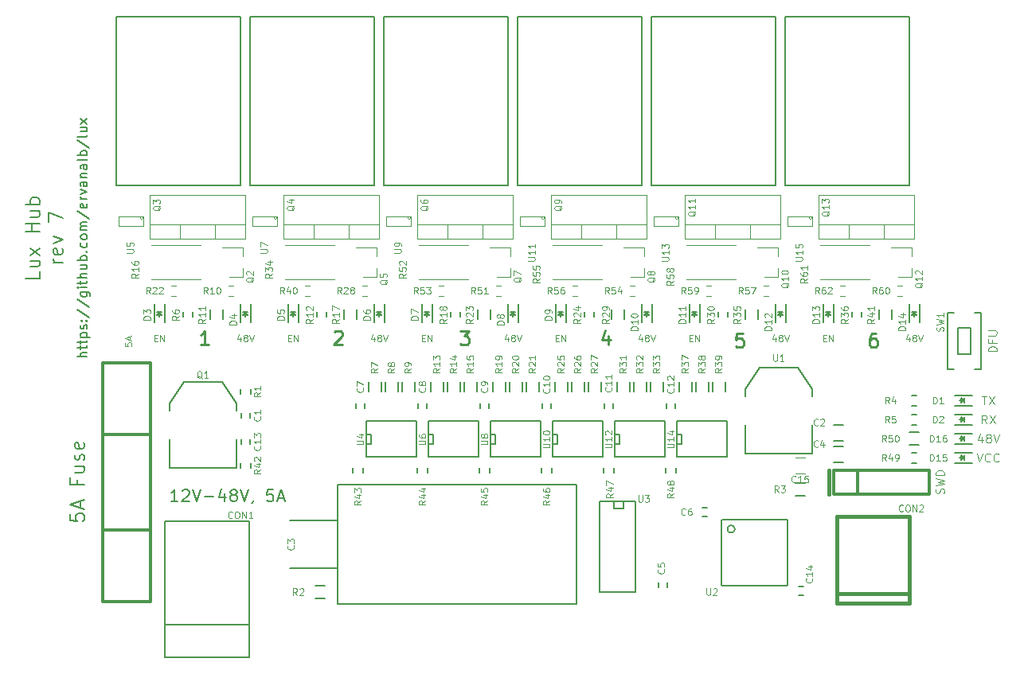
<source format=gto>
G04 #@! TF.FileFunction,Legend,Top*
%FSLAX46Y46*%
G04 Gerber Fmt 4.6, Leading zero omitted, Abs format (unit mm)*
G04 Created by KiCad (PCBNEW 4.0.7-e2-6376~58~ubuntu16.04.1) date Sun Apr  1 15:38:29 2018*
%MOMM*%
%LPD*%
G01*
G04 APERTURE LIST*
%ADD10C,0.150000*%
%ADD11C,0.203200*%
%ADD12C,0.177800*%
%ADD13C,0.100000*%
%ADD14C,0.228600*%
%ADD15C,0.381000*%
%ADD16C,0.304800*%
%ADD17C,0.120000*%
%ADD18C,0.078740*%
%ADD19C,0.127000*%
%ADD20C,0.075000*%
G04 APERTURE END LIST*
D10*
D11*
X26883971Y-88879714D02*
X26883971Y-89594000D01*
X25383971Y-89594000D01*
X25883971Y-87736857D02*
X26883971Y-87736857D01*
X25883971Y-88379714D02*
X26669686Y-88379714D01*
X26812543Y-88308286D01*
X26883971Y-88165428D01*
X26883971Y-87951143D01*
X26812543Y-87808286D01*
X26741114Y-87736857D01*
X26883971Y-87165428D02*
X25883971Y-86379714D01*
X25883971Y-87165428D02*
X26883971Y-86379714D01*
X26883971Y-84665428D02*
X25383971Y-84665428D01*
X26098257Y-84665428D02*
X26098257Y-83808285D01*
X26883971Y-83808285D02*
X25383971Y-83808285D01*
X25883971Y-82451142D02*
X26883971Y-82451142D01*
X25883971Y-83093999D02*
X26669686Y-83093999D01*
X26812543Y-83022571D01*
X26883971Y-82879713D01*
X26883971Y-82665428D01*
X26812543Y-82522571D01*
X26741114Y-82451142D01*
X26883971Y-81736856D02*
X25383971Y-81736856D01*
X25955400Y-81736856D02*
X25883971Y-81593999D01*
X25883971Y-81308285D01*
X25955400Y-81165428D01*
X26026829Y-81093999D01*
X26169686Y-81022570D01*
X26598257Y-81022570D01*
X26741114Y-81093999D01*
X26812543Y-81165428D01*
X26883971Y-81308285D01*
X26883971Y-81593999D01*
X26812543Y-81736856D01*
X29337171Y-87951142D02*
X28337171Y-87951142D01*
X28622886Y-87951142D02*
X28480029Y-87879714D01*
X28408600Y-87808285D01*
X28337171Y-87665428D01*
X28337171Y-87522571D01*
X29265743Y-86451143D02*
X29337171Y-86594000D01*
X29337171Y-86879714D01*
X29265743Y-87022571D01*
X29122886Y-87094000D01*
X28551457Y-87094000D01*
X28408600Y-87022571D01*
X28337171Y-86879714D01*
X28337171Y-86594000D01*
X28408600Y-86451143D01*
X28551457Y-86379714D01*
X28694314Y-86379714D01*
X28837171Y-87094000D01*
X28337171Y-85879714D02*
X29337171Y-85522571D01*
X28337171Y-85165429D01*
X27837171Y-83594000D02*
X27837171Y-82594000D01*
X29337171Y-83236857D01*
D12*
X31955619Y-97947236D02*
X30939619Y-97947236D01*
X31955619Y-97511808D02*
X31423429Y-97511808D01*
X31326667Y-97560189D01*
X31278286Y-97656951D01*
X31278286Y-97802093D01*
X31326667Y-97898855D01*
X31375048Y-97947236D01*
X31278286Y-97173141D02*
X31278286Y-96786093D01*
X30939619Y-97027998D02*
X31810476Y-97027998D01*
X31907238Y-96979617D01*
X31955619Y-96882855D01*
X31955619Y-96786093D01*
X31278286Y-96592570D02*
X31278286Y-96205522D01*
X30939619Y-96447427D02*
X31810476Y-96447427D01*
X31907238Y-96399046D01*
X31955619Y-96302284D01*
X31955619Y-96205522D01*
X31278286Y-95866856D02*
X32294286Y-95866856D01*
X31326667Y-95866856D02*
X31278286Y-95770094D01*
X31278286Y-95576571D01*
X31326667Y-95479809D01*
X31375048Y-95431428D01*
X31471810Y-95383047D01*
X31762095Y-95383047D01*
X31858857Y-95431428D01*
X31907238Y-95479809D01*
X31955619Y-95576571D01*
X31955619Y-95770094D01*
X31907238Y-95866856D01*
X31907238Y-94995999D02*
X31955619Y-94899237D01*
X31955619Y-94705713D01*
X31907238Y-94608952D01*
X31810476Y-94560571D01*
X31762095Y-94560571D01*
X31665333Y-94608952D01*
X31616952Y-94705713D01*
X31616952Y-94850856D01*
X31568571Y-94947618D01*
X31471810Y-94995999D01*
X31423429Y-94995999D01*
X31326667Y-94947618D01*
X31278286Y-94850856D01*
X31278286Y-94705713D01*
X31326667Y-94608952D01*
X31858857Y-94125142D02*
X31907238Y-94076761D01*
X31955619Y-94125142D01*
X31907238Y-94173523D01*
X31858857Y-94125142D01*
X31955619Y-94125142D01*
X31326667Y-94125142D02*
X31375048Y-94076761D01*
X31423429Y-94125142D01*
X31375048Y-94173523D01*
X31326667Y-94125142D01*
X31423429Y-94125142D01*
X30891238Y-92915618D02*
X32197524Y-93786475D01*
X30891238Y-91851237D02*
X32197524Y-92722094D01*
X31278286Y-91077142D02*
X32100762Y-91077142D01*
X32197524Y-91125523D01*
X32245905Y-91173904D01*
X32294286Y-91270665D01*
X32294286Y-91415808D01*
X32245905Y-91512570D01*
X31907238Y-91077142D02*
X31955619Y-91173904D01*
X31955619Y-91367427D01*
X31907238Y-91464189D01*
X31858857Y-91512570D01*
X31762095Y-91560951D01*
X31471810Y-91560951D01*
X31375048Y-91512570D01*
X31326667Y-91464189D01*
X31278286Y-91367427D01*
X31278286Y-91173904D01*
X31326667Y-91077142D01*
X31955619Y-90593332D02*
X31278286Y-90593332D01*
X30939619Y-90593332D02*
X30988000Y-90641713D01*
X31036381Y-90593332D01*
X30988000Y-90544951D01*
X30939619Y-90593332D01*
X31036381Y-90593332D01*
X31278286Y-90254665D02*
X31278286Y-89867617D01*
X30939619Y-90109522D02*
X31810476Y-90109522D01*
X31907238Y-90061141D01*
X31955619Y-89964379D01*
X31955619Y-89867617D01*
X31955619Y-89528951D02*
X30939619Y-89528951D01*
X31955619Y-89093523D02*
X31423429Y-89093523D01*
X31326667Y-89141904D01*
X31278286Y-89238666D01*
X31278286Y-89383808D01*
X31326667Y-89480570D01*
X31375048Y-89528951D01*
X31278286Y-88174285D02*
X31955619Y-88174285D01*
X31278286Y-88609713D02*
X31810476Y-88609713D01*
X31907238Y-88561332D01*
X31955619Y-88464570D01*
X31955619Y-88319428D01*
X31907238Y-88222666D01*
X31858857Y-88174285D01*
X31955619Y-87690475D02*
X30939619Y-87690475D01*
X31326667Y-87690475D02*
X31278286Y-87593713D01*
X31278286Y-87400190D01*
X31326667Y-87303428D01*
X31375048Y-87255047D01*
X31471810Y-87206666D01*
X31762095Y-87206666D01*
X31858857Y-87255047D01*
X31907238Y-87303428D01*
X31955619Y-87400190D01*
X31955619Y-87593713D01*
X31907238Y-87690475D01*
X31858857Y-86771237D02*
X31907238Y-86722856D01*
X31955619Y-86771237D01*
X31907238Y-86819618D01*
X31858857Y-86771237D01*
X31955619Y-86771237D01*
X31907238Y-85851999D02*
X31955619Y-85948761D01*
X31955619Y-86142284D01*
X31907238Y-86239046D01*
X31858857Y-86287427D01*
X31762095Y-86335808D01*
X31471810Y-86335808D01*
X31375048Y-86287427D01*
X31326667Y-86239046D01*
X31278286Y-86142284D01*
X31278286Y-85948761D01*
X31326667Y-85851999D01*
X31955619Y-85271427D02*
X31907238Y-85368189D01*
X31858857Y-85416570D01*
X31762095Y-85464951D01*
X31471810Y-85464951D01*
X31375048Y-85416570D01*
X31326667Y-85368189D01*
X31278286Y-85271427D01*
X31278286Y-85126285D01*
X31326667Y-85029523D01*
X31375048Y-84981142D01*
X31471810Y-84932761D01*
X31762095Y-84932761D01*
X31858857Y-84981142D01*
X31907238Y-85029523D01*
X31955619Y-85126285D01*
X31955619Y-85271427D01*
X31955619Y-84497332D02*
X31278286Y-84497332D01*
X31375048Y-84497332D02*
X31326667Y-84448951D01*
X31278286Y-84352189D01*
X31278286Y-84207047D01*
X31326667Y-84110285D01*
X31423429Y-84061904D01*
X31955619Y-84061904D01*
X31423429Y-84061904D02*
X31326667Y-84013523D01*
X31278286Y-83916761D01*
X31278286Y-83771618D01*
X31326667Y-83674856D01*
X31423429Y-83626475D01*
X31955619Y-83626475D01*
X30891238Y-82416951D02*
X32197524Y-83287808D01*
X31907238Y-81691237D02*
X31955619Y-81787999D01*
X31955619Y-81981522D01*
X31907238Y-82078284D01*
X31810476Y-82126665D01*
X31423429Y-82126665D01*
X31326667Y-82078284D01*
X31278286Y-81981522D01*
X31278286Y-81787999D01*
X31326667Y-81691237D01*
X31423429Y-81642856D01*
X31520190Y-81642856D01*
X31616952Y-82126665D01*
X31955619Y-81207427D02*
X31278286Y-81207427D01*
X31471810Y-81207427D02*
X31375048Y-81159046D01*
X31326667Y-81110665D01*
X31278286Y-81013903D01*
X31278286Y-80917142D01*
X31278286Y-80675237D02*
X31955619Y-80433332D01*
X31278286Y-80191428D01*
X31955619Y-79368952D02*
X31423429Y-79368952D01*
X31326667Y-79417333D01*
X31278286Y-79514095D01*
X31278286Y-79707618D01*
X31326667Y-79804380D01*
X31907238Y-79368952D02*
X31955619Y-79465714D01*
X31955619Y-79707618D01*
X31907238Y-79804380D01*
X31810476Y-79852761D01*
X31713714Y-79852761D01*
X31616952Y-79804380D01*
X31568571Y-79707618D01*
X31568571Y-79465714D01*
X31520190Y-79368952D01*
X31278286Y-78885142D02*
X31955619Y-78885142D01*
X31375048Y-78885142D02*
X31326667Y-78836761D01*
X31278286Y-78739999D01*
X31278286Y-78594857D01*
X31326667Y-78498095D01*
X31423429Y-78449714D01*
X31955619Y-78449714D01*
X31955619Y-77530476D02*
X31423429Y-77530476D01*
X31326667Y-77578857D01*
X31278286Y-77675619D01*
X31278286Y-77869142D01*
X31326667Y-77965904D01*
X31907238Y-77530476D02*
X31955619Y-77627238D01*
X31955619Y-77869142D01*
X31907238Y-77965904D01*
X31810476Y-78014285D01*
X31713714Y-78014285D01*
X31616952Y-77965904D01*
X31568571Y-77869142D01*
X31568571Y-77627238D01*
X31520190Y-77530476D01*
X31955619Y-76901523D02*
X31907238Y-76998285D01*
X31810476Y-77046666D01*
X30939619Y-77046666D01*
X31955619Y-76514476D02*
X30939619Y-76514476D01*
X31326667Y-76514476D02*
X31278286Y-76417714D01*
X31278286Y-76224191D01*
X31326667Y-76127429D01*
X31375048Y-76079048D01*
X31471810Y-76030667D01*
X31762095Y-76030667D01*
X31858857Y-76079048D01*
X31907238Y-76127429D01*
X31955619Y-76224191D01*
X31955619Y-76417714D01*
X31907238Y-76514476D01*
X30891238Y-74869524D02*
X32197524Y-75740381D01*
X31955619Y-74385714D02*
X31907238Y-74482476D01*
X31810476Y-74530857D01*
X30939619Y-74530857D01*
X31278286Y-73563239D02*
X31955619Y-73563239D01*
X31278286Y-73998667D02*
X31810476Y-73998667D01*
X31907238Y-73950286D01*
X31955619Y-73853524D01*
X31955619Y-73708382D01*
X31907238Y-73611620D01*
X31858857Y-73563239D01*
X31955619Y-73176191D02*
X31278286Y-72644001D01*
X31278286Y-73176191D02*
X31955619Y-72644001D01*
D11*
X41607619Y-113350524D02*
X40881905Y-113350524D01*
X41244762Y-113350524D02*
X41244762Y-112080524D01*
X41123810Y-112261952D01*
X41002857Y-112382905D01*
X40881905Y-112443381D01*
X42091429Y-112201476D02*
X42151905Y-112141000D01*
X42272857Y-112080524D01*
X42575238Y-112080524D01*
X42696191Y-112141000D01*
X42756667Y-112201476D01*
X42817143Y-112322429D01*
X42817143Y-112443381D01*
X42756667Y-112624810D01*
X42030953Y-113350524D01*
X42817143Y-113350524D01*
X43180000Y-112080524D02*
X43603334Y-113350524D01*
X44026667Y-112080524D01*
X44450000Y-112866714D02*
X45417619Y-112866714D01*
X46566667Y-112503857D02*
X46566667Y-113350524D01*
X46264286Y-112020048D02*
X45961905Y-112927190D01*
X46748095Y-112927190D01*
X47413334Y-112624810D02*
X47292381Y-112564333D01*
X47231905Y-112503857D01*
X47171429Y-112382905D01*
X47171429Y-112322429D01*
X47231905Y-112201476D01*
X47292381Y-112141000D01*
X47413334Y-112080524D01*
X47655238Y-112080524D01*
X47776191Y-112141000D01*
X47836667Y-112201476D01*
X47897143Y-112322429D01*
X47897143Y-112382905D01*
X47836667Y-112503857D01*
X47776191Y-112564333D01*
X47655238Y-112624810D01*
X47413334Y-112624810D01*
X47292381Y-112685286D01*
X47231905Y-112745762D01*
X47171429Y-112866714D01*
X47171429Y-113108619D01*
X47231905Y-113229571D01*
X47292381Y-113290048D01*
X47413334Y-113350524D01*
X47655238Y-113350524D01*
X47776191Y-113290048D01*
X47836667Y-113229571D01*
X47897143Y-113108619D01*
X47897143Y-112866714D01*
X47836667Y-112745762D01*
X47776191Y-112685286D01*
X47655238Y-112624810D01*
X48260000Y-112080524D02*
X48683334Y-113350524D01*
X49106667Y-112080524D01*
X49590476Y-113290048D02*
X49590476Y-113350524D01*
X49530000Y-113471476D01*
X49469524Y-113531952D01*
X51707143Y-112080524D02*
X51102381Y-112080524D01*
X51041905Y-112685286D01*
X51102381Y-112624810D01*
X51223333Y-112564333D01*
X51525714Y-112564333D01*
X51646667Y-112624810D01*
X51707143Y-112685286D01*
X51767619Y-112806238D01*
X51767619Y-113108619D01*
X51707143Y-113229571D01*
X51646667Y-113290048D01*
X51525714Y-113350524D01*
X51223333Y-113350524D01*
X51102381Y-113290048D01*
X51041905Y-113229571D01*
X52251429Y-112987667D02*
X52856191Y-112987667D01*
X52130476Y-113350524D02*
X52553810Y-112080524D01*
X52977143Y-113350524D01*
X30166571Y-114680570D02*
X30166571Y-115394856D01*
X30880857Y-115466285D01*
X30809429Y-115394856D01*
X30738000Y-115251999D01*
X30738000Y-114894856D01*
X30809429Y-114751999D01*
X30880857Y-114680570D01*
X31023714Y-114609142D01*
X31380857Y-114609142D01*
X31523714Y-114680570D01*
X31595143Y-114751999D01*
X31666571Y-114894856D01*
X31666571Y-115251999D01*
X31595143Y-115394856D01*
X31523714Y-115466285D01*
X31238000Y-114037714D02*
X31238000Y-113323428D01*
X31666571Y-114180571D02*
X30166571Y-113680571D01*
X31666571Y-113180571D01*
X30880857Y-111037714D02*
X30880857Y-111537714D01*
X31666571Y-111537714D02*
X30166571Y-111537714D01*
X30166571Y-110823428D01*
X30666571Y-109609143D02*
X31666571Y-109609143D01*
X30666571Y-110252000D02*
X31452286Y-110252000D01*
X31595143Y-110180572D01*
X31666571Y-110037714D01*
X31666571Y-109823429D01*
X31595143Y-109680572D01*
X31523714Y-109609143D01*
X31595143Y-108966286D02*
X31666571Y-108823429D01*
X31666571Y-108537714D01*
X31595143Y-108394857D01*
X31452286Y-108323429D01*
X31380857Y-108323429D01*
X31238000Y-108394857D01*
X31166571Y-108537714D01*
X31166571Y-108752000D01*
X31095143Y-108894857D01*
X30952286Y-108966286D01*
X30880857Y-108966286D01*
X30738000Y-108894857D01*
X30666571Y-108752000D01*
X30666571Y-108537714D01*
X30738000Y-108394857D01*
X31595143Y-107109143D02*
X31666571Y-107252000D01*
X31666571Y-107537714D01*
X31595143Y-107680571D01*
X31452286Y-107752000D01*
X30880857Y-107752000D01*
X30738000Y-107680571D01*
X30666571Y-107537714D01*
X30666571Y-107252000D01*
X30738000Y-107109143D01*
X30880857Y-107037714D01*
X31023714Y-107037714D01*
X31166571Y-107752000D01*
D13*
X123046286Y-112473428D02*
X123089143Y-112344857D01*
X123089143Y-112130571D01*
X123046286Y-112044857D01*
X123003429Y-112002000D01*
X122917714Y-111959143D01*
X122832000Y-111959143D01*
X122746286Y-112002000D01*
X122703429Y-112044857D01*
X122660571Y-112130571D01*
X122617714Y-112302000D01*
X122574857Y-112387714D01*
X122532000Y-112430571D01*
X122446286Y-112473428D01*
X122360571Y-112473428D01*
X122274857Y-112430571D01*
X122232000Y-112387714D01*
X122189143Y-112302000D01*
X122189143Y-112087714D01*
X122232000Y-111959143D01*
X122189143Y-111659143D02*
X123089143Y-111444857D01*
X122446286Y-111273428D01*
X123089143Y-111102000D01*
X122189143Y-110887714D01*
X123089143Y-110544857D02*
X122189143Y-110544857D01*
X122189143Y-110330572D01*
X122232000Y-110202000D01*
X122317714Y-110116286D01*
X122403429Y-110073429D01*
X122574857Y-110030572D01*
X122703429Y-110030572D01*
X122874857Y-110073429D01*
X122960571Y-110116286D01*
X123046286Y-110202000D01*
X123089143Y-110330572D01*
X123089143Y-110544857D01*
X128677143Y-97358857D02*
X127777143Y-97358857D01*
X127777143Y-97144572D01*
X127820000Y-97016000D01*
X127905714Y-96930286D01*
X127991429Y-96887429D01*
X128162857Y-96844572D01*
X128291429Y-96844572D01*
X128462857Y-96887429D01*
X128548571Y-96930286D01*
X128634286Y-97016000D01*
X128677143Y-97144572D01*
X128677143Y-97358857D01*
X128205714Y-96158857D02*
X128205714Y-96458857D01*
X128677143Y-96458857D02*
X127777143Y-96458857D01*
X127777143Y-96030286D01*
X127777143Y-95687428D02*
X128505714Y-95687428D01*
X128591429Y-95644571D01*
X128634286Y-95601714D01*
X128677143Y-95516000D01*
X128677143Y-95344571D01*
X128634286Y-95258857D01*
X128591429Y-95216000D01*
X128505714Y-95173143D01*
X127777143Y-95173143D01*
X105164000Y-95862000D02*
X105164000Y-96328667D01*
X104997333Y-95595333D02*
X104830666Y-96095333D01*
X105264000Y-96095333D01*
X105630667Y-95928667D02*
X105564000Y-95895333D01*
X105530667Y-95862000D01*
X105497333Y-95795333D01*
X105497333Y-95762000D01*
X105530667Y-95695333D01*
X105564000Y-95662000D01*
X105630667Y-95628667D01*
X105764000Y-95628667D01*
X105830667Y-95662000D01*
X105864000Y-95695333D01*
X105897333Y-95762000D01*
X105897333Y-95795333D01*
X105864000Y-95862000D01*
X105830667Y-95895333D01*
X105764000Y-95928667D01*
X105630667Y-95928667D01*
X105564000Y-95962000D01*
X105530667Y-95995333D01*
X105497333Y-96062000D01*
X105497333Y-96195333D01*
X105530667Y-96262000D01*
X105564000Y-96295333D01*
X105630667Y-96328667D01*
X105764000Y-96328667D01*
X105830667Y-96295333D01*
X105864000Y-96262000D01*
X105897333Y-96195333D01*
X105897333Y-96062000D01*
X105864000Y-95995333D01*
X105830667Y-95962000D01*
X105764000Y-95928667D01*
X106097334Y-95628667D02*
X106330667Y-96328667D01*
X106564000Y-95628667D01*
X127076286Y-102123143D02*
X127590572Y-102123143D01*
X127333429Y-103023143D02*
X127333429Y-102123143D01*
X127804857Y-102123143D02*
X128404857Y-103023143D01*
X128404857Y-102123143D02*
X127804857Y-103023143D01*
X127612000Y-105055143D02*
X127312000Y-104626571D01*
X127097715Y-105055143D02*
X127097715Y-104155143D01*
X127440572Y-104155143D01*
X127526286Y-104198000D01*
X127569143Y-104240857D01*
X127612000Y-104326571D01*
X127612000Y-104455143D01*
X127569143Y-104540857D01*
X127526286Y-104583714D01*
X127440572Y-104626571D01*
X127097715Y-104626571D01*
X127912000Y-104155143D02*
X128512000Y-105055143D01*
X128512000Y-104155143D02*
X127912000Y-105055143D01*
X126562000Y-108219143D02*
X126862000Y-109119143D01*
X127162000Y-108219143D01*
X127976286Y-109033429D02*
X127933429Y-109076286D01*
X127804858Y-109119143D01*
X127719144Y-109119143D01*
X127590572Y-109076286D01*
X127504858Y-108990571D01*
X127462001Y-108904857D01*
X127419144Y-108733429D01*
X127419144Y-108604857D01*
X127462001Y-108433429D01*
X127504858Y-108347714D01*
X127590572Y-108262000D01*
X127719144Y-108219143D01*
X127804858Y-108219143D01*
X127933429Y-108262000D01*
X127976286Y-108304857D01*
X128876286Y-109033429D02*
X128833429Y-109076286D01*
X128704858Y-109119143D01*
X128619144Y-109119143D01*
X128490572Y-109076286D01*
X128404858Y-108990571D01*
X128362001Y-108904857D01*
X128319144Y-108733429D01*
X128319144Y-108604857D01*
X128362001Y-108433429D01*
X128404858Y-108347714D01*
X128490572Y-108262000D01*
X128619144Y-108219143D01*
X128704858Y-108219143D01*
X128833429Y-108262000D01*
X128876286Y-108304857D01*
X127119143Y-106487143D02*
X127119143Y-107087143D01*
X126904857Y-106144286D02*
X126690572Y-106787143D01*
X127247714Y-106787143D01*
X127719143Y-106572857D02*
X127633429Y-106530000D01*
X127590572Y-106487143D01*
X127547715Y-106401429D01*
X127547715Y-106358571D01*
X127590572Y-106272857D01*
X127633429Y-106230000D01*
X127719143Y-106187143D01*
X127890572Y-106187143D01*
X127976286Y-106230000D01*
X128019143Y-106272857D01*
X128062000Y-106358571D01*
X128062000Y-106401429D01*
X128019143Y-106487143D01*
X127976286Y-106530000D01*
X127890572Y-106572857D01*
X127719143Y-106572857D01*
X127633429Y-106615714D01*
X127590572Y-106658571D01*
X127547715Y-106744286D01*
X127547715Y-106915714D01*
X127590572Y-107001429D01*
X127633429Y-107044286D01*
X127719143Y-107087143D01*
X127890572Y-107087143D01*
X127976286Y-107044286D01*
X128019143Y-107001429D01*
X128062000Y-106915714D01*
X128062000Y-106744286D01*
X128019143Y-106658571D01*
X127976286Y-106615714D01*
X127890572Y-106572857D01*
X128319143Y-106187143D02*
X128619143Y-107087143D01*
X128919143Y-106187143D01*
D14*
X115855715Y-95444571D02*
X115570001Y-95444571D01*
X115427144Y-95516000D01*
X115355715Y-95587429D01*
X115212858Y-95801714D01*
X115141429Y-96087429D01*
X115141429Y-96658857D01*
X115212858Y-96801714D01*
X115284286Y-96873143D01*
X115427144Y-96944571D01*
X115712858Y-96944571D01*
X115855715Y-96873143D01*
X115927144Y-96801714D01*
X115998572Y-96658857D01*
X115998572Y-96301714D01*
X115927144Y-96158857D01*
X115855715Y-96087429D01*
X115712858Y-96016000D01*
X115427144Y-96016000D01*
X115284286Y-96087429D01*
X115212858Y-96158857D01*
X115141429Y-96301714D01*
D13*
X119388000Y-95862000D02*
X119388000Y-96328667D01*
X119221333Y-95595333D02*
X119054666Y-96095333D01*
X119488000Y-96095333D01*
X119854667Y-95928667D02*
X119788000Y-95895333D01*
X119754667Y-95862000D01*
X119721333Y-95795333D01*
X119721333Y-95762000D01*
X119754667Y-95695333D01*
X119788000Y-95662000D01*
X119854667Y-95628667D01*
X119988000Y-95628667D01*
X120054667Y-95662000D01*
X120088000Y-95695333D01*
X120121333Y-95762000D01*
X120121333Y-95795333D01*
X120088000Y-95862000D01*
X120054667Y-95895333D01*
X119988000Y-95928667D01*
X119854667Y-95928667D01*
X119788000Y-95962000D01*
X119754667Y-95995333D01*
X119721333Y-96062000D01*
X119721333Y-96195333D01*
X119754667Y-96262000D01*
X119788000Y-96295333D01*
X119854667Y-96328667D01*
X119988000Y-96328667D01*
X120054667Y-96295333D01*
X120088000Y-96262000D01*
X120121333Y-96195333D01*
X120121333Y-96062000D01*
X120088000Y-95995333D01*
X120054667Y-95962000D01*
X119988000Y-95928667D01*
X120321334Y-95628667D02*
X120554667Y-96328667D01*
X120788000Y-95628667D01*
X110227334Y-95962000D02*
X110460667Y-95962000D01*
X110560667Y-96328667D02*
X110227334Y-96328667D01*
X110227334Y-95628667D01*
X110560667Y-95628667D01*
X110860667Y-96328667D02*
X110860667Y-95628667D01*
X111260667Y-96328667D01*
X111260667Y-95628667D01*
D14*
X101703144Y-95444571D02*
X100988858Y-95444571D01*
X100917429Y-96158857D01*
X100988858Y-96087429D01*
X101131715Y-96016000D01*
X101488858Y-96016000D01*
X101631715Y-96087429D01*
X101703144Y-96158857D01*
X101774572Y-96301714D01*
X101774572Y-96658857D01*
X101703144Y-96801714D01*
X101631715Y-96873143D01*
X101488858Y-96944571D01*
X101131715Y-96944571D01*
X100988858Y-96873143D01*
X100917429Y-96801714D01*
D13*
X96003334Y-95962000D02*
X96236667Y-95962000D01*
X96336667Y-96328667D02*
X96003334Y-96328667D01*
X96003334Y-95628667D01*
X96336667Y-95628667D01*
X96636667Y-96328667D02*
X96636667Y-95628667D01*
X97036667Y-96328667D01*
X97036667Y-95628667D01*
X81779334Y-95962000D02*
X82012667Y-95962000D01*
X82112667Y-96328667D02*
X81779334Y-96328667D01*
X81779334Y-95628667D01*
X82112667Y-95628667D01*
X82412667Y-96328667D02*
X82412667Y-95628667D01*
X82812667Y-96328667D01*
X82812667Y-95628667D01*
D14*
X87407715Y-95690571D02*
X87407715Y-96690571D01*
X87050572Y-95119143D02*
X86693429Y-96190571D01*
X87622001Y-96190571D01*
X71636001Y-95190571D02*
X72564572Y-95190571D01*
X72064572Y-95762000D01*
X72278858Y-95762000D01*
X72421715Y-95833429D01*
X72493144Y-95904857D01*
X72564572Y-96047714D01*
X72564572Y-96404857D01*
X72493144Y-96547714D01*
X72421715Y-96619143D01*
X72278858Y-96690571D01*
X71850286Y-96690571D01*
X71707429Y-96619143D01*
X71636001Y-96547714D01*
D13*
X62492000Y-95862000D02*
X62492000Y-96328667D01*
X62325333Y-95595333D02*
X62158666Y-96095333D01*
X62592000Y-96095333D01*
X62958667Y-95928667D02*
X62892000Y-95895333D01*
X62858667Y-95862000D01*
X62825333Y-95795333D01*
X62825333Y-95762000D01*
X62858667Y-95695333D01*
X62892000Y-95662000D01*
X62958667Y-95628667D01*
X63092000Y-95628667D01*
X63158667Y-95662000D01*
X63192000Y-95695333D01*
X63225333Y-95762000D01*
X63225333Y-95795333D01*
X63192000Y-95862000D01*
X63158667Y-95895333D01*
X63092000Y-95928667D01*
X62958667Y-95928667D01*
X62892000Y-95962000D01*
X62858667Y-95995333D01*
X62825333Y-96062000D01*
X62825333Y-96195333D01*
X62858667Y-96262000D01*
X62892000Y-96295333D01*
X62958667Y-96328667D01*
X63092000Y-96328667D01*
X63158667Y-96295333D01*
X63192000Y-96262000D01*
X63225333Y-96195333D01*
X63225333Y-96062000D01*
X63192000Y-95995333D01*
X63158667Y-95962000D01*
X63092000Y-95928667D01*
X63425334Y-95628667D02*
X63658667Y-96328667D01*
X63892000Y-95628667D01*
X53331334Y-95962000D02*
X53564667Y-95962000D01*
X53664667Y-96328667D02*
X53331334Y-96328667D01*
X53331334Y-95628667D01*
X53664667Y-95628667D01*
X53964667Y-96328667D02*
X53964667Y-95628667D01*
X54364667Y-96328667D01*
X54364667Y-95628667D01*
D15*
X110794800Y-110032800D02*
X110794800Y-112572800D01*
D13*
X76716000Y-95862000D02*
X76716000Y-96328667D01*
X76549333Y-95595333D02*
X76382666Y-96095333D01*
X76816000Y-96095333D01*
X77182667Y-95928667D02*
X77116000Y-95895333D01*
X77082667Y-95862000D01*
X77049333Y-95795333D01*
X77049333Y-95762000D01*
X77082667Y-95695333D01*
X77116000Y-95662000D01*
X77182667Y-95628667D01*
X77316000Y-95628667D01*
X77382667Y-95662000D01*
X77416000Y-95695333D01*
X77449333Y-95762000D01*
X77449333Y-95795333D01*
X77416000Y-95862000D01*
X77382667Y-95895333D01*
X77316000Y-95928667D01*
X77182667Y-95928667D01*
X77116000Y-95962000D01*
X77082667Y-95995333D01*
X77049333Y-96062000D01*
X77049333Y-96195333D01*
X77082667Y-96262000D01*
X77116000Y-96295333D01*
X77182667Y-96328667D01*
X77316000Y-96328667D01*
X77382667Y-96295333D01*
X77416000Y-96262000D01*
X77449333Y-96195333D01*
X77449333Y-96062000D01*
X77416000Y-95995333D01*
X77382667Y-95962000D01*
X77316000Y-95928667D01*
X77649334Y-95628667D02*
X77882667Y-96328667D01*
X78116000Y-95628667D01*
X67555334Y-95962000D02*
X67788667Y-95962000D01*
X67888667Y-96328667D02*
X67555334Y-96328667D01*
X67555334Y-95628667D01*
X67888667Y-95628667D01*
X68188667Y-96328667D02*
X68188667Y-95628667D01*
X68588667Y-96328667D01*
X68588667Y-95628667D01*
X90940000Y-95862000D02*
X90940000Y-96328667D01*
X90773333Y-95595333D02*
X90606666Y-96095333D01*
X91040000Y-96095333D01*
X91406667Y-95928667D02*
X91340000Y-95895333D01*
X91306667Y-95862000D01*
X91273333Y-95795333D01*
X91273333Y-95762000D01*
X91306667Y-95695333D01*
X91340000Y-95662000D01*
X91406667Y-95628667D01*
X91540000Y-95628667D01*
X91606667Y-95662000D01*
X91640000Y-95695333D01*
X91673333Y-95762000D01*
X91673333Y-95795333D01*
X91640000Y-95862000D01*
X91606667Y-95895333D01*
X91540000Y-95928667D01*
X91406667Y-95928667D01*
X91340000Y-95962000D01*
X91306667Y-95995333D01*
X91273333Y-96062000D01*
X91273333Y-96195333D01*
X91306667Y-96262000D01*
X91340000Y-96295333D01*
X91406667Y-96328667D01*
X91540000Y-96328667D01*
X91606667Y-96295333D01*
X91640000Y-96262000D01*
X91673333Y-96195333D01*
X91673333Y-96062000D01*
X91640000Y-95995333D01*
X91606667Y-95962000D01*
X91540000Y-95928667D01*
X91873334Y-95628667D02*
X92106667Y-96328667D01*
X92340000Y-95628667D01*
X39107334Y-95962000D02*
X39340667Y-95962000D01*
X39440667Y-96328667D02*
X39107334Y-96328667D01*
X39107334Y-95628667D01*
X39440667Y-95628667D01*
X39740667Y-96328667D02*
X39740667Y-95628667D01*
X40140667Y-96328667D01*
X40140667Y-95628667D01*
X48268000Y-95862000D02*
X48268000Y-96328667D01*
X48101333Y-95595333D02*
X47934666Y-96095333D01*
X48368000Y-96095333D01*
X48734667Y-95928667D02*
X48668000Y-95895333D01*
X48634667Y-95862000D01*
X48601333Y-95795333D01*
X48601333Y-95762000D01*
X48634667Y-95695333D01*
X48668000Y-95662000D01*
X48734667Y-95628667D01*
X48868000Y-95628667D01*
X48934667Y-95662000D01*
X48968000Y-95695333D01*
X49001333Y-95762000D01*
X49001333Y-95795333D01*
X48968000Y-95862000D01*
X48934667Y-95895333D01*
X48868000Y-95928667D01*
X48734667Y-95928667D01*
X48668000Y-95962000D01*
X48634667Y-95995333D01*
X48601333Y-96062000D01*
X48601333Y-96195333D01*
X48634667Y-96262000D01*
X48668000Y-96295333D01*
X48734667Y-96328667D01*
X48868000Y-96328667D01*
X48934667Y-96295333D01*
X48968000Y-96262000D01*
X49001333Y-96195333D01*
X49001333Y-96062000D01*
X48968000Y-95995333D01*
X48934667Y-95962000D01*
X48868000Y-95928667D01*
X49201334Y-95628667D02*
X49434667Y-96328667D01*
X49668000Y-95628667D01*
D14*
X58245429Y-95333429D02*
X58316858Y-95262000D01*
X58459715Y-95190571D01*
X58816858Y-95190571D01*
X58959715Y-95262000D01*
X59031144Y-95333429D01*
X59102572Y-95476286D01*
X59102572Y-95619143D01*
X59031144Y-95833429D01*
X58174001Y-96690571D01*
X59102572Y-96690571D01*
X44878572Y-96690571D02*
X44021429Y-96690571D01*
X44450001Y-96690571D02*
X44450001Y-95190571D01*
X44307144Y-95404857D01*
X44164286Y-95547714D01*
X44021429Y-95619143D01*
D16*
X33578800Y-124002800D02*
X33578800Y-98602800D01*
X33578800Y-98602800D02*
X38658800Y-98602800D01*
X38658800Y-98602800D02*
X38658800Y-124002800D01*
X38658800Y-124002800D02*
X33578800Y-124002800D01*
X33578800Y-116382800D02*
X38658800Y-116382800D01*
X33578800Y-106222800D02*
X38658800Y-106222800D01*
D17*
X63032000Y-85424000D02*
X52792000Y-85424000D01*
X63032000Y-80783000D02*
X52792000Y-80783000D01*
X63032000Y-85424000D02*
X63032000Y-80783000D01*
X52792000Y-85424000D02*
X52792000Y-80783000D01*
X63032000Y-83914000D02*
X52792000Y-83914000D01*
X59762000Y-85424000D02*
X59762000Y-83914000D01*
X56061000Y-85424000D02*
X56061000Y-83914000D01*
X62736000Y-89464000D02*
X62736000Y-88534000D01*
X62736000Y-86304000D02*
X62736000Y-87234000D01*
X62736000Y-86304000D02*
X60576000Y-86304000D01*
X62736000Y-89464000D02*
X61276000Y-89464000D01*
D18*
X66359090Y-83215480D02*
G75*
G03X66359090Y-83215480I-159070J0D01*
G01*
X63754000Y-84074000D02*
X63754000Y-83058000D01*
X66357500Y-84074000D02*
X66357500Y-83058000D01*
X63754000Y-83058000D02*
X66357500Y-83058000D01*
X66357500Y-84074000D02*
X63754000Y-84074000D01*
D17*
X38802000Y-86064000D02*
X44002000Y-86064000D01*
X44002000Y-89704000D02*
X38802000Y-89704000D01*
D15*
X111643160Y-123156980D02*
X119344440Y-123156980D01*
X111643160Y-124157740D02*
X119344440Y-124157740D01*
X119344440Y-124157740D02*
X119344440Y-114957860D01*
X119344440Y-114957860D02*
X111643160Y-114957860D01*
X111643160Y-114957860D02*
X111643160Y-124157740D01*
D10*
X48256000Y-79756000D02*
X35056000Y-79756000D01*
X35056000Y-79756000D02*
X35056000Y-61746000D01*
X35056000Y-61746000D02*
X48256000Y-61746000D01*
X48256000Y-61746000D02*
X48256000Y-79756000D01*
D18*
X37911090Y-83215480D02*
G75*
G03X37911090Y-83215480I-159070J0D01*
G01*
X35306000Y-84074000D02*
X35306000Y-83058000D01*
X37909500Y-84074000D02*
X37909500Y-83058000D01*
X35306000Y-83058000D02*
X37909500Y-83058000D01*
X37909500Y-84074000D02*
X35306000Y-84074000D01*
D10*
X43197000Y-93722000D02*
X43197000Y-93222000D01*
X42147000Y-93222000D02*
X42147000Y-93722000D01*
D11*
X101904800Y-105206800D02*
X101904800Y-108254800D01*
X101904800Y-108254800D02*
X109016800Y-108254800D01*
X109016800Y-108254800D02*
X109016800Y-105206800D01*
X101904800Y-102158800D02*
X101904800Y-101396800D01*
X101904800Y-101396800D02*
X103428800Y-99110800D01*
X103428800Y-99110800D02*
X107492800Y-99110800D01*
X107492800Y-99110800D02*
X109016800Y-101396800D01*
X109016800Y-101396800D02*
X109016800Y-102158800D01*
D10*
X58597800Y-124256800D02*
X58597800Y-111556800D01*
X58597800Y-111556800D02*
X83997800Y-111556800D01*
X83997800Y-111556800D02*
X83997800Y-124256800D01*
X83997800Y-124256800D02*
X58597800Y-124256800D01*
X58597800Y-115366800D02*
X53517800Y-115366800D01*
X53517800Y-120446800D02*
X58597800Y-120446800D01*
X125922000Y-94866000D02*
X125922000Y-97666000D01*
X125922000Y-97666000D02*
X124522000Y-97666000D01*
X124522000Y-97666000D02*
X124522000Y-94866000D01*
X124522000Y-94866000D02*
X125922000Y-94866000D01*
X126972000Y-99266000D02*
X126322000Y-99266000D01*
X123472000Y-99266000D02*
X124122000Y-99266000D01*
X124122000Y-93266000D02*
X123472000Y-93266000D01*
X126972000Y-93266000D02*
X126322000Y-93266000D01*
X126972000Y-99266000D02*
X126972000Y-93266000D01*
X123472000Y-93266000D02*
X123472000Y-99266000D01*
X56192800Y-122311800D02*
X57192800Y-122311800D01*
X57192800Y-123661800D02*
X56192800Y-123661800D01*
D19*
X88061800Y-108508800D02*
X88061800Y-108635800D01*
X88061800Y-108635800D02*
X93395800Y-108635800D01*
X93395800Y-104825800D02*
X88061800Y-104825800D01*
X88061800Y-104825800D02*
X88061800Y-108508800D01*
X88061800Y-106222800D02*
X88569800Y-106222800D01*
X88569800Y-106222800D02*
X88569800Y-107238800D01*
X88569800Y-107238800D02*
X88061800Y-107238800D01*
X93395800Y-104825800D02*
X93395800Y-108635800D01*
D11*
X40690800Y-106730800D02*
X40690800Y-109778800D01*
X40690800Y-109778800D02*
X47802800Y-109778800D01*
X47802800Y-109778800D02*
X47802800Y-106730800D01*
X40690800Y-103682800D02*
X40690800Y-102920800D01*
X40690800Y-102920800D02*
X42214800Y-100634800D01*
X42214800Y-100634800D02*
X46278800Y-100634800D01*
X46278800Y-100634800D02*
X47802800Y-102920800D01*
X47802800Y-102920800D02*
X47802800Y-103682800D01*
D10*
X62480000Y-79756000D02*
X49280000Y-79756000D01*
X49280000Y-79756000D02*
X49280000Y-61746000D01*
X49280000Y-61746000D02*
X62480000Y-61746000D01*
X62480000Y-61746000D02*
X62480000Y-79756000D01*
X76704000Y-79756000D02*
X63504000Y-79756000D01*
X63504000Y-79756000D02*
X63504000Y-61746000D01*
X63504000Y-61746000D02*
X76704000Y-61746000D01*
X76704000Y-61746000D02*
X76704000Y-79756000D01*
X90928000Y-79756000D02*
X77728000Y-79756000D01*
X77728000Y-79756000D02*
X77728000Y-61746000D01*
X77728000Y-61746000D02*
X90928000Y-61746000D01*
X90928000Y-61746000D02*
X90928000Y-79756000D01*
X105152000Y-79756000D02*
X91952000Y-79756000D01*
X91952000Y-79756000D02*
X91952000Y-61746000D01*
X91952000Y-61746000D02*
X105152000Y-61746000D01*
X105152000Y-61746000D02*
X105152000Y-79756000D01*
X119376000Y-79756000D02*
X106176000Y-79756000D01*
X106176000Y-79756000D02*
X106176000Y-61746000D01*
X106176000Y-61746000D02*
X119376000Y-61746000D01*
X119376000Y-61746000D02*
X119376000Y-79756000D01*
D11*
X90220800Y-113334800D02*
X90220800Y-122986800D01*
X90220800Y-122986800D02*
X86410800Y-122986800D01*
X86410800Y-122986800D02*
X86410800Y-113334800D01*
X86410800Y-113334800D02*
X90220800Y-113334800D01*
X88950800Y-113334800D02*
X88950800Y-114096800D01*
X88950800Y-114096800D02*
X87934800Y-114096800D01*
X87934800Y-114096800D02*
X87934800Y-113334800D01*
D19*
X61645800Y-108508800D02*
X61645800Y-108635800D01*
X61645800Y-108635800D02*
X66979800Y-108635800D01*
X66979800Y-104825800D02*
X61645800Y-104825800D01*
X61645800Y-104825800D02*
X61645800Y-108508800D01*
X61645800Y-106222800D02*
X62153800Y-106222800D01*
X62153800Y-106222800D02*
X62153800Y-107238800D01*
X62153800Y-107238800D02*
X61645800Y-107238800D01*
X66979800Y-104825800D02*
X66979800Y-108635800D01*
X68249800Y-108508800D02*
X68249800Y-108635800D01*
X68249800Y-108635800D02*
X73583800Y-108635800D01*
X73583800Y-104825800D02*
X68249800Y-104825800D01*
X68249800Y-104825800D02*
X68249800Y-108508800D01*
X68249800Y-106222800D02*
X68757800Y-106222800D01*
X68757800Y-106222800D02*
X68757800Y-107238800D01*
X68757800Y-107238800D02*
X68249800Y-107238800D01*
X73583800Y-104825800D02*
X73583800Y-108635800D01*
D18*
X52135090Y-83215480D02*
G75*
G03X52135090Y-83215480I-159070J0D01*
G01*
X49530000Y-84074000D02*
X49530000Y-83058000D01*
X52133500Y-84074000D02*
X52133500Y-83058000D01*
X49530000Y-83058000D02*
X52133500Y-83058000D01*
X52133500Y-84074000D02*
X49530000Y-84074000D01*
D19*
X74853800Y-108508800D02*
X74853800Y-108635800D01*
X74853800Y-108635800D02*
X80187800Y-108635800D01*
X80187800Y-104825800D02*
X74853800Y-104825800D01*
X74853800Y-104825800D02*
X74853800Y-108508800D01*
X74853800Y-106222800D02*
X75361800Y-106222800D01*
X75361800Y-106222800D02*
X75361800Y-107238800D01*
X75361800Y-107238800D02*
X74853800Y-107238800D01*
X80187800Y-104825800D02*
X80187800Y-108635800D01*
X81457800Y-108508800D02*
X81457800Y-108635800D01*
X81457800Y-108635800D02*
X86791800Y-108635800D01*
X86791800Y-104825800D02*
X81457800Y-104825800D01*
X81457800Y-104825800D02*
X81457800Y-108508800D01*
X81457800Y-106222800D02*
X81965800Y-106222800D01*
X81965800Y-106222800D02*
X81965800Y-107238800D01*
X81965800Y-107238800D02*
X81457800Y-107238800D01*
X86791800Y-104825800D02*
X86791800Y-108635800D01*
D18*
X80583090Y-83215480D02*
G75*
G03X80583090Y-83215480I-159070J0D01*
G01*
X77978000Y-84074000D02*
X77978000Y-83058000D01*
X80581500Y-84074000D02*
X80581500Y-83058000D01*
X77978000Y-83058000D02*
X80581500Y-83058000D01*
X80581500Y-84074000D02*
X77978000Y-84074000D01*
X94807090Y-83215480D02*
G75*
G03X94807090Y-83215480I-159070J0D01*
G01*
X92202000Y-84074000D02*
X92202000Y-83058000D01*
X94805500Y-84074000D02*
X94805500Y-83058000D01*
X92202000Y-83058000D02*
X94805500Y-83058000D01*
X94805500Y-84074000D02*
X92202000Y-84074000D01*
D19*
X94665800Y-108508800D02*
X94665800Y-108635800D01*
X94665800Y-108635800D02*
X99999800Y-108635800D01*
X99999800Y-104825800D02*
X94665800Y-104825800D01*
X94665800Y-104825800D02*
X94665800Y-108508800D01*
X94665800Y-106222800D02*
X95173800Y-106222800D01*
X95173800Y-106222800D02*
X95173800Y-107238800D01*
X95173800Y-107238800D02*
X94665800Y-107238800D01*
X99999800Y-104825800D02*
X99999800Y-108635800D01*
D18*
X109031090Y-83215480D02*
G75*
G03X109031090Y-83215480I-159070J0D01*
G01*
X106426000Y-84074000D02*
X106426000Y-83058000D01*
X109029500Y-84074000D02*
X109029500Y-83058000D01*
X106426000Y-83058000D02*
X109029500Y-83058000D01*
X109029500Y-84074000D02*
X106426000Y-84074000D01*
D11*
X99519740Y-122295920D02*
X99420680Y-122196860D01*
X100820220Y-116296440D02*
G75*
G03X100820220Y-116296440I-398780J0D01*
G01*
X99420680Y-122196860D02*
X99420680Y-115394740D01*
X99420680Y-115394740D02*
X99519740Y-115295680D01*
X99519740Y-115295680D02*
X106321860Y-115295680D01*
X106321860Y-115295680D02*
X106420920Y-115394740D01*
X106420920Y-115394740D02*
X106420920Y-122196860D01*
X106420920Y-122196860D02*
X106321860Y-122295920D01*
X106321860Y-122295920D02*
X99519740Y-122295920D01*
D16*
X111302800Y-110032800D02*
X111302800Y-110032800D01*
X111302800Y-112572800D02*
X111302800Y-110032800D01*
X111302800Y-110032800D02*
X111302800Y-110032800D01*
X111302800Y-110032800D02*
X121462800Y-110032800D01*
X121462800Y-110032800D02*
X121462800Y-112572800D01*
X121462800Y-112572800D02*
X111302800Y-112572800D01*
X113842800Y-112572800D02*
X113842800Y-110032800D01*
D10*
X40203120Y-126428500D02*
X49204880Y-126428500D01*
X40203120Y-129928620D02*
X49204880Y-129928620D01*
X49204880Y-129928620D02*
X49204880Y-115427760D01*
X49204880Y-115427760D02*
X40203120Y-115427760D01*
X40203120Y-115427760D02*
X40203120Y-129928620D01*
X48343800Y-103940800D02*
X48343800Y-104440800D01*
X49293800Y-104440800D02*
X49293800Y-103940800D01*
X112310800Y-105245800D02*
X111310800Y-105245800D01*
X111310800Y-106945800D02*
X112310800Y-106945800D01*
X112310800Y-107531800D02*
X111310800Y-107531800D01*
X111310800Y-109231800D02*
X112310800Y-109231800D01*
X93616800Y-122474800D02*
X93616800Y-121974800D01*
X92666800Y-121974800D02*
X92666800Y-122474800D01*
X97836800Y-114002800D02*
X97336800Y-114002800D01*
X97336800Y-114952800D02*
X97836800Y-114952800D01*
X60535800Y-102924800D02*
X60535800Y-103424800D01*
X61485800Y-103424800D02*
X61485800Y-102924800D01*
X67139800Y-102924800D02*
X67139800Y-103424800D01*
X68089800Y-103424800D02*
X68089800Y-102924800D01*
X73743800Y-102924800D02*
X73743800Y-103424800D01*
X74693800Y-103424800D02*
X74693800Y-102924800D01*
X80347800Y-102924800D02*
X80347800Y-103424800D01*
X81297800Y-103424800D02*
X81297800Y-102924800D01*
X86951800Y-102924800D02*
X86951800Y-103424800D01*
X87901800Y-103424800D02*
X87901800Y-102924800D01*
X93555800Y-102924800D02*
X93555800Y-103424800D01*
X94505800Y-103424800D02*
X94505800Y-102924800D01*
X49293800Y-107234800D02*
X49293800Y-106734800D01*
X48343800Y-106734800D02*
X48343800Y-107234800D01*
X107623800Y-123334800D02*
X108123800Y-123334800D01*
X108123800Y-122384800D02*
X107623800Y-122384800D01*
X48293800Y-101400800D02*
X48293800Y-101900800D01*
X49343800Y-101900800D02*
X49343800Y-101400800D01*
X107246800Y-111389800D02*
X108246800Y-111389800D01*
X108246800Y-112739800D02*
X107246800Y-112739800D01*
X120138000Y-102091000D02*
X119638000Y-102091000D01*
X119638000Y-103141000D02*
X120138000Y-103141000D01*
X120138000Y-104123000D02*
X119638000Y-104123000D01*
X119638000Y-105173000D02*
X120138000Y-105173000D01*
X61859800Y-101642800D02*
X61859800Y-100642800D01*
X63209800Y-100642800D02*
X63209800Y-101642800D01*
X64987800Y-100642800D02*
X64987800Y-101642800D01*
X63637800Y-101642800D02*
X63637800Y-100642800D01*
X65415800Y-101642800D02*
X65415800Y-100642800D01*
X66765800Y-100642800D02*
X66765800Y-101642800D01*
X45045000Y-93972000D02*
X45045000Y-92972000D01*
X46395000Y-92972000D02*
X46395000Y-93972000D01*
X57421000Y-93722000D02*
X57421000Y-93222000D01*
X56371000Y-93222000D02*
X56371000Y-93722000D01*
X68463800Y-101642800D02*
X68463800Y-100642800D01*
X69813800Y-100642800D02*
X69813800Y-101642800D01*
X71591800Y-100642800D02*
X71591800Y-101642800D01*
X70241800Y-101642800D02*
X70241800Y-100642800D01*
X72019800Y-101642800D02*
X72019800Y-100642800D01*
X73369800Y-100642800D02*
X73369800Y-101642800D01*
X59269000Y-93972000D02*
X59269000Y-92972000D01*
X60619000Y-92972000D02*
X60619000Y-93972000D01*
X71645000Y-93722000D02*
X71645000Y-93222000D01*
X70595000Y-93222000D02*
X70595000Y-93722000D01*
X75067800Y-101642800D02*
X75067800Y-100642800D01*
X76417800Y-100642800D02*
X76417800Y-101642800D01*
X78195800Y-100642800D02*
X78195800Y-101642800D01*
X76845800Y-101642800D02*
X76845800Y-100642800D01*
X78623800Y-101642800D02*
X78623800Y-100642800D01*
X79973800Y-100642800D02*
X79973800Y-101642800D01*
X73493000Y-93972000D02*
X73493000Y-92972000D01*
X74843000Y-92972000D02*
X74843000Y-93972000D01*
X85869000Y-93722000D02*
X85869000Y-93222000D01*
X84819000Y-93222000D02*
X84819000Y-93722000D01*
X81671800Y-101642800D02*
X81671800Y-100642800D01*
X83021800Y-100642800D02*
X83021800Y-101642800D01*
X84799800Y-100642800D02*
X84799800Y-101642800D01*
X83449800Y-101642800D02*
X83449800Y-100642800D01*
X85227800Y-101642800D02*
X85227800Y-100642800D01*
X86577800Y-100642800D02*
X86577800Y-101642800D01*
X87717000Y-93972000D02*
X87717000Y-92972000D01*
X89067000Y-92972000D02*
X89067000Y-93972000D01*
X100093000Y-93722000D02*
X100093000Y-93222000D01*
X99043000Y-93222000D02*
X99043000Y-93722000D01*
X88275800Y-101642800D02*
X88275800Y-100642800D01*
X89625800Y-100642800D02*
X89625800Y-101642800D01*
X91403800Y-100642800D02*
X91403800Y-101642800D01*
X90053800Y-101642800D02*
X90053800Y-100642800D01*
X91831800Y-101642800D02*
X91831800Y-100642800D01*
X93181800Y-100642800D02*
X93181800Y-101642800D01*
X101941000Y-93972000D02*
X101941000Y-92972000D01*
X103291000Y-92972000D02*
X103291000Y-93972000D01*
X114317000Y-93722000D02*
X114317000Y-93222000D01*
X113267000Y-93222000D02*
X113267000Y-93722000D01*
X94879800Y-101642800D02*
X94879800Y-100642800D01*
X96229800Y-100642800D02*
X96229800Y-101642800D01*
X98007800Y-100642800D02*
X98007800Y-101642800D01*
X96657800Y-101642800D02*
X96657800Y-100642800D01*
X98435800Y-101642800D02*
X98435800Y-100642800D01*
X99785800Y-100642800D02*
X99785800Y-101642800D01*
X116165000Y-93972000D02*
X116165000Y-92972000D01*
X117515000Y-92972000D02*
X117515000Y-93972000D01*
X48293800Y-109274800D02*
X48293800Y-109774800D01*
X49343800Y-109774800D02*
X49343800Y-109274800D01*
X61281800Y-110282800D02*
X61281800Y-109782800D01*
X60231800Y-109782800D02*
X60231800Y-110282800D01*
X68139800Y-110282800D02*
X68139800Y-109782800D01*
X67089800Y-109782800D02*
X67089800Y-110282800D01*
X74743800Y-110282800D02*
X74743800Y-109782800D01*
X73693800Y-109782800D02*
X73693800Y-110282800D01*
X81347800Y-110282800D02*
X81347800Y-109782800D01*
X80297800Y-109782800D02*
X80297800Y-110282800D01*
X87951800Y-110282800D02*
X87951800Y-109782800D01*
X86901800Y-109782800D02*
X86901800Y-110282800D01*
X94555800Y-110282800D02*
X94555800Y-109782800D01*
X93505800Y-109782800D02*
X93505800Y-110282800D01*
X120138000Y-108187000D02*
X119638000Y-108187000D01*
X119638000Y-109237000D02*
X120138000Y-109237000D01*
X120388000Y-107355000D02*
X119388000Y-107355000D01*
X119388000Y-106005000D02*
X120388000Y-106005000D01*
D17*
X107246800Y-110374800D02*
X108246800Y-110374800D01*
X108246800Y-108674800D02*
X107246800Y-108674800D01*
X47494000Y-90402000D02*
X46994000Y-90402000D01*
X46994000Y-91462000D02*
X47494000Y-91462000D01*
X40898000Y-91462000D02*
X41398000Y-91462000D01*
X41398000Y-90402000D02*
X40898000Y-90402000D01*
X61718000Y-90402000D02*
X61218000Y-90402000D01*
X61218000Y-91462000D02*
X61718000Y-91462000D01*
X55122000Y-91462000D02*
X55622000Y-91462000D01*
X55622000Y-90402000D02*
X55122000Y-90402000D01*
X75942000Y-90402000D02*
X75442000Y-90402000D01*
X75442000Y-91462000D02*
X75942000Y-91462000D01*
X69346000Y-91462000D02*
X69846000Y-91462000D01*
X69846000Y-90402000D02*
X69346000Y-90402000D01*
X90166000Y-90402000D02*
X89666000Y-90402000D01*
X89666000Y-91462000D02*
X90166000Y-91462000D01*
X83570000Y-91462000D02*
X84070000Y-91462000D01*
X84070000Y-90402000D02*
X83570000Y-90402000D01*
X104390000Y-90402000D02*
X103890000Y-90402000D01*
X103890000Y-91462000D02*
X104390000Y-91462000D01*
X97794000Y-91462000D02*
X98294000Y-91462000D01*
X98294000Y-90402000D02*
X97794000Y-90402000D01*
X118614000Y-90402000D02*
X118114000Y-90402000D01*
X118114000Y-91462000D02*
X118614000Y-91462000D01*
X112018000Y-91462000D02*
X112518000Y-91462000D01*
X112518000Y-90402000D02*
X112018000Y-90402000D01*
X48512000Y-89464000D02*
X48512000Y-88534000D01*
X48512000Y-86304000D02*
X48512000Y-87234000D01*
X48512000Y-86304000D02*
X46352000Y-86304000D01*
X48512000Y-89464000D02*
X47052000Y-89464000D01*
X48808000Y-85424000D02*
X38568000Y-85424000D01*
X48808000Y-80783000D02*
X38568000Y-80783000D01*
X48808000Y-85424000D02*
X48808000Y-80783000D01*
X38568000Y-85424000D02*
X38568000Y-80783000D01*
X48808000Y-83914000D02*
X38568000Y-83914000D01*
X45538000Y-85424000D02*
X45538000Y-83914000D01*
X41837000Y-85424000D02*
X41837000Y-83914000D01*
X76960000Y-89464000D02*
X76960000Y-88534000D01*
X76960000Y-86304000D02*
X76960000Y-87234000D01*
X76960000Y-86304000D02*
X74800000Y-86304000D01*
X76960000Y-89464000D02*
X75500000Y-89464000D01*
X77256000Y-85424000D02*
X67016000Y-85424000D01*
X77256000Y-80783000D02*
X67016000Y-80783000D01*
X77256000Y-85424000D02*
X77256000Y-80783000D01*
X67016000Y-85424000D02*
X67016000Y-80783000D01*
X77256000Y-83914000D02*
X67016000Y-83914000D01*
X73986000Y-85424000D02*
X73986000Y-83914000D01*
X70285000Y-85424000D02*
X70285000Y-83914000D01*
X91184000Y-89464000D02*
X91184000Y-88534000D01*
X91184000Y-86304000D02*
X91184000Y-87234000D01*
X91184000Y-86304000D02*
X89024000Y-86304000D01*
X91184000Y-89464000D02*
X89724000Y-89464000D01*
X91480000Y-85424000D02*
X81240000Y-85424000D01*
X91480000Y-80783000D02*
X81240000Y-80783000D01*
X91480000Y-85424000D02*
X91480000Y-80783000D01*
X81240000Y-85424000D02*
X81240000Y-80783000D01*
X91480000Y-83914000D02*
X81240000Y-83914000D01*
X88210000Y-85424000D02*
X88210000Y-83914000D01*
X84509000Y-85424000D02*
X84509000Y-83914000D01*
X105408000Y-89464000D02*
X105408000Y-88534000D01*
X105408000Y-86304000D02*
X105408000Y-87234000D01*
X105408000Y-86304000D02*
X103248000Y-86304000D01*
X105408000Y-89464000D02*
X103948000Y-89464000D01*
X105704000Y-85424000D02*
X95464000Y-85424000D01*
X105704000Y-80783000D02*
X95464000Y-80783000D01*
X105704000Y-85424000D02*
X105704000Y-80783000D01*
X95464000Y-85424000D02*
X95464000Y-80783000D01*
X105704000Y-83914000D02*
X95464000Y-83914000D01*
X102434000Y-85424000D02*
X102434000Y-83914000D01*
X98733000Y-85424000D02*
X98733000Y-83914000D01*
X119632000Y-89464000D02*
X119632000Y-88534000D01*
X119632000Y-86304000D02*
X119632000Y-87234000D01*
X119632000Y-86304000D02*
X117472000Y-86304000D01*
X119632000Y-89464000D02*
X118172000Y-89464000D01*
X119928000Y-85424000D02*
X109688000Y-85424000D01*
X119928000Y-80783000D02*
X109688000Y-80783000D01*
X119928000Y-85424000D02*
X119928000Y-80783000D01*
X109688000Y-85424000D02*
X109688000Y-80783000D01*
X119928000Y-83914000D02*
X109688000Y-83914000D01*
X116658000Y-85424000D02*
X116658000Y-83914000D01*
X112957000Y-85424000D02*
X112957000Y-83914000D01*
D10*
X124185500Y-107230000D02*
X126085500Y-107230000D01*
X124185500Y-106130000D02*
X126085500Y-106130000D01*
X124704500Y-106680000D02*
X125154500Y-106680000D01*
X125226000Y-106430000D02*
X125226000Y-106930000D01*
X124908500Y-106934000D02*
X125158500Y-106684000D01*
X124904500Y-106430000D02*
X124904500Y-106930000D01*
X125158500Y-106676000D02*
X124908500Y-106426000D01*
X124185500Y-109262000D02*
X126085500Y-109262000D01*
X124185500Y-108162000D02*
X126085500Y-108162000D01*
X124704500Y-108712000D02*
X125154500Y-108712000D01*
X125226000Y-108462000D02*
X125226000Y-108962000D01*
X124908500Y-108966000D02*
X125158500Y-108716000D01*
X124904500Y-108462000D02*
X124904500Y-108962000D01*
X125158500Y-108708000D02*
X124908500Y-108458000D01*
X120438000Y-94254500D02*
X120438000Y-92354500D01*
X119338000Y-94254500D02*
X119338000Y-92354500D01*
X119888000Y-93735500D02*
X119888000Y-93285500D01*
X119638000Y-93214000D02*
X120138000Y-93214000D01*
X120142000Y-93531500D02*
X119892000Y-93281500D01*
X119638000Y-93535500D02*
X120138000Y-93535500D01*
X119884000Y-93281500D02*
X119634000Y-93531500D01*
X111294000Y-94254500D02*
X111294000Y-92354500D01*
X110194000Y-94254500D02*
X110194000Y-92354500D01*
X110744000Y-93735500D02*
X110744000Y-93285500D01*
X110494000Y-93214000D02*
X110994000Y-93214000D01*
X110998000Y-93531500D02*
X110748000Y-93281500D01*
X110494000Y-93535500D02*
X110994000Y-93535500D01*
X110740000Y-93281500D02*
X110490000Y-93531500D01*
X106214000Y-94254500D02*
X106214000Y-92354500D01*
X105114000Y-94254500D02*
X105114000Y-92354500D01*
X105664000Y-93735500D02*
X105664000Y-93285500D01*
X105414000Y-93214000D02*
X105914000Y-93214000D01*
X105918000Y-93531500D02*
X105668000Y-93281500D01*
X105414000Y-93535500D02*
X105914000Y-93535500D01*
X105660000Y-93281500D02*
X105410000Y-93531500D01*
X97070000Y-94254500D02*
X97070000Y-92354500D01*
X95970000Y-94254500D02*
X95970000Y-92354500D01*
X96520000Y-93735500D02*
X96520000Y-93285500D01*
X96270000Y-93214000D02*
X96770000Y-93214000D01*
X96774000Y-93531500D02*
X96524000Y-93281500D01*
X96270000Y-93535500D02*
X96770000Y-93535500D01*
X96516000Y-93281500D02*
X96266000Y-93531500D01*
X91990000Y-94254500D02*
X91990000Y-92354500D01*
X90890000Y-94254500D02*
X90890000Y-92354500D01*
X91440000Y-93735500D02*
X91440000Y-93285500D01*
X91190000Y-93214000D02*
X91690000Y-93214000D01*
X91694000Y-93531500D02*
X91444000Y-93281500D01*
X91190000Y-93535500D02*
X91690000Y-93535500D01*
X91436000Y-93281500D02*
X91186000Y-93531500D01*
X82846000Y-94254500D02*
X82846000Y-92354500D01*
X81746000Y-94254500D02*
X81746000Y-92354500D01*
X82296000Y-93735500D02*
X82296000Y-93285500D01*
X82046000Y-93214000D02*
X82546000Y-93214000D01*
X82550000Y-93531500D02*
X82300000Y-93281500D01*
X82046000Y-93535500D02*
X82546000Y-93535500D01*
X82292000Y-93281500D02*
X82042000Y-93531500D01*
X77766000Y-94254500D02*
X77766000Y-92354500D01*
X76666000Y-94254500D02*
X76666000Y-92354500D01*
X77216000Y-93735500D02*
X77216000Y-93285500D01*
X76966000Y-93214000D02*
X77466000Y-93214000D01*
X77470000Y-93531500D02*
X77220000Y-93281500D01*
X76966000Y-93535500D02*
X77466000Y-93535500D01*
X77212000Y-93281500D02*
X76962000Y-93531500D01*
X68622000Y-94254500D02*
X68622000Y-92354500D01*
X67522000Y-94254500D02*
X67522000Y-92354500D01*
X68072000Y-93735500D02*
X68072000Y-93285500D01*
X67822000Y-93214000D02*
X68322000Y-93214000D01*
X68326000Y-93531500D02*
X68076000Y-93281500D01*
X67822000Y-93535500D02*
X68322000Y-93535500D01*
X68068000Y-93281500D02*
X67818000Y-93531500D01*
X63542000Y-94254500D02*
X63542000Y-92354500D01*
X62442000Y-94254500D02*
X62442000Y-92354500D01*
X62992000Y-93735500D02*
X62992000Y-93285500D01*
X62742000Y-93214000D02*
X63242000Y-93214000D01*
X63246000Y-93531500D02*
X62996000Y-93281500D01*
X62742000Y-93535500D02*
X63242000Y-93535500D01*
X62988000Y-93281500D02*
X62738000Y-93531500D01*
X54398000Y-94254500D02*
X54398000Y-92354500D01*
X53298000Y-94254500D02*
X53298000Y-92354500D01*
X53848000Y-93735500D02*
X53848000Y-93285500D01*
X53598000Y-93214000D02*
X54098000Y-93214000D01*
X54102000Y-93531500D02*
X53852000Y-93281500D01*
X53598000Y-93535500D02*
X54098000Y-93535500D01*
X53844000Y-93281500D02*
X53594000Y-93531500D01*
X40174000Y-94254500D02*
X40174000Y-92354500D01*
X39074000Y-94254500D02*
X39074000Y-92354500D01*
X39624000Y-93735500D02*
X39624000Y-93285500D01*
X39374000Y-93214000D02*
X39874000Y-93214000D01*
X39878000Y-93531500D02*
X39628000Y-93281500D01*
X39374000Y-93535500D02*
X39874000Y-93535500D01*
X39620000Y-93281500D02*
X39370000Y-93531500D01*
X124185500Y-105198000D02*
X126085500Y-105198000D01*
X124185500Y-104098000D02*
X126085500Y-104098000D01*
X124704500Y-104648000D02*
X125154500Y-104648000D01*
X125226000Y-104398000D02*
X125226000Y-104898000D01*
X124908500Y-104902000D02*
X125158500Y-104652000D01*
X124904500Y-104398000D02*
X124904500Y-104898000D01*
X125158500Y-104644000D02*
X124908500Y-104394000D01*
X124185500Y-103166000D02*
X126085500Y-103166000D01*
X124185500Y-102066000D02*
X126085500Y-102066000D01*
X124704500Y-102616000D02*
X125154500Y-102616000D01*
X125226000Y-102366000D02*
X125226000Y-102866000D01*
X124908500Y-102870000D02*
X125158500Y-102620000D01*
X124904500Y-102366000D02*
X124904500Y-102866000D01*
X125158500Y-102612000D02*
X124908500Y-102362000D01*
X49318000Y-94254500D02*
X49318000Y-92354500D01*
X48218000Y-94254500D02*
X48218000Y-92354500D01*
X48768000Y-93735500D02*
X48768000Y-93285500D01*
X48518000Y-93214000D02*
X49018000Y-93214000D01*
X49022000Y-93531500D02*
X48772000Y-93281500D01*
X48518000Y-93535500D02*
X49018000Y-93535500D01*
X48764000Y-93281500D02*
X48514000Y-93531500D01*
D17*
X109922000Y-86064000D02*
X115122000Y-86064000D01*
X115122000Y-89704000D02*
X109922000Y-89704000D01*
X95698000Y-86064000D02*
X100898000Y-86064000D01*
X100898000Y-89704000D02*
X95698000Y-89704000D01*
X81474000Y-86064000D02*
X86674000Y-86064000D01*
X86674000Y-89704000D02*
X81474000Y-89704000D01*
X67250000Y-86064000D02*
X72450000Y-86064000D01*
X72450000Y-89704000D02*
X67250000Y-89704000D01*
X53026000Y-86064000D02*
X58226000Y-86064000D01*
X58226000Y-89704000D02*
X53026000Y-89704000D01*
D20*
X35983990Y-96452037D02*
X35983990Y-96790132D01*
X36322086Y-96823942D01*
X36288276Y-96790132D01*
X36254467Y-96722513D01*
X36254467Y-96553466D01*
X36288276Y-96485847D01*
X36322086Y-96452037D01*
X36389705Y-96418228D01*
X36558752Y-96418228D01*
X36626371Y-96452037D01*
X36660181Y-96485847D01*
X36693990Y-96553466D01*
X36693990Y-96722513D01*
X36660181Y-96790132D01*
X36626371Y-96823942D01*
X36491133Y-96147752D02*
X36491133Y-95809657D01*
X36693990Y-96215371D02*
X35983990Y-95978704D01*
X36693990Y-95742038D01*
X63888810Y-89729619D02*
X63855000Y-89797238D01*
X63787381Y-89864857D01*
X63685952Y-89966286D01*
X63652143Y-90033905D01*
X63652143Y-90101524D01*
X63821190Y-90067714D02*
X63787381Y-90135333D01*
X63719762Y-90202952D01*
X63584524Y-90236762D01*
X63347857Y-90236762D01*
X63212619Y-90202952D01*
X63145000Y-90135333D01*
X63111190Y-90067714D01*
X63111190Y-89932476D01*
X63145000Y-89864857D01*
X63212619Y-89797238D01*
X63347857Y-89763429D01*
X63584524Y-89763429D01*
X63719762Y-89797238D01*
X63787381Y-89864857D01*
X63821190Y-89932476D01*
X63821190Y-90067714D01*
X63111190Y-89121047D02*
X63111190Y-89459142D01*
X63449286Y-89492952D01*
X63415476Y-89459142D01*
X63381667Y-89391523D01*
X63381667Y-89222476D01*
X63415476Y-89154857D01*
X63449286Y-89121047D01*
X63516905Y-89087238D01*
X63685952Y-89087238D01*
X63753571Y-89121047D01*
X63787381Y-89154857D01*
X63821190Y-89222476D01*
X63821190Y-89391523D01*
X63787381Y-89459142D01*
X63753571Y-89492952D01*
X53982810Y-81855619D02*
X53949000Y-81923238D01*
X53881381Y-81990857D01*
X53779952Y-82092286D01*
X53746143Y-82159905D01*
X53746143Y-82227524D01*
X53915190Y-82193714D02*
X53881381Y-82261333D01*
X53813762Y-82328952D01*
X53678524Y-82362762D01*
X53441857Y-82362762D01*
X53306619Y-82328952D01*
X53239000Y-82261333D01*
X53205190Y-82193714D01*
X53205190Y-82058476D01*
X53239000Y-81990857D01*
X53306619Y-81923238D01*
X53441857Y-81889429D01*
X53678524Y-81889429D01*
X53813762Y-81923238D01*
X53881381Y-81990857D01*
X53915190Y-82058476D01*
X53915190Y-82193714D01*
X53441857Y-81280857D02*
X53915190Y-81280857D01*
X53171381Y-81449904D02*
X53678524Y-81618952D01*
X53678524Y-81179428D01*
X64635190Y-86900952D02*
X65209952Y-86900952D01*
X65277571Y-86867143D01*
X65311381Y-86833333D01*
X65345190Y-86765714D01*
X65345190Y-86630476D01*
X65311381Y-86562857D01*
X65277571Y-86529048D01*
X65209952Y-86495238D01*
X64635190Y-86495238D01*
X65345190Y-86123333D02*
X65345190Y-85988095D01*
X65311381Y-85920476D01*
X65277571Y-85886666D01*
X65176143Y-85819047D01*
X65040905Y-85785238D01*
X64770429Y-85785238D01*
X64702810Y-85819047D01*
X64669000Y-85852857D01*
X64635190Y-85920476D01*
X64635190Y-86055714D01*
X64669000Y-86123333D01*
X64702810Y-86157142D01*
X64770429Y-86190952D01*
X64939476Y-86190952D01*
X65007095Y-86157142D01*
X65040905Y-86123333D01*
X65074714Y-86055714D01*
X65074714Y-85920476D01*
X65040905Y-85852857D01*
X65007095Y-85819047D01*
X64939476Y-85785238D01*
X37405190Y-89102428D02*
X37067095Y-89339095D01*
X37405190Y-89508142D02*
X36695190Y-89508142D01*
X36695190Y-89237666D01*
X36729000Y-89170047D01*
X36762810Y-89136238D01*
X36830429Y-89102428D01*
X36931857Y-89102428D01*
X36999476Y-89136238D01*
X37033286Y-89170047D01*
X37067095Y-89237666D01*
X37067095Y-89508142D01*
X37405190Y-88426238D02*
X37405190Y-88831952D01*
X37405190Y-88629095D02*
X36695190Y-88629095D01*
X36796619Y-88696714D01*
X36864238Y-88764333D01*
X36898048Y-88831952D01*
X36695190Y-87817667D02*
X36695190Y-87952905D01*
X36729000Y-88020524D01*
X36762810Y-88054333D01*
X36864238Y-88121952D01*
X36999476Y-88155762D01*
X37269952Y-88155762D01*
X37337571Y-88121952D01*
X37371381Y-88088143D01*
X37405190Y-88020524D01*
X37405190Y-87885286D01*
X37371381Y-87817667D01*
X37337571Y-87783857D01*
X37269952Y-87750048D01*
X37100905Y-87750048D01*
X37033286Y-87783857D01*
X36999476Y-87817667D01*
X36965667Y-87885286D01*
X36965667Y-88020524D01*
X36999476Y-88088143D01*
X37033286Y-88121952D01*
X37100905Y-88155762D01*
X118695657Y-114350371D02*
X118661847Y-114384181D01*
X118560419Y-114417990D01*
X118492800Y-114417990D01*
X118391371Y-114384181D01*
X118323752Y-114316562D01*
X118289943Y-114248943D01*
X118256133Y-114113705D01*
X118256133Y-114012276D01*
X118289943Y-113877038D01*
X118323752Y-113809419D01*
X118391371Y-113741800D01*
X118492800Y-113707990D01*
X118560419Y-113707990D01*
X118661847Y-113741800D01*
X118695657Y-113775610D01*
X119135181Y-113707990D02*
X119270419Y-113707990D01*
X119338038Y-113741800D01*
X119405657Y-113809419D01*
X119439466Y-113944657D01*
X119439466Y-114181324D01*
X119405657Y-114316562D01*
X119338038Y-114384181D01*
X119270419Y-114417990D01*
X119135181Y-114417990D01*
X119067562Y-114384181D01*
X118999943Y-114316562D01*
X118966133Y-114181324D01*
X118966133Y-113944657D01*
X118999943Y-113809419D01*
X119067562Y-113741800D01*
X119135181Y-113707990D01*
X119743753Y-114417990D02*
X119743753Y-113707990D01*
X120149467Y-114417990D01*
X120149467Y-113707990D01*
X120453753Y-113775610D02*
X120487563Y-113741800D01*
X120555182Y-113707990D01*
X120724229Y-113707990D01*
X120791848Y-113741800D01*
X120825658Y-113775610D01*
X120859467Y-113843229D01*
X120859467Y-113910848D01*
X120825658Y-114012276D01*
X120419944Y-114417990D01*
X120859467Y-114417990D01*
X36187190Y-86900952D02*
X36761952Y-86900952D01*
X36829571Y-86867143D01*
X36863381Y-86833333D01*
X36897190Y-86765714D01*
X36897190Y-86630476D01*
X36863381Y-86562857D01*
X36829571Y-86529048D01*
X36761952Y-86495238D01*
X36187190Y-86495238D01*
X36187190Y-85819047D02*
X36187190Y-86157142D01*
X36525286Y-86190952D01*
X36491476Y-86157142D01*
X36457667Y-86089523D01*
X36457667Y-85920476D01*
X36491476Y-85852857D01*
X36525286Y-85819047D01*
X36592905Y-85785238D01*
X36761952Y-85785238D01*
X36829571Y-85819047D01*
X36863381Y-85852857D01*
X36897190Y-85920476D01*
X36897190Y-86089523D01*
X36863381Y-86157142D01*
X36829571Y-86190952D01*
X41723190Y-93590333D02*
X41385095Y-93827000D01*
X41723190Y-93996047D02*
X41013190Y-93996047D01*
X41013190Y-93725571D01*
X41047000Y-93657952D01*
X41080810Y-93624143D01*
X41148429Y-93590333D01*
X41249857Y-93590333D01*
X41317476Y-93624143D01*
X41351286Y-93657952D01*
X41385095Y-93725571D01*
X41385095Y-93996047D01*
X41013190Y-92981762D02*
X41013190Y-93117000D01*
X41047000Y-93184619D01*
X41080810Y-93218428D01*
X41182238Y-93286047D01*
X41317476Y-93319857D01*
X41587952Y-93319857D01*
X41655571Y-93286047D01*
X41689381Y-93252238D01*
X41723190Y-93184619D01*
X41723190Y-93049381D01*
X41689381Y-92981762D01*
X41655571Y-92947952D01*
X41587952Y-92914143D01*
X41418905Y-92914143D01*
X41351286Y-92947952D01*
X41317476Y-92981762D01*
X41283667Y-93049381D01*
X41283667Y-93184619D01*
X41317476Y-93252238D01*
X41351286Y-93286047D01*
X41418905Y-93319857D01*
X104919848Y-97705990D02*
X104919848Y-98280752D01*
X104953657Y-98348371D01*
X104987467Y-98382181D01*
X105055086Y-98415990D01*
X105190324Y-98415990D01*
X105257943Y-98382181D01*
X105291752Y-98348371D01*
X105325562Y-98280752D01*
X105325562Y-97705990D01*
X106035562Y-98415990D02*
X105629848Y-98415990D01*
X105832705Y-98415990D02*
X105832705Y-97705990D01*
X105765086Y-97807419D01*
X105697467Y-97875038D01*
X105629848Y-97908848D01*
X53898371Y-118025133D02*
X53932181Y-118058943D01*
X53965990Y-118160371D01*
X53965990Y-118227990D01*
X53932181Y-118329419D01*
X53864562Y-118397038D01*
X53796943Y-118430847D01*
X53661705Y-118464657D01*
X53560276Y-118464657D01*
X53425038Y-118430847D01*
X53357419Y-118397038D01*
X53289800Y-118329419D01*
X53255990Y-118227990D01*
X53255990Y-118160371D01*
X53289800Y-118058943D01*
X53323610Y-118025133D01*
X53255990Y-117788466D02*
X53255990Y-117348943D01*
X53526467Y-117585609D01*
X53526467Y-117484181D01*
X53560276Y-117416562D01*
X53594086Y-117382752D01*
X53661705Y-117348943D01*
X53830752Y-117348943D01*
X53898371Y-117382752D01*
X53932181Y-117416562D01*
X53965990Y-117484181D01*
X53965990Y-117687038D01*
X53932181Y-117754657D01*
X53898371Y-117788466D01*
X122969381Y-95180666D02*
X123003190Y-95079237D01*
X123003190Y-94910190D01*
X122969381Y-94842571D01*
X122935571Y-94808761D01*
X122867952Y-94774952D01*
X122800333Y-94774952D01*
X122732714Y-94808761D01*
X122698905Y-94842571D01*
X122665095Y-94910190D01*
X122631286Y-95045428D01*
X122597476Y-95113047D01*
X122563667Y-95146856D01*
X122496048Y-95180666D01*
X122428429Y-95180666D01*
X122360810Y-95146856D01*
X122327000Y-95113047D01*
X122293190Y-95045428D01*
X122293190Y-94876380D01*
X122327000Y-94774952D01*
X122293190Y-94538285D02*
X123003190Y-94369238D01*
X122496048Y-94234000D01*
X123003190Y-94098762D01*
X122293190Y-93929714D01*
X123003190Y-93287333D02*
X123003190Y-93693047D01*
X123003190Y-93490190D02*
X122293190Y-93490190D01*
X122394619Y-93557809D01*
X122462238Y-93625428D01*
X122496048Y-93693047D01*
X54288467Y-123307990D02*
X54051800Y-122969895D01*
X53882753Y-123307990D02*
X53882753Y-122597990D01*
X54153229Y-122597990D01*
X54220848Y-122631800D01*
X54254657Y-122665610D01*
X54288467Y-122733229D01*
X54288467Y-122834657D01*
X54254657Y-122902276D01*
X54220848Y-122936086D01*
X54153229Y-122969895D01*
X53882753Y-122969895D01*
X54558943Y-122665610D02*
X54592753Y-122631800D01*
X54660372Y-122597990D01*
X54829419Y-122597990D01*
X54897038Y-122631800D01*
X54930848Y-122665610D01*
X54964657Y-122733229D01*
X54964657Y-122800848D01*
X54930848Y-122902276D01*
X54525134Y-123307990D01*
X54964657Y-123307990D01*
X87037990Y-107609847D02*
X87612752Y-107609847D01*
X87680371Y-107576038D01*
X87714181Y-107542228D01*
X87747990Y-107474609D01*
X87747990Y-107339371D01*
X87714181Y-107271752D01*
X87680371Y-107237943D01*
X87612752Y-107204133D01*
X87037990Y-107204133D01*
X87747990Y-106494133D02*
X87747990Y-106899847D01*
X87747990Y-106696990D02*
X87037990Y-106696990D01*
X87139419Y-106764609D01*
X87207038Y-106832228D01*
X87240848Y-106899847D01*
X87105610Y-106223657D02*
X87071800Y-106189847D01*
X87037990Y-106122228D01*
X87037990Y-105953181D01*
X87071800Y-105885562D01*
X87105610Y-105851752D01*
X87173229Y-105817943D01*
X87240848Y-105817943D01*
X87342276Y-105851752D01*
X87747990Y-106257466D01*
X87747990Y-105817943D01*
X44179181Y-100261610D02*
X44111562Y-100227800D01*
X44043943Y-100160181D01*
X43942514Y-100058752D01*
X43874895Y-100024943D01*
X43807276Y-100024943D01*
X43841086Y-100193990D02*
X43773467Y-100160181D01*
X43705848Y-100092562D01*
X43672038Y-99957324D01*
X43672038Y-99720657D01*
X43705848Y-99585419D01*
X43773467Y-99517800D01*
X43841086Y-99483990D01*
X43976324Y-99483990D01*
X44043943Y-99517800D01*
X44111562Y-99585419D01*
X44145371Y-99720657D01*
X44145371Y-99957324D01*
X44111562Y-100092562D01*
X44043943Y-100160181D01*
X43976324Y-100193990D01*
X43841086Y-100193990D01*
X44821562Y-100193990D02*
X44415848Y-100193990D01*
X44618705Y-100193990D02*
X44618705Y-99483990D01*
X44551086Y-99585419D01*
X44483467Y-99653038D01*
X44415848Y-99686848D01*
X90568848Y-112691990D02*
X90568848Y-113266752D01*
X90602657Y-113334371D01*
X90636467Y-113368181D01*
X90704086Y-113401990D01*
X90839324Y-113401990D01*
X90906943Y-113368181D01*
X90940752Y-113334371D01*
X90974562Y-113266752D01*
X90974562Y-112691990D01*
X91245039Y-112691990D02*
X91684562Y-112691990D01*
X91447896Y-112962467D01*
X91549324Y-112962467D01*
X91616943Y-112996276D01*
X91650753Y-113030086D01*
X91684562Y-113097705D01*
X91684562Y-113266752D01*
X91650753Y-113334371D01*
X91616943Y-113368181D01*
X91549324Y-113401990D01*
X91346467Y-113401990D01*
X91278848Y-113368181D01*
X91245039Y-113334371D01*
X60621990Y-107271752D02*
X61196752Y-107271752D01*
X61264371Y-107237943D01*
X61298181Y-107204133D01*
X61331990Y-107136514D01*
X61331990Y-107001276D01*
X61298181Y-106933657D01*
X61264371Y-106899848D01*
X61196752Y-106866038D01*
X60621990Y-106866038D01*
X60858657Y-106223657D02*
X61331990Y-106223657D01*
X60588181Y-106392704D02*
X61095324Y-106561752D01*
X61095324Y-106122228D01*
X67225990Y-107271752D02*
X67800752Y-107271752D01*
X67868371Y-107237943D01*
X67902181Y-107204133D01*
X67935990Y-107136514D01*
X67935990Y-107001276D01*
X67902181Y-106933657D01*
X67868371Y-106899848D01*
X67800752Y-106866038D01*
X67225990Y-106866038D01*
X67225990Y-106223657D02*
X67225990Y-106358895D01*
X67259800Y-106426514D01*
X67293610Y-106460323D01*
X67395038Y-106527942D01*
X67530276Y-106561752D01*
X67800752Y-106561752D01*
X67868371Y-106527942D01*
X67902181Y-106494133D01*
X67935990Y-106426514D01*
X67935990Y-106291276D01*
X67902181Y-106223657D01*
X67868371Y-106189847D01*
X67800752Y-106156038D01*
X67631705Y-106156038D01*
X67564086Y-106189847D01*
X67530276Y-106223657D01*
X67496467Y-106291276D01*
X67496467Y-106426514D01*
X67530276Y-106494133D01*
X67564086Y-106527942D01*
X67631705Y-106561752D01*
X50411190Y-86900952D02*
X50985952Y-86900952D01*
X51053571Y-86867143D01*
X51087381Y-86833333D01*
X51121190Y-86765714D01*
X51121190Y-86630476D01*
X51087381Y-86562857D01*
X51053571Y-86529048D01*
X50985952Y-86495238D01*
X50411190Y-86495238D01*
X50411190Y-86224761D02*
X50411190Y-85751428D01*
X51121190Y-86055714D01*
X73829990Y-107271752D02*
X74404752Y-107271752D01*
X74472371Y-107237943D01*
X74506181Y-107204133D01*
X74539990Y-107136514D01*
X74539990Y-107001276D01*
X74506181Y-106933657D01*
X74472371Y-106899848D01*
X74404752Y-106866038D01*
X73829990Y-106866038D01*
X74134276Y-106426514D02*
X74100467Y-106494133D01*
X74066657Y-106527942D01*
X73999038Y-106561752D01*
X73965229Y-106561752D01*
X73897610Y-106527942D01*
X73863800Y-106494133D01*
X73829990Y-106426514D01*
X73829990Y-106291276D01*
X73863800Y-106223657D01*
X73897610Y-106189847D01*
X73965229Y-106156038D01*
X73999038Y-106156038D01*
X74066657Y-106189847D01*
X74100467Y-106223657D01*
X74134276Y-106291276D01*
X74134276Y-106426514D01*
X74168086Y-106494133D01*
X74201895Y-106527942D01*
X74269514Y-106561752D01*
X74404752Y-106561752D01*
X74472371Y-106527942D01*
X74506181Y-106494133D01*
X74539990Y-106426514D01*
X74539990Y-106291276D01*
X74506181Y-106223657D01*
X74472371Y-106189847D01*
X74404752Y-106156038D01*
X74269514Y-106156038D01*
X74201895Y-106189847D01*
X74168086Y-106223657D01*
X74134276Y-106291276D01*
X80433990Y-107609847D02*
X81008752Y-107609847D01*
X81076371Y-107576038D01*
X81110181Y-107542228D01*
X81143990Y-107474609D01*
X81143990Y-107339371D01*
X81110181Y-107271752D01*
X81076371Y-107237943D01*
X81008752Y-107204133D01*
X80433990Y-107204133D01*
X81143990Y-106494133D02*
X81143990Y-106899847D01*
X81143990Y-106696990D02*
X80433990Y-106696990D01*
X80535419Y-106764609D01*
X80603038Y-106832228D01*
X80636848Y-106899847D01*
X80433990Y-106054609D02*
X80433990Y-105986990D01*
X80467800Y-105919371D01*
X80501610Y-105885562D01*
X80569229Y-105851752D01*
X80704467Y-105817943D01*
X80873514Y-105817943D01*
X81008752Y-105851752D01*
X81076371Y-105885562D01*
X81110181Y-105919371D01*
X81143990Y-105986990D01*
X81143990Y-106054609D01*
X81110181Y-106122228D01*
X81076371Y-106156038D01*
X81008752Y-106189847D01*
X80873514Y-106223657D01*
X80704467Y-106223657D01*
X80569229Y-106189847D01*
X80501610Y-106156038D01*
X80467800Y-106122228D01*
X80433990Y-106054609D01*
X78859190Y-87747047D02*
X79433952Y-87747047D01*
X79501571Y-87713238D01*
X79535381Y-87679428D01*
X79569190Y-87611809D01*
X79569190Y-87476571D01*
X79535381Y-87408952D01*
X79501571Y-87375143D01*
X79433952Y-87341333D01*
X78859190Y-87341333D01*
X79569190Y-86631333D02*
X79569190Y-87037047D01*
X79569190Y-86834190D02*
X78859190Y-86834190D01*
X78960619Y-86901809D01*
X79028238Y-86969428D01*
X79062048Y-87037047D01*
X79569190Y-85955143D02*
X79569190Y-86360857D01*
X79569190Y-86158000D02*
X78859190Y-86158000D01*
X78960619Y-86225619D01*
X79028238Y-86293238D01*
X79062048Y-86360857D01*
X93083190Y-87747047D02*
X93657952Y-87747047D01*
X93725571Y-87713238D01*
X93759381Y-87679428D01*
X93793190Y-87611809D01*
X93793190Y-87476571D01*
X93759381Y-87408952D01*
X93725571Y-87375143D01*
X93657952Y-87341333D01*
X93083190Y-87341333D01*
X93793190Y-86631333D02*
X93793190Y-87037047D01*
X93793190Y-86834190D02*
X93083190Y-86834190D01*
X93184619Y-86901809D01*
X93252238Y-86969428D01*
X93286048Y-87037047D01*
X93083190Y-86394666D02*
X93083190Y-85955143D01*
X93353667Y-86191809D01*
X93353667Y-86090381D01*
X93387476Y-86022762D01*
X93421286Y-85988952D01*
X93488905Y-85955143D01*
X93657952Y-85955143D01*
X93725571Y-85988952D01*
X93759381Y-86022762D01*
X93793190Y-86090381D01*
X93793190Y-86293238D01*
X93759381Y-86360857D01*
X93725571Y-86394666D01*
X93641990Y-107609847D02*
X94216752Y-107609847D01*
X94284371Y-107576038D01*
X94318181Y-107542228D01*
X94351990Y-107474609D01*
X94351990Y-107339371D01*
X94318181Y-107271752D01*
X94284371Y-107237943D01*
X94216752Y-107204133D01*
X93641990Y-107204133D01*
X94351990Y-106494133D02*
X94351990Y-106899847D01*
X94351990Y-106696990D02*
X93641990Y-106696990D01*
X93743419Y-106764609D01*
X93811038Y-106832228D01*
X93844848Y-106899847D01*
X93878657Y-105885562D02*
X94351990Y-105885562D01*
X93608181Y-106054609D02*
X94115324Y-106223657D01*
X94115324Y-105784133D01*
X107307190Y-87747047D02*
X107881952Y-87747047D01*
X107949571Y-87713238D01*
X107983381Y-87679428D01*
X108017190Y-87611809D01*
X108017190Y-87476571D01*
X107983381Y-87408952D01*
X107949571Y-87375143D01*
X107881952Y-87341333D01*
X107307190Y-87341333D01*
X108017190Y-86631333D02*
X108017190Y-87037047D01*
X108017190Y-86834190D02*
X107307190Y-86834190D01*
X107408619Y-86901809D01*
X107476238Y-86969428D01*
X107510048Y-87037047D01*
X107307190Y-85988952D02*
X107307190Y-86327047D01*
X107645286Y-86360857D01*
X107611476Y-86327047D01*
X107577667Y-86259428D01*
X107577667Y-86090381D01*
X107611476Y-86022762D01*
X107645286Y-85988952D01*
X107712905Y-85955143D01*
X107881952Y-85955143D01*
X107949571Y-85988952D01*
X107983381Y-86022762D01*
X108017190Y-86090381D01*
X108017190Y-86259428D01*
X107983381Y-86327047D01*
X107949571Y-86360857D01*
X97807848Y-122597990D02*
X97807848Y-123172752D01*
X97841657Y-123240371D01*
X97875467Y-123274181D01*
X97943086Y-123307990D01*
X98078324Y-123307990D01*
X98145943Y-123274181D01*
X98179752Y-123240371D01*
X98213562Y-123172752D01*
X98213562Y-122597990D01*
X98517848Y-122665610D02*
X98551658Y-122631800D01*
X98619277Y-122597990D01*
X98788324Y-122597990D01*
X98855943Y-122631800D01*
X98889753Y-122665610D01*
X98923562Y-122733229D01*
X98923562Y-122800848D01*
X98889753Y-122902276D01*
X98484039Y-123307990D01*
X98923562Y-123307990D01*
X47397857Y-115061571D02*
X47364047Y-115095381D01*
X47262619Y-115129190D01*
X47195000Y-115129190D01*
X47093571Y-115095381D01*
X47025952Y-115027762D01*
X46992143Y-114960143D01*
X46958333Y-114824905D01*
X46958333Y-114723476D01*
X46992143Y-114588238D01*
X47025952Y-114520619D01*
X47093571Y-114453000D01*
X47195000Y-114419190D01*
X47262619Y-114419190D01*
X47364047Y-114453000D01*
X47397857Y-114486810D01*
X47837381Y-114419190D02*
X47972619Y-114419190D01*
X48040238Y-114453000D01*
X48107857Y-114520619D01*
X48141666Y-114655857D01*
X48141666Y-114892524D01*
X48107857Y-115027762D01*
X48040238Y-115095381D01*
X47972619Y-115129190D01*
X47837381Y-115129190D01*
X47769762Y-115095381D01*
X47702143Y-115027762D01*
X47668333Y-114892524D01*
X47668333Y-114655857D01*
X47702143Y-114520619D01*
X47769762Y-114453000D01*
X47837381Y-114419190D01*
X48445953Y-115129190D02*
X48445953Y-114419190D01*
X48851667Y-115129190D01*
X48851667Y-114419190D01*
X49561667Y-115129190D02*
X49155953Y-115129190D01*
X49358810Y-115129190D02*
X49358810Y-114419190D01*
X49291191Y-114520619D01*
X49223572Y-114588238D01*
X49155953Y-114622048D01*
X50342371Y-104309133D02*
X50376181Y-104342943D01*
X50409990Y-104444371D01*
X50409990Y-104511990D01*
X50376181Y-104613419D01*
X50308562Y-104681038D01*
X50240943Y-104714847D01*
X50105705Y-104748657D01*
X50004276Y-104748657D01*
X49869038Y-104714847D01*
X49801419Y-104681038D01*
X49733800Y-104613419D01*
X49699990Y-104511990D01*
X49699990Y-104444371D01*
X49733800Y-104342943D01*
X49767610Y-104309133D01*
X50409990Y-103632943D02*
X50409990Y-104038657D01*
X50409990Y-103835800D02*
X49699990Y-103835800D01*
X49801419Y-103903419D01*
X49869038Y-103971038D01*
X49902848Y-104038657D01*
X109660467Y-105206371D02*
X109626657Y-105240181D01*
X109525229Y-105273990D01*
X109457610Y-105273990D01*
X109356181Y-105240181D01*
X109288562Y-105172562D01*
X109254753Y-105104943D01*
X109220943Y-104969705D01*
X109220943Y-104868276D01*
X109254753Y-104733038D01*
X109288562Y-104665419D01*
X109356181Y-104597800D01*
X109457610Y-104563990D01*
X109525229Y-104563990D01*
X109626657Y-104597800D01*
X109660467Y-104631610D01*
X109930943Y-104631610D02*
X109964753Y-104597800D01*
X110032372Y-104563990D01*
X110201419Y-104563990D01*
X110269038Y-104597800D01*
X110302848Y-104631610D01*
X110336657Y-104699229D01*
X110336657Y-104766848D01*
X110302848Y-104868276D01*
X109897134Y-105273990D01*
X110336657Y-105273990D01*
X109660467Y-107492371D02*
X109626657Y-107526181D01*
X109525229Y-107559990D01*
X109457610Y-107559990D01*
X109356181Y-107526181D01*
X109288562Y-107458562D01*
X109254753Y-107390943D01*
X109220943Y-107255705D01*
X109220943Y-107154276D01*
X109254753Y-107019038D01*
X109288562Y-106951419D01*
X109356181Y-106883800D01*
X109457610Y-106849990D01*
X109525229Y-106849990D01*
X109626657Y-106883800D01*
X109660467Y-106917610D01*
X110269038Y-107086657D02*
X110269038Y-107559990D01*
X110099991Y-106816181D02*
X109930943Y-107323324D01*
X110370467Y-107323324D01*
X93268371Y-120565133D02*
X93302181Y-120598943D01*
X93335990Y-120700371D01*
X93335990Y-120767990D01*
X93302181Y-120869419D01*
X93234562Y-120937038D01*
X93166943Y-120970847D01*
X93031705Y-121004657D01*
X92930276Y-121004657D01*
X92795038Y-120970847D01*
X92727419Y-120937038D01*
X92659800Y-120869419D01*
X92625990Y-120767990D01*
X92625990Y-120700371D01*
X92659800Y-120598943D01*
X92693610Y-120565133D01*
X92625990Y-119922752D02*
X92625990Y-120260847D01*
X92964086Y-120294657D01*
X92930276Y-120260847D01*
X92896467Y-120193228D01*
X92896467Y-120024181D01*
X92930276Y-119956562D01*
X92964086Y-119922752D01*
X93031705Y-119888943D01*
X93200752Y-119888943D01*
X93268371Y-119922752D01*
X93302181Y-119956562D01*
X93335990Y-120024181D01*
X93335990Y-120193228D01*
X93302181Y-120260847D01*
X93268371Y-120294657D01*
X95563467Y-114731371D02*
X95529657Y-114765181D01*
X95428229Y-114798990D01*
X95360610Y-114798990D01*
X95259181Y-114765181D01*
X95191562Y-114697562D01*
X95157753Y-114629943D01*
X95123943Y-114494705D01*
X95123943Y-114393276D01*
X95157753Y-114258038D01*
X95191562Y-114190419D01*
X95259181Y-114122800D01*
X95360610Y-114088990D01*
X95428229Y-114088990D01*
X95529657Y-114122800D01*
X95563467Y-114156610D01*
X96172038Y-114088990D02*
X96036800Y-114088990D01*
X95969181Y-114122800D01*
X95935372Y-114156610D01*
X95867753Y-114258038D01*
X95833943Y-114393276D01*
X95833943Y-114663752D01*
X95867753Y-114731371D01*
X95901562Y-114765181D01*
X95969181Y-114798990D01*
X96104419Y-114798990D01*
X96172038Y-114765181D01*
X96205848Y-114731371D01*
X96239657Y-114663752D01*
X96239657Y-114494705D01*
X96205848Y-114427086D01*
X96172038Y-114393276D01*
X96104419Y-114359467D01*
X95969181Y-114359467D01*
X95901562Y-114393276D01*
X95867753Y-114427086D01*
X95833943Y-114494705D01*
X61264371Y-101261133D02*
X61298181Y-101294943D01*
X61331990Y-101396371D01*
X61331990Y-101463990D01*
X61298181Y-101565419D01*
X61230562Y-101633038D01*
X61162943Y-101666847D01*
X61027705Y-101700657D01*
X60926276Y-101700657D01*
X60791038Y-101666847D01*
X60723419Y-101633038D01*
X60655800Y-101565419D01*
X60621990Y-101463990D01*
X60621990Y-101396371D01*
X60655800Y-101294943D01*
X60689610Y-101261133D01*
X60621990Y-101024466D02*
X60621990Y-100551133D01*
X61331990Y-100855419D01*
X67868371Y-101261133D02*
X67902181Y-101294943D01*
X67935990Y-101396371D01*
X67935990Y-101463990D01*
X67902181Y-101565419D01*
X67834562Y-101633038D01*
X67766943Y-101666847D01*
X67631705Y-101700657D01*
X67530276Y-101700657D01*
X67395038Y-101666847D01*
X67327419Y-101633038D01*
X67259800Y-101565419D01*
X67225990Y-101463990D01*
X67225990Y-101396371D01*
X67259800Y-101294943D01*
X67293610Y-101261133D01*
X67530276Y-100855419D02*
X67496467Y-100923038D01*
X67462657Y-100956847D01*
X67395038Y-100990657D01*
X67361229Y-100990657D01*
X67293610Y-100956847D01*
X67259800Y-100923038D01*
X67225990Y-100855419D01*
X67225990Y-100720181D01*
X67259800Y-100652562D01*
X67293610Y-100618752D01*
X67361229Y-100584943D01*
X67395038Y-100584943D01*
X67462657Y-100618752D01*
X67496467Y-100652562D01*
X67530276Y-100720181D01*
X67530276Y-100855419D01*
X67564086Y-100923038D01*
X67597895Y-100956847D01*
X67665514Y-100990657D01*
X67800752Y-100990657D01*
X67868371Y-100956847D01*
X67902181Y-100923038D01*
X67935990Y-100855419D01*
X67935990Y-100720181D01*
X67902181Y-100652562D01*
X67868371Y-100618752D01*
X67800752Y-100584943D01*
X67665514Y-100584943D01*
X67597895Y-100618752D01*
X67564086Y-100652562D01*
X67530276Y-100720181D01*
X74472371Y-101261133D02*
X74506181Y-101294943D01*
X74539990Y-101396371D01*
X74539990Y-101463990D01*
X74506181Y-101565419D01*
X74438562Y-101633038D01*
X74370943Y-101666847D01*
X74235705Y-101700657D01*
X74134276Y-101700657D01*
X73999038Y-101666847D01*
X73931419Y-101633038D01*
X73863800Y-101565419D01*
X73829990Y-101463990D01*
X73829990Y-101396371D01*
X73863800Y-101294943D01*
X73897610Y-101261133D01*
X74539990Y-100923038D02*
X74539990Y-100787800D01*
X74506181Y-100720181D01*
X74472371Y-100686371D01*
X74370943Y-100618752D01*
X74235705Y-100584943D01*
X73965229Y-100584943D01*
X73897610Y-100618752D01*
X73863800Y-100652562D01*
X73829990Y-100720181D01*
X73829990Y-100855419D01*
X73863800Y-100923038D01*
X73897610Y-100956847D01*
X73965229Y-100990657D01*
X74134276Y-100990657D01*
X74201895Y-100956847D01*
X74235705Y-100923038D01*
X74269514Y-100855419D01*
X74269514Y-100720181D01*
X74235705Y-100652562D01*
X74201895Y-100618752D01*
X74134276Y-100584943D01*
X81076371Y-101345228D02*
X81110181Y-101379038D01*
X81143990Y-101480466D01*
X81143990Y-101548085D01*
X81110181Y-101649514D01*
X81042562Y-101717133D01*
X80974943Y-101750942D01*
X80839705Y-101784752D01*
X80738276Y-101784752D01*
X80603038Y-101750942D01*
X80535419Y-101717133D01*
X80467800Y-101649514D01*
X80433990Y-101548085D01*
X80433990Y-101480466D01*
X80467800Y-101379038D01*
X80501610Y-101345228D01*
X81143990Y-100669038D02*
X81143990Y-101074752D01*
X81143990Y-100871895D02*
X80433990Y-100871895D01*
X80535419Y-100939514D01*
X80603038Y-101007133D01*
X80636848Y-101074752D01*
X80433990Y-100229514D02*
X80433990Y-100161895D01*
X80467800Y-100094276D01*
X80501610Y-100060467D01*
X80569229Y-100026657D01*
X80704467Y-99992848D01*
X80873514Y-99992848D01*
X81008752Y-100026657D01*
X81076371Y-100060467D01*
X81110181Y-100094276D01*
X81143990Y-100161895D01*
X81143990Y-100229514D01*
X81110181Y-100297133D01*
X81076371Y-100330943D01*
X81008752Y-100364752D01*
X80873514Y-100398562D01*
X80704467Y-100398562D01*
X80569229Y-100364752D01*
X80501610Y-100330943D01*
X80467800Y-100297133D01*
X80433990Y-100229514D01*
X87680371Y-101218228D02*
X87714181Y-101252038D01*
X87747990Y-101353466D01*
X87747990Y-101421085D01*
X87714181Y-101522514D01*
X87646562Y-101590133D01*
X87578943Y-101623942D01*
X87443705Y-101657752D01*
X87342276Y-101657752D01*
X87207038Y-101623942D01*
X87139419Y-101590133D01*
X87071800Y-101522514D01*
X87037990Y-101421085D01*
X87037990Y-101353466D01*
X87071800Y-101252038D01*
X87105610Y-101218228D01*
X87747990Y-100542038D02*
X87747990Y-100947752D01*
X87747990Y-100744895D02*
X87037990Y-100744895D01*
X87139419Y-100812514D01*
X87207038Y-100880133D01*
X87240848Y-100947752D01*
X87747990Y-99865848D02*
X87747990Y-100271562D01*
X87747990Y-100068705D02*
X87037990Y-100068705D01*
X87139419Y-100136324D01*
X87207038Y-100203943D01*
X87240848Y-100271562D01*
X94284371Y-101345228D02*
X94318181Y-101379038D01*
X94351990Y-101480466D01*
X94351990Y-101548085D01*
X94318181Y-101649514D01*
X94250562Y-101717133D01*
X94182943Y-101750942D01*
X94047705Y-101784752D01*
X93946276Y-101784752D01*
X93811038Y-101750942D01*
X93743419Y-101717133D01*
X93675800Y-101649514D01*
X93641990Y-101548085D01*
X93641990Y-101480466D01*
X93675800Y-101379038D01*
X93709610Y-101345228D01*
X94351990Y-100669038D02*
X94351990Y-101074752D01*
X94351990Y-100871895D02*
X93641990Y-100871895D01*
X93743419Y-100939514D01*
X93811038Y-101007133D01*
X93844848Y-101074752D01*
X93709610Y-100398562D02*
X93675800Y-100364752D01*
X93641990Y-100297133D01*
X93641990Y-100128086D01*
X93675800Y-100060467D01*
X93709610Y-100026657D01*
X93777229Y-99992848D01*
X93844848Y-99992848D01*
X93946276Y-100026657D01*
X94351990Y-100432371D01*
X94351990Y-99992848D01*
X50342371Y-107441228D02*
X50376181Y-107475038D01*
X50409990Y-107576466D01*
X50409990Y-107644085D01*
X50376181Y-107745514D01*
X50308562Y-107813133D01*
X50240943Y-107846942D01*
X50105705Y-107880752D01*
X50004276Y-107880752D01*
X49869038Y-107846942D01*
X49801419Y-107813133D01*
X49733800Y-107745514D01*
X49699990Y-107644085D01*
X49699990Y-107576466D01*
X49733800Y-107475038D01*
X49767610Y-107441228D01*
X50409990Y-106765038D02*
X50409990Y-107170752D01*
X50409990Y-106967895D02*
X49699990Y-106967895D01*
X49801419Y-107035514D01*
X49869038Y-107103133D01*
X49902848Y-107170752D01*
X49699990Y-106528371D02*
X49699990Y-106088848D01*
X49970467Y-106325514D01*
X49970467Y-106224086D01*
X50004276Y-106156467D01*
X50038086Y-106122657D01*
X50105705Y-106088848D01*
X50274752Y-106088848D01*
X50342371Y-106122657D01*
X50376181Y-106156467D01*
X50409990Y-106224086D01*
X50409990Y-106426943D01*
X50376181Y-106494562D01*
X50342371Y-106528371D01*
X109016371Y-121538228D02*
X109050181Y-121572038D01*
X109083990Y-121673466D01*
X109083990Y-121741085D01*
X109050181Y-121842514D01*
X108982562Y-121910133D01*
X108914943Y-121943942D01*
X108779705Y-121977752D01*
X108678276Y-121977752D01*
X108543038Y-121943942D01*
X108475419Y-121910133D01*
X108407800Y-121842514D01*
X108373990Y-121741085D01*
X108373990Y-121673466D01*
X108407800Y-121572038D01*
X108441610Y-121538228D01*
X109083990Y-120862038D02*
X109083990Y-121267752D01*
X109083990Y-121064895D02*
X108373990Y-121064895D01*
X108475419Y-121132514D01*
X108543038Y-121200133D01*
X108576848Y-121267752D01*
X108610657Y-120253467D02*
X109083990Y-120253467D01*
X108340181Y-120422514D02*
X108847324Y-120591562D01*
X108847324Y-120152038D01*
X50409990Y-101769133D02*
X50071895Y-102005800D01*
X50409990Y-102174847D02*
X49699990Y-102174847D01*
X49699990Y-101904371D01*
X49733800Y-101836752D01*
X49767610Y-101802943D01*
X49835229Y-101769133D01*
X49936657Y-101769133D01*
X50004276Y-101802943D01*
X50038086Y-101836752D01*
X50071895Y-101904371D01*
X50071895Y-102174847D01*
X50409990Y-101092943D02*
X50409990Y-101498657D01*
X50409990Y-101295800D02*
X49699990Y-101295800D01*
X49801419Y-101363419D01*
X49869038Y-101431038D01*
X49902848Y-101498657D01*
X105469467Y-112385990D02*
X105232800Y-112047895D01*
X105063753Y-112385990D02*
X105063753Y-111675990D01*
X105334229Y-111675990D01*
X105401848Y-111709800D01*
X105435657Y-111743610D01*
X105469467Y-111811229D01*
X105469467Y-111912657D01*
X105435657Y-111980276D01*
X105401848Y-112014086D01*
X105334229Y-112047895D01*
X105063753Y-112047895D01*
X105706134Y-111675990D02*
X106145657Y-111675990D01*
X105908991Y-111946467D01*
X106010419Y-111946467D01*
X106078038Y-111980276D01*
X106111848Y-112014086D01*
X106145657Y-112081705D01*
X106145657Y-112250752D01*
X106111848Y-112318371D01*
X106078038Y-112352181D01*
X106010419Y-112385990D01*
X105807562Y-112385990D01*
X105739943Y-112352181D01*
X105706134Y-112318371D01*
X117229667Y-102937190D02*
X116993000Y-102599095D01*
X116823953Y-102937190D02*
X116823953Y-102227190D01*
X117094429Y-102227190D01*
X117162048Y-102261000D01*
X117195857Y-102294810D01*
X117229667Y-102362429D01*
X117229667Y-102463857D01*
X117195857Y-102531476D01*
X117162048Y-102565286D01*
X117094429Y-102599095D01*
X116823953Y-102599095D01*
X117838238Y-102463857D02*
X117838238Y-102937190D01*
X117669191Y-102193381D02*
X117500143Y-102700524D01*
X117939667Y-102700524D01*
X117229667Y-104969190D02*
X116993000Y-104631095D01*
X116823953Y-104969190D02*
X116823953Y-104259190D01*
X117094429Y-104259190D01*
X117162048Y-104293000D01*
X117195857Y-104326810D01*
X117229667Y-104394429D01*
X117229667Y-104495857D01*
X117195857Y-104563476D01*
X117162048Y-104597286D01*
X117094429Y-104631095D01*
X116823953Y-104631095D01*
X117872048Y-104259190D02*
X117533953Y-104259190D01*
X117500143Y-104597286D01*
X117533953Y-104563476D01*
X117601572Y-104529667D01*
X117770619Y-104529667D01*
X117838238Y-104563476D01*
X117872048Y-104597286D01*
X117905857Y-104664905D01*
X117905857Y-104833952D01*
X117872048Y-104901571D01*
X117838238Y-104935381D01*
X117770619Y-104969190D01*
X117601572Y-104969190D01*
X117533953Y-104935381D01*
X117500143Y-104901571D01*
X62855990Y-99229133D02*
X62517895Y-99465800D01*
X62855990Y-99634847D02*
X62145990Y-99634847D01*
X62145990Y-99364371D01*
X62179800Y-99296752D01*
X62213610Y-99262943D01*
X62281229Y-99229133D01*
X62382657Y-99229133D01*
X62450276Y-99262943D01*
X62484086Y-99296752D01*
X62517895Y-99364371D01*
X62517895Y-99634847D01*
X62145990Y-98992466D02*
X62145990Y-98519133D01*
X62855990Y-98823419D01*
X64633990Y-99229133D02*
X64295895Y-99465800D01*
X64633990Y-99634847D02*
X63923990Y-99634847D01*
X63923990Y-99364371D01*
X63957800Y-99296752D01*
X63991610Y-99262943D01*
X64059229Y-99229133D01*
X64160657Y-99229133D01*
X64228276Y-99262943D01*
X64262086Y-99296752D01*
X64295895Y-99364371D01*
X64295895Y-99634847D01*
X64228276Y-98823419D02*
X64194467Y-98891038D01*
X64160657Y-98924847D01*
X64093038Y-98958657D01*
X64059229Y-98958657D01*
X63991610Y-98924847D01*
X63957800Y-98891038D01*
X63923990Y-98823419D01*
X63923990Y-98688181D01*
X63957800Y-98620562D01*
X63991610Y-98586752D01*
X64059229Y-98552943D01*
X64093038Y-98552943D01*
X64160657Y-98586752D01*
X64194467Y-98620562D01*
X64228276Y-98688181D01*
X64228276Y-98823419D01*
X64262086Y-98891038D01*
X64295895Y-98924847D01*
X64363514Y-98958657D01*
X64498752Y-98958657D01*
X64566371Y-98924847D01*
X64600181Y-98891038D01*
X64633990Y-98823419D01*
X64633990Y-98688181D01*
X64600181Y-98620562D01*
X64566371Y-98586752D01*
X64498752Y-98552943D01*
X64363514Y-98552943D01*
X64295895Y-98586752D01*
X64262086Y-98620562D01*
X64228276Y-98688181D01*
X66411990Y-99229133D02*
X66073895Y-99465800D01*
X66411990Y-99634847D02*
X65701990Y-99634847D01*
X65701990Y-99364371D01*
X65735800Y-99296752D01*
X65769610Y-99262943D01*
X65837229Y-99229133D01*
X65938657Y-99229133D01*
X66006276Y-99262943D01*
X66040086Y-99296752D01*
X66073895Y-99364371D01*
X66073895Y-99634847D01*
X66411990Y-98891038D02*
X66411990Y-98755800D01*
X66378181Y-98688181D01*
X66344371Y-98654371D01*
X66242943Y-98586752D01*
X66107705Y-98552943D01*
X65837229Y-98552943D01*
X65769610Y-98586752D01*
X65735800Y-98620562D01*
X65701990Y-98688181D01*
X65701990Y-98823419D01*
X65735800Y-98891038D01*
X65769610Y-98924847D01*
X65837229Y-98958657D01*
X66006276Y-98958657D01*
X66073895Y-98924847D01*
X66107705Y-98891038D01*
X66141514Y-98823419D01*
X66141514Y-98688181D01*
X66107705Y-98620562D01*
X66073895Y-98586752D01*
X66006276Y-98552943D01*
X44517190Y-93928428D02*
X44179095Y-94165095D01*
X44517190Y-94334142D02*
X43807190Y-94334142D01*
X43807190Y-94063666D01*
X43841000Y-93996047D01*
X43874810Y-93962238D01*
X43942429Y-93928428D01*
X44043857Y-93928428D01*
X44111476Y-93962238D01*
X44145286Y-93996047D01*
X44179095Y-94063666D01*
X44179095Y-94334142D01*
X44517190Y-93252238D02*
X44517190Y-93657952D01*
X44517190Y-93455095D02*
X43807190Y-93455095D01*
X43908619Y-93522714D01*
X43976238Y-93590333D01*
X44010048Y-93657952D01*
X44517190Y-92576048D02*
X44517190Y-92981762D01*
X44517190Y-92778905D02*
X43807190Y-92778905D01*
X43908619Y-92846524D01*
X43976238Y-92914143D01*
X44010048Y-92981762D01*
X55947190Y-93928428D02*
X55609095Y-94165095D01*
X55947190Y-94334142D02*
X55237190Y-94334142D01*
X55237190Y-94063666D01*
X55271000Y-93996047D01*
X55304810Y-93962238D01*
X55372429Y-93928428D01*
X55473857Y-93928428D01*
X55541476Y-93962238D01*
X55575286Y-93996047D01*
X55609095Y-94063666D01*
X55609095Y-94334142D01*
X55947190Y-93252238D02*
X55947190Y-93657952D01*
X55947190Y-93455095D02*
X55237190Y-93455095D01*
X55338619Y-93522714D01*
X55406238Y-93590333D01*
X55440048Y-93657952D01*
X55304810Y-92981762D02*
X55271000Y-92947952D01*
X55237190Y-92880333D01*
X55237190Y-92711286D01*
X55271000Y-92643667D01*
X55304810Y-92609857D01*
X55372429Y-92576048D01*
X55440048Y-92576048D01*
X55541476Y-92609857D01*
X55947190Y-93015571D01*
X55947190Y-92576048D01*
X69459990Y-99186228D02*
X69121895Y-99422895D01*
X69459990Y-99591942D02*
X68749990Y-99591942D01*
X68749990Y-99321466D01*
X68783800Y-99253847D01*
X68817610Y-99220038D01*
X68885229Y-99186228D01*
X68986657Y-99186228D01*
X69054276Y-99220038D01*
X69088086Y-99253847D01*
X69121895Y-99321466D01*
X69121895Y-99591942D01*
X69459990Y-98510038D02*
X69459990Y-98915752D01*
X69459990Y-98712895D02*
X68749990Y-98712895D01*
X68851419Y-98780514D01*
X68919038Y-98848133D01*
X68952848Y-98915752D01*
X68749990Y-98273371D02*
X68749990Y-97833848D01*
X69020467Y-98070514D01*
X69020467Y-97969086D01*
X69054276Y-97901467D01*
X69088086Y-97867657D01*
X69155705Y-97833848D01*
X69324752Y-97833848D01*
X69392371Y-97867657D01*
X69426181Y-97901467D01*
X69459990Y-97969086D01*
X69459990Y-98171943D01*
X69426181Y-98239562D01*
X69392371Y-98273371D01*
X71237990Y-99186228D02*
X70899895Y-99422895D01*
X71237990Y-99591942D02*
X70527990Y-99591942D01*
X70527990Y-99321466D01*
X70561800Y-99253847D01*
X70595610Y-99220038D01*
X70663229Y-99186228D01*
X70764657Y-99186228D01*
X70832276Y-99220038D01*
X70866086Y-99253847D01*
X70899895Y-99321466D01*
X70899895Y-99591942D01*
X71237990Y-98510038D02*
X71237990Y-98915752D01*
X71237990Y-98712895D02*
X70527990Y-98712895D01*
X70629419Y-98780514D01*
X70697038Y-98848133D01*
X70730848Y-98915752D01*
X70764657Y-97901467D02*
X71237990Y-97901467D01*
X70494181Y-98070514D02*
X71001324Y-98239562D01*
X71001324Y-97800038D01*
X73015990Y-99186228D02*
X72677895Y-99422895D01*
X73015990Y-99591942D02*
X72305990Y-99591942D01*
X72305990Y-99321466D01*
X72339800Y-99253847D01*
X72373610Y-99220038D01*
X72441229Y-99186228D01*
X72542657Y-99186228D01*
X72610276Y-99220038D01*
X72644086Y-99253847D01*
X72677895Y-99321466D01*
X72677895Y-99591942D01*
X73015990Y-98510038D02*
X73015990Y-98915752D01*
X73015990Y-98712895D02*
X72305990Y-98712895D01*
X72407419Y-98780514D01*
X72475038Y-98848133D01*
X72508848Y-98915752D01*
X72305990Y-97867657D02*
X72305990Y-98205752D01*
X72644086Y-98239562D01*
X72610276Y-98205752D01*
X72576467Y-98138133D01*
X72576467Y-97969086D01*
X72610276Y-97901467D01*
X72644086Y-97867657D01*
X72711705Y-97833848D01*
X72880752Y-97833848D01*
X72948371Y-97867657D01*
X72982181Y-97901467D01*
X73015990Y-97969086D01*
X73015990Y-98138133D01*
X72982181Y-98205752D01*
X72948371Y-98239562D01*
X58741190Y-93928428D02*
X58403095Y-94165095D01*
X58741190Y-94334142D02*
X58031190Y-94334142D01*
X58031190Y-94063666D01*
X58065000Y-93996047D01*
X58098810Y-93962238D01*
X58166429Y-93928428D01*
X58267857Y-93928428D01*
X58335476Y-93962238D01*
X58369286Y-93996047D01*
X58403095Y-94063666D01*
X58403095Y-94334142D01*
X58741190Y-93252238D02*
X58741190Y-93657952D01*
X58741190Y-93455095D02*
X58031190Y-93455095D01*
X58132619Y-93522714D01*
X58200238Y-93590333D01*
X58234048Y-93657952D01*
X58031190Y-93015571D02*
X58031190Y-92542238D01*
X58741190Y-92846524D01*
X70171190Y-93928428D02*
X69833095Y-94165095D01*
X70171190Y-94334142D02*
X69461190Y-94334142D01*
X69461190Y-94063666D01*
X69495000Y-93996047D01*
X69528810Y-93962238D01*
X69596429Y-93928428D01*
X69697857Y-93928428D01*
X69765476Y-93962238D01*
X69799286Y-93996047D01*
X69833095Y-94063666D01*
X69833095Y-94334142D01*
X70171190Y-93252238D02*
X70171190Y-93657952D01*
X70171190Y-93455095D02*
X69461190Y-93455095D01*
X69562619Y-93522714D01*
X69630238Y-93590333D01*
X69664048Y-93657952D01*
X69765476Y-92846524D02*
X69731667Y-92914143D01*
X69697857Y-92947952D01*
X69630238Y-92981762D01*
X69596429Y-92981762D01*
X69528810Y-92947952D01*
X69495000Y-92914143D01*
X69461190Y-92846524D01*
X69461190Y-92711286D01*
X69495000Y-92643667D01*
X69528810Y-92609857D01*
X69596429Y-92576048D01*
X69630238Y-92576048D01*
X69697857Y-92609857D01*
X69731667Y-92643667D01*
X69765476Y-92711286D01*
X69765476Y-92846524D01*
X69799286Y-92914143D01*
X69833095Y-92947952D01*
X69900714Y-92981762D01*
X70035952Y-92981762D01*
X70103571Y-92947952D01*
X70137381Y-92914143D01*
X70171190Y-92846524D01*
X70171190Y-92711286D01*
X70137381Y-92643667D01*
X70103571Y-92609857D01*
X70035952Y-92576048D01*
X69900714Y-92576048D01*
X69833095Y-92609857D01*
X69799286Y-92643667D01*
X69765476Y-92711286D01*
X76063990Y-99186228D02*
X75725895Y-99422895D01*
X76063990Y-99591942D02*
X75353990Y-99591942D01*
X75353990Y-99321466D01*
X75387800Y-99253847D01*
X75421610Y-99220038D01*
X75489229Y-99186228D01*
X75590657Y-99186228D01*
X75658276Y-99220038D01*
X75692086Y-99253847D01*
X75725895Y-99321466D01*
X75725895Y-99591942D01*
X76063990Y-98510038D02*
X76063990Y-98915752D01*
X76063990Y-98712895D02*
X75353990Y-98712895D01*
X75455419Y-98780514D01*
X75523038Y-98848133D01*
X75556848Y-98915752D01*
X76063990Y-98171943D02*
X76063990Y-98036705D01*
X76030181Y-97969086D01*
X75996371Y-97935276D01*
X75894943Y-97867657D01*
X75759705Y-97833848D01*
X75489229Y-97833848D01*
X75421610Y-97867657D01*
X75387800Y-97901467D01*
X75353990Y-97969086D01*
X75353990Y-98104324D01*
X75387800Y-98171943D01*
X75421610Y-98205752D01*
X75489229Y-98239562D01*
X75658276Y-98239562D01*
X75725895Y-98205752D01*
X75759705Y-98171943D01*
X75793514Y-98104324D01*
X75793514Y-97969086D01*
X75759705Y-97901467D01*
X75725895Y-97867657D01*
X75658276Y-97833848D01*
X77841990Y-99186228D02*
X77503895Y-99422895D01*
X77841990Y-99591942D02*
X77131990Y-99591942D01*
X77131990Y-99321466D01*
X77165800Y-99253847D01*
X77199610Y-99220038D01*
X77267229Y-99186228D01*
X77368657Y-99186228D01*
X77436276Y-99220038D01*
X77470086Y-99253847D01*
X77503895Y-99321466D01*
X77503895Y-99591942D01*
X77199610Y-98915752D02*
X77165800Y-98881942D01*
X77131990Y-98814323D01*
X77131990Y-98645276D01*
X77165800Y-98577657D01*
X77199610Y-98543847D01*
X77267229Y-98510038D01*
X77334848Y-98510038D01*
X77436276Y-98543847D01*
X77841990Y-98949561D01*
X77841990Y-98510038D01*
X77131990Y-98070514D02*
X77131990Y-98002895D01*
X77165800Y-97935276D01*
X77199610Y-97901467D01*
X77267229Y-97867657D01*
X77402467Y-97833848D01*
X77571514Y-97833848D01*
X77706752Y-97867657D01*
X77774371Y-97901467D01*
X77808181Y-97935276D01*
X77841990Y-98002895D01*
X77841990Y-98070514D01*
X77808181Y-98138133D01*
X77774371Y-98171943D01*
X77706752Y-98205752D01*
X77571514Y-98239562D01*
X77402467Y-98239562D01*
X77267229Y-98205752D01*
X77199610Y-98171943D01*
X77165800Y-98138133D01*
X77131990Y-98070514D01*
X79619990Y-99186228D02*
X79281895Y-99422895D01*
X79619990Y-99591942D02*
X78909990Y-99591942D01*
X78909990Y-99321466D01*
X78943800Y-99253847D01*
X78977610Y-99220038D01*
X79045229Y-99186228D01*
X79146657Y-99186228D01*
X79214276Y-99220038D01*
X79248086Y-99253847D01*
X79281895Y-99321466D01*
X79281895Y-99591942D01*
X78977610Y-98915752D02*
X78943800Y-98881942D01*
X78909990Y-98814323D01*
X78909990Y-98645276D01*
X78943800Y-98577657D01*
X78977610Y-98543847D01*
X79045229Y-98510038D01*
X79112848Y-98510038D01*
X79214276Y-98543847D01*
X79619990Y-98949561D01*
X79619990Y-98510038D01*
X79619990Y-97833848D02*
X79619990Y-98239562D01*
X79619990Y-98036705D02*
X78909990Y-98036705D01*
X79011419Y-98104324D01*
X79079038Y-98171943D01*
X79112848Y-98239562D01*
X72965190Y-93928428D02*
X72627095Y-94165095D01*
X72965190Y-94334142D02*
X72255190Y-94334142D01*
X72255190Y-94063666D01*
X72289000Y-93996047D01*
X72322810Y-93962238D01*
X72390429Y-93928428D01*
X72491857Y-93928428D01*
X72559476Y-93962238D01*
X72593286Y-93996047D01*
X72627095Y-94063666D01*
X72627095Y-94334142D01*
X72322810Y-93657952D02*
X72289000Y-93624142D01*
X72255190Y-93556523D01*
X72255190Y-93387476D01*
X72289000Y-93319857D01*
X72322810Y-93286047D01*
X72390429Y-93252238D01*
X72458048Y-93252238D01*
X72559476Y-93286047D01*
X72965190Y-93691761D01*
X72965190Y-93252238D01*
X72255190Y-93015571D02*
X72255190Y-92576048D01*
X72525667Y-92812714D01*
X72525667Y-92711286D01*
X72559476Y-92643667D01*
X72593286Y-92609857D01*
X72660905Y-92576048D01*
X72829952Y-92576048D01*
X72897571Y-92609857D01*
X72931381Y-92643667D01*
X72965190Y-92711286D01*
X72965190Y-92914143D01*
X72931381Y-92981762D01*
X72897571Y-93015571D01*
X84395190Y-93928428D02*
X84057095Y-94165095D01*
X84395190Y-94334142D02*
X83685190Y-94334142D01*
X83685190Y-94063666D01*
X83719000Y-93996047D01*
X83752810Y-93962238D01*
X83820429Y-93928428D01*
X83921857Y-93928428D01*
X83989476Y-93962238D01*
X84023286Y-93996047D01*
X84057095Y-94063666D01*
X84057095Y-94334142D01*
X83752810Y-93657952D02*
X83719000Y-93624142D01*
X83685190Y-93556523D01*
X83685190Y-93387476D01*
X83719000Y-93319857D01*
X83752810Y-93286047D01*
X83820429Y-93252238D01*
X83888048Y-93252238D01*
X83989476Y-93286047D01*
X84395190Y-93691761D01*
X84395190Y-93252238D01*
X83921857Y-92643667D02*
X84395190Y-92643667D01*
X83651381Y-92812714D02*
X84158524Y-92981762D01*
X84158524Y-92542238D01*
X82667990Y-99186228D02*
X82329895Y-99422895D01*
X82667990Y-99591942D02*
X81957990Y-99591942D01*
X81957990Y-99321466D01*
X81991800Y-99253847D01*
X82025610Y-99220038D01*
X82093229Y-99186228D01*
X82194657Y-99186228D01*
X82262276Y-99220038D01*
X82296086Y-99253847D01*
X82329895Y-99321466D01*
X82329895Y-99591942D01*
X82025610Y-98915752D02*
X81991800Y-98881942D01*
X81957990Y-98814323D01*
X81957990Y-98645276D01*
X81991800Y-98577657D01*
X82025610Y-98543847D01*
X82093229Y-98510038D01*
X82160848Y-98510038D01*
X82262276Y-98543847D01*
X82667990Y-98949561D01*
X82667990Y-98510038D01*
X81957990Y-97867657D02*
X81957990Y-98205752D01*
X82296086Y-98239562D01*
X82262276Y-98205752D01*
X82228467Y-98138133D01*
X82228467Y-97969086D01*
X82262276Y-97901467D01*
X82296086Y-97867657D01*
X82363705Y-97833848D01*
X82532752Y-97833848D01*
X82600371Y-97867657D01*
X82634181Y-97901467D01*
X82667990Y-97969086D01*
X82667990Y-98138133D01*
X82634181Y-98205752D01*
X82600371Y-98239562D01*
X84445990Y-99186228D02*
X84107895Y-99422895D01*
X84445990Y-99591942D02*
X83735990Y-99591942D01*
X83735990Y-99321466D01*
X83769800Y-99253847D01*
X83803610Y-99220038D01*
X83871229Y-99186228D01*
X83972657Y-99186228D01*
X84040276Y-99220038D01*
X84074086Y-99253847D01*
X84107895Y-99321466D01*
X84107895Y-99591942D01*
X83803610Y-98915752D02*
X83769800Y-98881942D01*
X83735990Y-98814323D01*
X83735990Y-98645276D01*
X83769800Y-98577657D01*
X83803610Y-98543847D01*
X83871229Y-98510038D01*
X83938848Y-98510038D01*
X84040276Y-98543847D01*
X84445990Y-98949561D01*
X84445990Y-98510038D01*
X83735990Y-97901467D02*
X83735990Y-98036705D01*
X83769800Y-98104324D01*
X83803610Y-98138133D01*
X83905038Y-98205752D01*
X84040276Y-98239562D01*
X84310752Y-98239562D01*
X84378371Y-98205752D01*
X84412181Y-98171943D01*
X84445990Y-98104324D01*
X84445990Y-97969086D01*
X84412181Y-97901467D01*
X84378371Y-97867657D01*
X84310752Y-97833848D01*
X84141705Y-97833848D01*
X84074086Y-97867657D01*
X84040276Y-97901467D01*
X84006467Y-97969086D01*
X84006467Y-98104324D01*
X84040276Y-98171943D01*
X84074086Y-98205752D01*
X84141705Y-98239562D01*
X86223990Y-99186228D02*
X85885895Y-99422895D01*
X86223990Y-99591942D02*
X85513990Y-99591942D01*
X85513990Y-99321466D01*
X85547800Y-99253847D01*
X85581610Y-99220038D01*
X85649229Y-99186228D01*
X85750657Y-99186228D01*
X85818276Y-99220038D01*
X85852086Y-99253847D01*
X85885895Y-99321466D01*
X85885895Y-99591942D01*
X85581610Y-98915752D02*
X85547800Y-98881942D01*
X85513990Y-98814323D01*
X85513990Y-98645276D01*
X85547800Y-98577657D01*
X85581610Y-98543847D01*
X85649229Y-98510038D01*
X85716848Y-98510038D01*
X85818276Y-98543847D01*
X86223990Y-98949561D01*
X86223990Y-98510038D01*
X85513990Y-98273371D02*
X85513990Y-97800038D01*
X86223990Y-98104324D01*
X87443190Y-93928428D02*
X87105095Y-94165095D01*
X87443190Y-94334142D02*
X86733190Y-94334142D01*
X86733190Y-94063666D01*
X86767000Y-93996047D01*
X86800810Y-93962238D01*
X86868429Y-93928428D01*
X86969857Y-93928428D01*
X87037476Y-93962238D01*
X87071286Y-93996047D01*
X87105095Y-94063666D01*
X87105095Y-94334142D01*
X86800810Y-93657952D02*
X86767000Y-93624142D01*
X86733190Y-93556523D01*
X86733190Y-93387476D01*
X86767000Y-93319857D01*
X86800810Y-93286047D01*
X86868429Y-93252238D01*
X86936048Y-93252238D01*
X87037476Y-93286047D01*
X87443190Y-93691761D01*
X87443190Y-93252238D01*
X87443190Y-92914143D02*
X87443190Y-92778905D01*
X87409381Y-92711286D01*
X87375571Y-92677476D01*
X87274143Y-92609857D01*
X87138905Y-92576048D01*
X86868429Y-92576048D01*
X86800810Y-92609857D01*
X86767000Y-92643667D01*
X86733190Y-92711286D01*
X86733190Y-92846524D01*
X86767000Y-92914143D01*
X86800810Y-92947952D01*
X86868429Y-92981762D01*
X87037476Y-92981762D01*
X87105095Y-92947952D01*
X87138905Y-92914143D01*
X87172714Y-92846524D01*
X87172714Y-92711286D01*
X87138905Y-92643667D01*
X87105095Y-92609857D01*
X87037476Y-92576048D01*
X98619190Y-93928428D02*
X98281095Y-94165095D01*
X98619190Y-94334142D02*
X97909190Y-94334142D01*
X97909190Y-94063666D01*
X97943000Y-93996047D01*
X97976810Y-93962238D01*
X98044429Y-93928428D01*
X98145857Y-93928428D01*
X98213476Y-93962238D01*
X98247286Y-93996047D01*
X98281095Y-94063666D01*
X98281095Y-94334142D01*
X97909190Y-93691761D02*
X97909190Y-93252238D01*
X98179667Y-93488904D01*
X98179667Y-93387476D01*
X98213476Y-93319857D01*
X98247286Y-93286047D01*
X98314905Y-93252238D01*
X98483952Y-93252238D01*
X98551571Y-93286047D01*
X98585381Y-93319857D01*
X98619190Y-93387476D01*
X98619190Y-93590333D01*
X98585381Y-93657952D01*
X98551571Y-93691761D01*
X97909190Y-92812714D02*
X97909190Y-92745095D01*
X97943000Y-92677476D01*
X97976810Y-92643667D01*
X98044429Y-92609857D01*
X98179667Y-92576048D01*
X98348714Y-92576048D01*
X98483952Y-92609857D01*
X98551571Y-92643667D01*
X98585381Y-92677476D01*
X98619190Y-92745095D01*
X98619190Y-92812714D01*
X98585381Y-92880333D01*
X98551571Y-92914143D01*
X98483952Y-92947952D01*
X98348714Y-92981762D01*
X98179667Y-92981762D01*
X98044429Y-92947952D01*
X97976810Y-92914143D01*
X97943000Y-92880333D01*
X97909190Y-92812714D01*
X89271990Y-99186228D02*
X88933895Y-99422895D01*
X89271990Y-99591942D02*
X88561990Y-99591942D01*
X88561990Y-99321466D01*
X88595800Y-99253847D01*
X88629610Y-99220038D01*
X88697229Y-99186228D01*
X88798657Y-99186228D01*
X88866276Y-99220038D01*
X88900086Y-99253847D01*
X88933895Y-99321466D01*
X88933895Y-99591942D01*
X88561990Y-98949561D02*
X88561990Y-98510038D01*
X88832467Y-98746704D01*
X88832467Y-98645276D01*
X88866276Y-98577657D01*
X88900086Y-98543847D01*
X88967705Y-98510038D01*
X89136752Y-98510038D01*
X89204371Y-98543847D01*
X89238181Y-98577657D01*
X89271990Y-98645276D01*
X89271990Y-98848133D01*
X89238181Y-98915752D01*
X89204371Y-98949561D01*
X89271990Y-97833848D02*
X89271990Y-98239562D01*
X89271990Y-98036705D02*
X88561990Y-98036705D01*
X88663419Y-98104324D01*
X88731038Y-98171943D01*
X88764848Y-98239562D01*
X91049990Y-99186228D02*
X90711895Y-99422895D01*
X91049990Y-99591942D02*
X90339990Y-99591942D01*
X90339990Y-99321466D01*
X90373800Y-99253847D01*
X90407610Y-99220038D01*
X90475229Y-99186228D01*
X90576657Y-99186228D01*
X90644276Y-99220038D01*
X90678086Y-99253847D01*
X90711895Y-99321466D01*
X90711895Y-99591942D01*
X90339990Y-98949561D02*
X90339990Y-98510038D01*
X90610467Y-98746704D01*
X90610467Y-98645276D01*
X90644276Y-98577657D01*
X90678086Y-98543847D01*
X90745705Y-98510038D01*
X90914752Y-98510038D01*
X90982371Y-98543847D01*
X91016181Y-98577657D01*
X91049990Y-98645276D01*
X91049990Y-98848133D01*
X91016181Y-98915752D01*
X90982371Y-98949561D01*
X90407610Y-98239562D02*
X90373800Y-98205752D01*
X90339990Y-98138133D01*
X90339990Y-97969086D01*
X90373800Y-97901467D01*
X90407610Y-97867657D01*
X90475229Y-97833848D01*
X90542848Y-97833848D01*
X90644276Y-97867657D01*
X91049990Y-98273371D01*
X91049990Y-97833848D01*
X92827990Y-99186228D02*
X92489895Y-99422895D01*
X92827990Y-99591942D02*
X92117990Y-99591942D01*
X92117990Y-99321466D01*
X92151800Y-99253847D01*
X92185610Y-99220038D01*
X92253229Y-99186228D01*
X92354657Y-99186228D01*
X92422276Y-99220038D01*
X92456086Y-99253847D01*
X92489895Y-99321466D01*
X92489895Y-99591942D01*
X92117990Y-98949561D02*
X92117990Y-98510038D01*
X92388467Y-98746704D01*
X92388467Y-98645276D01*
X92422276Y-98577657D01*
X92456086Y-98543847D01*
X92523705Y-98510038D01*
X92692752Y-98510038D01*
X92760371Y-98543847D01*
X92794181Y-98577657D01*
X92827990Y-98645276D01*
X92827990Y-98848133D01*
X92794181Y-98915752D01*
X92760371Y-98949561D01*
X92117990Y-98273371D02*
X92117990Y-97833848D01*
X92388467Y-98070514D01*
X92388467Y-97969086D01*
X92422276Y-97901467D01*
X92456086Y-97867657D01*
X92523705Y-97833848D01*
X92692752Y-97833848D01*
X92760371Y-97867657D01*
X92794181Y-97901467D01*
X92827990Y-97969086D01*
X92827990Y-98171943D01*
X92794181Y-98239562D01*
X92760371Y-98273371D01*
X101413190Y-93928428D02*
X101075095Y-94165095D01*
X101413190Y-94334142D02*
X100703190Y-94334142D01*
X100703190Y-94063666D01*
X100737000Y-93996047D01*
X100770810Y-93962238D01*
X100838429Y-93928428D01*
X100939857Y-93928428D01*
X101007476Y-93962238D01*
X101041286Y-93996047D01*
X101075095Y-94063666D01*
X101075095Y-94334142D01*
X100703190Y-93691761D02*
X100703190Y-93252238D01*
X100973667Y-93488904D01*
X100973667Y-93387476D01*
X101007476Y-93319857D01*
X101041286Y-93286047D01*
X101108905Y-93252238D01*
X101277952Y-93252238D01*
X101345571Y-93286047D01*
X101379381Y-93319857D01*
X101413190Y-93387476D01*
X101413190Y-93590333D01*
X101379381Y-93657952D01*
X101345571Y-93691761D01*
X100703190Y-92609857D02*
X100703190Y-92947952D01*
X101041286Y-92981762D01*
X101007476Y-92947952D01*
X100973667Y-92880333D01*
X100973667Y-92711286D01*
X101007476Y-92643667D01*
X101041286Y-92609857D01*
X101108905Y-92576048D01*
X101277952Y-92576048D01*
X101345571Y-92609857D01*
X101379381Y-92643667D01*
X101413190Y-92711286D01*
X101413190Y-92880333D01*
X101379381Y-92947952D01*
X101345571Y-92981762D01*
X112843190Y-93928428D02*
X112505095Y-94165095D01*
X112843190Y-94334142D02*
X112133190Y-94334142D01*
X112133190Y-94063666D01*
X112167000Y-93996047D01*
X112200810Y-93962238D01*
X112268429Y-93928428D01*
X112369857Y-93928428D01*
X112437476Y-93962238D01*
X112471286Y-93996047D01*
X112505095Y-94063666D01*
X112505095Y-94334142D01*
X112133190Y-93691761D02*
X112133190Y-93252238D01*
X112403667Y-93488904D01*
X112403667Y-93387476D01*
X112437476Y-93319857D01*
X112471286Y-93286047D01*
X112538905Y-93252238D01*
X112707952Y-93252238D01*
X112775571Y-93286047D01*
X112809381Y-93319857D01*
X112843190Y-93387476D01*
X112843190Y-93590333D01*
X112809381Y-93657952D01*
X112775571Y-93691761D01*
X112133190Y-92643667D02*
X112133190Y-92778905D01*
X112167000Y-92846524D01*
X112200810Y-92880333D01*
X112302238Y-92947952D01*
X112437476Y-92981762D01*
X112707952Y-92981762D01*
X112775571Y-92947952D01*
X112809381Y-92914143D01*
X112843190Y-92846524D01*
X112843190Y-92711286D01*
X112809381Y-92643667D01*
X112775571Y-92609857D01*
X112707952Y-92576048D01*
X112538905Y-92576048D01*
X112471286Y-92609857D01*
X112437476Y-92643667D01*
X112403667Y-92711286D01*
X112403667Y-92846524D01*
X112437476Y-92914143D01*
X112471286Y-92947952D01*
X112538905Y-92981762D01*
X95875990Y-99186228D02*
X95537895Y-99422895D01*
X95875990Y-99591942D02*
X95165990Y-99591942D01*
X95165990Y-99321466D01*
X95199800Y-99253847D01*
X95233610Y-99220038D01*
X95301229Y-99186228D01*
X95402657Y-99186228D01*
X95470276Y-99220038D01*
X95504086Y-99253847D01*
X95537895Y-99321466D01*
X95537895Y-99591942D01*
X95165990Y-98949561D02*
X95165990Y-98510038D01*
X95436467Y-98746704D01*
X95436467Y-98645276D01*
X95470276Y-98577657D01*
X95504086Y-98543847D01*
X95571705Y-98510038D01*
X95740752Y-98510038D01*
X95808371Y-98543847D01*
X95842181Y-98577657D01*
X95875990Y-98645276D01*
X95875990Y-98848133D01*
X95842181Y-98915752D01*
X95808371Y-98949561D01*
X95165990Y-98273371D02*
X95165990Y-97800038D01*
X95875990Y-98104324D01*
X97653990Y-99186228D02*
X97315895Y-99422895D01*
X97653990Y-99591942D02*
X96943990Y-99591942D01*
X96943990Y-99321466D01*
X96977800Y-99253847D01*
X97011610Y-99220038D01*
X97079229Y-99186228D01*
X97180657Y-99186228D01*
X97248276Y-99220038D01*
X97282086Y-99253847D01*
X97315895Y-99321466D01*
X97315895Y-99591942D01*
X96943990Y-98949561D02*
X96943990Y-98510038D01*
X97214467Y-98746704D01*
X97214467Y-98645276D01*
X97248276Y-98577657D01*
X97282086Y-98543847D01*
X97349705Y-98510038D01*
X97518752Y-98510038D01*
X97586371Y-98543847D01*
X97620181Y-98577657D01*
X97653990Y-98645276D01*
X97653990Y-98848133D01*
X97620181Y-98915752D01*
X97586371Y-98949561D01*
X97248276Y-98104324D02*
X97214467Y-98171943D01*
X97180657Y-98205752D01*
X97113038Y-98239562D01*
X97079229Y-98239562D01*
X97011610Y-98205752D01*
X96977800Y-98171943D01*
X96943990Y-98104324D01*
X96943990Y-97969086D01*
X96977800Y-97901467D01*
X97011610Y-97867657D01*
X97079229Y-97833848D01*
X97113038Y-97833848D01*
X97180657Y-97867657D01*
X97214467Y-97901467D01*
X97248276Y-97969086D01*
X97248276Y-98104324D01*
X97282086Y-98171943D01*
X97315895Y-98205752D01*
X97383514Y-98239562D01*
X97518752Y-98239562D01*
X97586371Y-98205752D01*
X97620181Y-98171943D01*
X97653990Y-98104324D01*
X97653990Y-97969086D01*
X97620181Y-97901467D01*
X97586371Y-97867657D01*
X97518752Y-97833848D01*
X97383514Y-97833848D01*
X97315895Y-97867657D01*
X97282086Y-97901467D01*
X97248276Y-97969086D01*
X99431990Y-99186228D02*
X99093895Y-99422895D01*
X99431990Y-99591942D02*
X98721990Y-99591942D01*
X98721990Y-99321466D01*
X98755800Y-99253847D01*
X98789610Y-99220038D01*
X98857229Y-99186228D01*
X98958657Y-99186228D01*
X99026276Y-99220038D01*
X99060086Y-99253847D01*
X99093895Y-99321466D01*
X99093895Y-99591942D01*
X98721990Y-98949561D02*
X98721990Y-98510038D01*
X98992467Y-98746704D01*
X98992467Y-98645276D01*
X99026276Y-98577657D01*
X99060086Y-98543847D01*
X99127705Y-98510038D01*
X99296752Y-98510038D01*
X99364371Y-98543847D01*
X99398181Y-98577657D01*
X99431990Y-98645276D01*
X99431990Y-98848133D01*
X99398181Y-98915752D01*
X99364371Y-98949561D01*
X99431990Y-98171943D02*
X99431990Y-98036705D01*
X99398181Y-97969086D01*
X99364371Y-97935276D01*
X99262943Y-97867657D01*
X99127705Y-97833848D01*
X98857229Y-97833848D01*
X98789610Y-97867657D01*
X98755800Y-97901467D01*
X98721990Y-97969086D01*
X98721990Y-98104324D01*
X98755800Y-98171943D01*
X98789610Y-98205752D01*
X98857229Y-98239562D01*
X99026276Y-98239562D01*
X99093895Y-98205752D01*
X99127705Y-98171943D01*
X99161514Y-98104324D01*
X99161514Y-97969086D01*
X99127705Y-97901467D01*
X99093895Y-97867657D01*
X99026276Y-97833848D01*
X115637190Y-93928428D02*
X115299095Y-94165095D01*
X115637190Y-94334142D02*
X114927190Y-94334142D01*
X114927190Y-94063666D01*
X114961000Y-93996047D01*
X114994810Y-93962238D01*
X115062429Y-93928428D01*
X115163857Y-93928428D01*
X115231476Y-93962238D01*
X115265286Y-93996047D01*
X115299095Y-94063666D01*
X115299095Y-94334142D01*
X115163857Y-93319857D02*
X115637190Y-93319857D01*
X114893381Y-93488904D02*
X115400524Y-93657952D01*
X115400524Y-93218428D01*
X115637190Y-92576048D02*
X115637190Y-92981762D01*
X115637190Y-92778905D02*
X114927190Y-92778905D01*
X115028619Y-92846524D01*
X115096238Y-92914143D01*
X115130048Y-92981762D01*
X50409990Y-109981228D02*
X50071895Y-110217895D01*
X50409990Y-110386942D02*
X49699990Y-110386942D01*
X49699990Y-110116466D01*
X49733800Y-110048847D01*
X49767610Y-110015038D01*
X49835229Y-109981228D01*
X49936657Y-109981228D01*
X50004276Y-110015038D01*
X50038086Y-110048847D01*
X50071895Y-110116466D01*
X50071895Y-110386942D01*
X49936657Y-109372657D02*
X50409990Y-109372657D01*
X49666181Y-109541704D02*
X50173324Y-109710752D01*
X50173324Y-109271228D01*
X49767610Y-109034562D02*
X49733800Y-109000752D01*
X49699990Y-108933133D01*
X49699990Y-108764086D01*
X49733800Y-108696467D01*
X49767610Y-108662657D01*
X49835229Y-108628848D01*
X49902848Y-108628848D01*
X50004276Y-108662657D01*
X50409990Y-109068371D01*
X50409990Y-108628848D01*
X61077990Y-113283228D02*
X60739895Y-113519895D01*
X61077990Y-113688942D02*
X60367990Y-113688942D01*
X60367990Y-113418466D01*
X60401800Y-113350847D01*
X60435610Y-113317038D01*
X60503229Y-113283228D01*
X60604657Y-113283228D01*
X60672276Y-113317038D01*
X60706086Y-113350847D01*
X60739895Y-113418466D01*
X60739895Y-113688942D01*
X60604657Y-112674657D02*
X61077990Y-112674657D01*
X60334181Y-112843704D02*
X60841324Y-113012752D01*
X60841324Y-112573228D01*
X60367990Y-112370371D02*
X60367990Y-111930848D01*
X60638467Y-112167514D01*
X60638467Y-112066086D01*
X60672276Y-111998467D01*
X60706086Y-111964657D01*
X60773705Y-111930848D01*
X60942752Y-111930848D01*
X61010371Y-111964657D01*
X61044181Y-111998467D01*
X61077990Y-112066086D01*
X61077990Y-112268943D01*
X61044181Y-112336562D01*
X61010371Y-112370371D01*
X67935990Y-113283228D02*
X67597895Y-113519895D01*
X67935990Y-113688942D02*
X67225990Y-113688942D01*
X67225990Y-113418466D01*
X67259800Y-113350847D01*
X67293610Y-113317038D01*
X67361229Y-113283228D01*
X67462657Y-113283228D01*
X67530276Y-113317038D01*
X67564086Y-113350847D01*
X67597895Y-113418466D01*
X67597895Y-113688942D01*
X67462657Y-112674657D02*
X67935990Y-112674657D01*
X67192181Y-112843704D02*
X67699324Y-113012752D01*
X67699324Y-112573228D01*
X67462657Y-111998467D02*
X67935990Y-111998467D01*
X67192181Y-112167514D02*
X67699324Y-112336562D01*
X67699324Y-111897038D01*
X74539990Y-113283228D02*
X74201895Y-113519895D01*
X74539990Y-113688942D02*
X73829990Y-113688942D01*
X73829990Y-113418466D01*
X73863800Y-113350847D01*
X73897610Y-113317038D01*
X73965229Y-113283228D01*
X74066657Y-113283228D01*
X74134276Y-113317038D01*
X74168086Y-113350847D01*
X74201895Y-113418466D01*
X74201895Y-113688942D01*
X74066657Y-112674657D02*
X74539990Y-112674657D01*
X73796181Y-112843704D02*
X74303324Y-113012752D01*
X74303324Y-112573228D01*
X73829990Y-111964657D02*
X73829990Y-112302752D01*
X74168086Y-112336562D01*
X74134276Y-112302752D01*
X74100467Y-112235133D01*
X74100467Y-112066086D01*
X74134276Y-111998467D01*
X74168086Y-111964657D01*
X74235705Y-111930848D01*
X74404752Y-111930848D01*
X74472371Y-111964657D01*
X74506181Y-111998467D01*
X74539990Y-112066086D01*
X74539990Y-112235133D01*
X74506181Y-112302752D01*
X74472371Y-112336562D01*
X81143990Y-113283228D02*
X80805895Y-113519895D01*
X81143990Y-113688942D02*
X80433990Y-113688942D01*
X80433990Y-113418466D01*
X80467800Y-113350847D01*
X80501610Y-113317038D01*
X80569229Y-113283228D01*
X80670657Y-113283228D01*
X80738276Y-113317038D01*
X80772086Y-113350847D01*
X80805895Y-113418466D01*
X80805895Y-113688942D01*
X80670657Y-112674657D02*
X81143990Y-112674657D01*
X80400181Y-112843704D02*
X80907324Y-113012752D01*
X80907324Y-112573228D01*
X80433990Y-111998467D02*
X80433990Y-112133705D01*
X80467800Y-112201324D01*
X80501610Y-112235133D01*
X80603038Y-112302752D01*
X80738276Y-112336562D01*
X81008752Y-112336562D01*
X81076371Y-112302752D01*
X81110181Y-112268943D01*
X81143990Y-112201324D01*
X81143990Y-112066086D01*
X81110181Y-111998467D01*
X81076371Y-111964657D01*
X81008752Y-111930848D01*
X80839705Y-111930848D01*
X80772086Y-111964657D01*
X80738276Y-111998467D01*
X80704467Y-112066086D01*
X80704467Y-112201324D01*
X80738276Y-112268943D01*
X80772086Y-112302752D01*
X80839705Y-112336562D01*
X87849590Y-112521228D02*
X87511495Y-112757895D01*
X87849590Y-112926942D02*
X87139590Y-112926942D01*
X87139590Y-112656466D01*
X87173400Y-112588847D01*
X87207210Y-112555038D01*
X87274829Y-112521228D01*
X87376257Y-112521228D01*
X87443876Y-112555038D01*
X87477686Y-112588847D01*
X87511495Y-112656466D01*
X87511495Y-112926942D01*
X87376257Y-111912657D02*
X87849590Y-111912657D01*
X87105781Y-112081704D02*
X87612924Y-112250752D01*
X87612924Y-111811228D01*
X87139590Y-111608371D02*
X87139590Y-111135038D01*
X87849590Y-111439324D01*
X94351990Y-112521228D02*
X94013895Y-112757895D01*
X94351990Y-112926942D02*
X93641990Y-112926942D01*
X93641990Y-112656466D01*
X93675800Y-112588847D01*
X93709610Y-112555038D01*
X93777229Y-112521228D01*
X93878657Y-112521228D01*
X93946276Y-112555038D01*
X93980086Y-112588847D01*
X94013895Y-112656466D01*
X94013895Y-112926942D01*
X93878657Y-111912657D02*
X94351990Y-111912657D01*
X93608181Y-112081704D02*
X94115324Y-112250752D01*
X94115324Y-111811228D01*
X93946276Y-111439324D02*
X93912467Y-111506943D01*
X93878657Y-111540752D01*
X93811038Y-111574562D01*
X93777229Y-111574562D01*
X93709610Y-111540752D01*
X93675800Y-111506943D01*
X93641990Y-111439324D01*
X93641990Y-111304086D01*
X93675800Y-111236467D01*
X93709610Y-111202657D01*
X93777229Y-111168848D01*
X93811038Y-111168848D01*
X93878657Y-111202657D01*
X93912467Y-111236467D01*
X93946276Y-111304086D01*
X93946276Y-111439324D01*
X93980086Y-111506943D01*
X94013895Y-111540752D01*
X94081514Y-111574562D01*
X94216752Y-111574562D01*
X94284371Y-111540752D01*
X94318181Y-111506943D01*
X94351990Y-111439324D01*
X94351990Y-111304086D01*
X94318181Y-111236467D01*
X94284371Y-111202657D01*
X94216752Y-111168848D01*
X94081514Y-111168848D01*
X94013895Y-111202657D01*
X93980086Y-111236467D01*
X93946276Y-111304086D01*
X116891572Y-109033190D02*
X116654905Y-108695095D01*
X116485858Y-109033190D02*
X116485858Y-108323190D01*
X116756334Y-108323190D01*
X116823953Y-108357000D01*
X116857762Y-108390810D01*
X116891572Y-108458429D01*
X116891572Y-108559857D01*
X116857762Y-108627476D01*
X116823953Y-108661286D01*
X116756334Y-108695095D01*
X116485858Y-108695095D01*
X117500143Y-108559857D02*
X117500143Y-109033190D01*
X117331096Y-108289381D02*
X117162048Y-108796524D01*
X117601572Y-108796524D01*
X117905857Y-109033190D02*
X118041095Y-109033190D01*
X118108714Y-108999381D01*
X118142524Y-108965571D01*
X118210143Y-108864143D01*
X118243952Y-108728905D01*
X118243952Y-108458429D01*
X118210143Y-108390810D01*
X118176333Y-108357000D01*
X118108714Y-108323190D01*
X117973476Y-108323190D01*
X117905857Y-108357000D01*
X117872048Y-108390810D01*
X117838238Y-108458429D01*
X117838238Y-108627476D01*
X117872048Y-108695095D01*
X117905857Y-108728905D01*
X117973476Y-108762714D01*
X118108714Y-108762714D01*
X118176333Y-108728905D01*
X118210143Y-108695095D01*
X118243952Y-108627476D01*
X116891572Y-107001190D02*
X116654905Y-106663095D01*
X116485858Y-107001190D02*
X116485858Y-106291190D01*
X116756334Y-106291190D01*
X116823953Y-106325000D01*
X116857762Y-106358810D01*
X116891572Y-106426429D01*
X116891572Y-106527857D01*
X116857762Y-106595476D01*
X116823953Y-106629286D01*
X116756334Y-106663095D01*
X116485858Y-106663095D01*
X117533953Y-106291190D02*
X117195858Y-106291190D01*
X117162048Y-106629286D01*
X117195858Y-106595476D01*
X117263477Y-106561667D01*
X117432524Y-106561667D01*
X117500143Y-106595476D01*
X117533953Y-106629286D01*
X117567762Y-106696905D01*
X117567762Y-106865952D01*
X117533953Y-106933571D01*
X117500143Y-106967381D01*
X117432524Y-107001190D01*
X117263477Y-107001190D01*
X117195858Y-106967381D01*
X117162048Y-106933571D01*
X118007286Y-106291190D02*
X118074905Y-106291190D01*
X118142524Y-106325000D01*
X118176333Y-106358810D01*
X118210143Y-106426429D01*
X118243952Y-106561667D01*
X118243952Y-106730714D01*
X118210143Y-106865952D01*
X118176333Y-106933571D01*
X118142524Y-106967381D01*
X118074905Y-107001190D01*
X118007286Y-107001190D01*
X117939667Y-106967381D01*
X117905857Y-106933571D01*
X117872048Y-106865952D01*
X117838238Y-106730714D01*
X117838238Y-106561667D01*
X117872048Y-106426429D01*
X117905857Y-106358810D01*
X117939667Y-106325000D01*
X118007286Y-106291190D01*
X107290372Y-111278371D02*
X107256562Y-111312181D01*
X107155134Y-111345990D01*
X107087515Y-111345990D01*
X106986086Y-111312181D01*
X106918467Y-111244562D01*
X106884658Y-111176943D01*
X106850848Y-111041705D01*
X106850848Y-110940276D01*
X106884658Y-110805038D01*
X106918467Y-110737419D01*
X106986086Y-110669800D01*
X107087515Y-110635990D01*
X107155134Y-110635990D01*
X107256562Y-110669800D01*
X107290372Y-110703610D01*
X107966562Y-111345990D02*
X107560848Y-111345990D01*
X107763705Y-111345990D02*
X107763705Y-110635990D01*
X107696086Y-110737419D01*
X107628467Y-110805038D01*
X107560848Y-110838848D01*
X108608943Y-110635990D02*
X108270848Y-110635990D01*
X108237038Y-110974086D01*
X108270848Y-110940276D01*
X108338467Y-110906467D01*
X108507514Y-110906467D01*
X108575133Y-110940276D01*
X108608943Y-110974086D01*
X108642752Y-111041705D01*
X108642752Y-111210752D01*
X108608943Y-111278371D01*
X108575133Y-111312181D01*
X108507514Y-111345990D01*
X108338467Y-111345990D01*
X108270848Y-111312181D01*
X108237038Y-111278371D01*
X44755572Y-91253190D02*
X44518905Y-90915095D01*
X44349858Y-91253190D02*
X44349858Y-90543190D01*
X44620334Y-90543190D01*
X44687953Y-90577000D01*
X44721762Y-90610810D01*
X44755572Y-90678429D01*
X44755572Y-90779857D01*
X44721762Y-90847476D01*
X44687953Y-90881286D01*
X44620334Y-90915095D01*
X44349858Y-90915095D01*
X45431762Y-91253190D02*
X45026048Y-91253190D01*
X45228905Y-91253190D02*
X45228905Y-90543190D01*
X45161286Y-90644619D01*
X45093667Y-90712238D01*
X45026048Y-90746048D01*
X45871286Y-90543190D02*
X45938905Y-90543190D01*
X46006524Y-90577000D01*
X46040333Y-90610810D01*
X46074143Y-90678429D01*
X46107952Y-90813667D01*
X46107952Y-90982714D01*
X46074143Y-91117952D01*
X46040333Y-91185571D01*
X46006524Y-91219381D01*
X45938905Y-91253190D01*
X45871286Y-91253190D01*
X45803667Y-91219381D01*
X45769857Y-91185571D01*
X45736048Y-91117952D01*
X45702238Y-90982714D01*
X45702238Y-90813667D01*
X45736048Y-90678429D01*
X45769857Y-90610810D01*
X45803667Y-90577000D01*
X45871286Y-90543190D01*
X38659572Y-91253190D02*
X38422905Y-90915095D01*
X38253858Y-91253190D02*
X38253858Y-90543190D01*
X38524334Y-90543190D01*
X38591953Y-90577000D01*
X38625762Y-90610810D01*
X38659572Y-90678429D01*
X38659572Y-90779857D01*
X38625762Y-90847476D01*
X38591953Y-90881286D01*
X38524334Y-90915095D01*
X38253858Y-90915095D01*
X38930048Y-90610810D02*
X38963858Y-90577000D01*
X39031477Y-90543190D01*
X39200524Y-90543190D01*
X39268143Y-90577000D01*
X39301953Y-90610810D01*
X39335762Y-90678429D01*
X39335762Y-90746048D01*
X39301953Y-90847476D01*
X38896239Y-91253190D01*
X39335762Y-91253190D01*
X39606238Y-90610810D02*
X39640048Y-90577000D01*
X39707667Y-90543190D01*
X39876714Y-90543190D01*
X39944333Y-90577000D01*
X39978143Y-90610810D01*
X40011952Y-90678429D01*
X40011952Y-90746048D01*
X39978143Y-90847476D01*
X39572429Y-91253190D01*
X40011952Y-91253190D01*
X58979572Y-91253190D02*
X58742905Y-90915095D01*
X58573858Y-91253190D02*
X58573858Y-90543190D01*
X58844334Y-90543190D01*
X58911953Y-90577000D01*
X58945762Y-90610810D01*
X58979572Y-90678429D01*
X58979572Y-90779857D01*
X58945762Y-90847476D01*
X58911953Y-90881286D01*
X58844334Y-90915095D01*
X58573858Y-90915095D01*
X59250048Y-90610810D02*
X59283858Y-90577000D01*
X59351477Y-90543190D01*
X59520524Y-90543190D01*
X59588143Y-90577000D01*
X59621953Y-90610810D01*
X59655762Y-90678429D01*
X59655762Y-90746048D01*
X59621953Y-90847476D01*
X59216239Y-91253190D01*
X59655762Y-91253190D01*
X60061476Y-90847476D02*
X59993857Y-90813667D01*
X59960048Y-90779857D01*
X59926238Y-90712238D01*
X59926238Y-90678429D01*
X59960048Y-90610810D01*
X59993857Y-90577000D01*
X60061476Y-90543190D01*
X60196714Y-90543190D01*
X60264333Y-90577000D01*
X60298143Y-90610810D01*
X60331952Y-90678429D01*
X60331952Y-90712238D01*
X60298143Y-90779857D01*
X60264333Y-90813667D01*
X60196714Y-90847476D01*
X60061476Y-90847476D01*
X59993857Y-90881286D01*
X59960048Y-90915095D01*
X59926238Y-90982714D01*
X59926238Y-91117952D01*
X59960048Y-91185571D01*
X59993857Y-91219381D01*
X60061476Y-91253190D01*
X60196714Y-91253190D01*
X60264333Y-91219381D01*
X60298143Y-91185571D01*
X60331952Y-91117952D01*
X60331952Y-90982714D01*
X60298143Y-90915095D01*
X60264333Y-90881286D01*
X60196714Y-90847476D01*
X52883572Y-91253190D02*
X52646905Y-90915095D01*
X52477858Y-91253190D02*
X52477858Y-90543190D01*
X52748334Y-90543190D01*
X52815953Y-90577000D01*
X52849762Y-90610810D01*
X52883572Y-90678429D01*
X52883572Y-90779857D01*
X52849762Y-90847476D01*
X52815953Y-90881286D01*
X52748334Y-90915095D01*
X52477858Y-90915095D01*
X53492143Y-90779857D02*
X53492143Y-91253190D01*
X53323096Y-90509381D02*
X53154048Y-91016524D01*
X53593572Y-91016524D01*
X53999286Y-90543190D02*
X54066905Y-90543190D01*
X54134524Y-90577000D01*
X54168333Y-90610810D01*
X54202143Y-90678429D01*
X54235952Y-90813667D01*
X54235952Y-90982714D01*
X54202143Y-91117952D01*
X54168333Y-91185571D01*
X54134524Y-91219381D01*
X54066905Y-91253190D01*
X53999286Y-91253190D01*
X53931667Y-91219381D01*
X53897857Y-91185571D01*
X53864048Y-91117952D01*
X53830238Y-90982714D01*
X53830238Y-90813667D01*
X53864048Y-90678429D01*
X53897857Y-90610810D01*
X53931667Y-90577000D01*
X53999286Y-90543190D01*
X73203572Y-91253190D02*
X72966905Y-90915095D01*
X72797858Y-91253190D02*
X72797858Y-90543190D01*
X73068334Y-90543190D01*
X73135953Y-90577000D01*
X73169762Y-90610810D01*
X73203572Y-90678429D01*
X73203572Y-90779857D01*
X73169762Y-90847476D01*
X73135953Y-90881286D01*
X73068334Y-90915095D01*
X72797858Y-90915095D01*
X73845953Y-90543190D02*
X73507858Y-90543190D01*
X73474048Y-90881286D01*
X73507858Y-90847476D01*
X73575477Y-90813667D01*
X73744524Y-90813667D01*
X73812143Y-90847476D01*
X73845953Y-90881286D01*
X73879762Y-90948905D01*
X73879762Y-91117952D01*
X73845953Y-91185571D01*
X73812143Y-91219381D01*
X73744524Y-91253190D01*
X73575477Y-91253190D01*
X73507858Y-91219381D01*
X73474048Y-91185571D01*
X74555952Y-91253190D02*
X74150238Y-91253190D01*
X74353095Y-91253190D02*
X74353095Y-90543190D01*
X74285476Y-90644619D01*
X74217857Y-90712238D01*
X74150238Y-90746048D01*
X67107572Y-91253190D02*
X66870905Y-90915095D01*
X66701858Y-91253190D02*
X66701858Y-90543190D01*
X66972334Y-90543190D01*
X67039953Y-90577000D01*
X67073762Y-90610810D01*
X67107572Y-90678429D01*
X67107572Y-90779857D01*
X67073762Y-90847476D01*
X67039953Y-90881286D01*
X66972334Y-90915095D01*
X66701858Y-90915095D01*
X67749953Y-90543190D02*
X67411858Y-90543190D01*
X67378048Y-90881286D01*
X67411858Y-90847476D01*
X67479477Y-90813667D01*
X67648524Y-90813667D01*
X67716143Y-90847476D01*
X67749953Y-90881286D01*
X67783762Y-90948905D01*
X67783762Y-91117952D01*
X67749953Y-91185571D01*
X67716143Y-91219381D01*
X67648524Y-91253190D01*
X67479477Y-91253190D01*
X67411858Y-91219381D01*
X67378048Y-91185571D01*
X68020429Y-90543190D02*
X68459952Y-90543190D01*
X68223286Y-90813667D01*
X68324714Y-90813667D01*
X68392333Y-90847476D01*
X68426143Y-90881286D01*
X68459952Y-90948905D01*
X68459952Y-91117952D01*
X68426143Y-91185571D01*
X68392333Y-91219381D01*
X68324714Y-91253190D01*
X68121857Y-91253190D01*
X68054238Y-91219381D01*
X68020429Y-91185571D01*
X87427572Y-91253190D02*
X87190905Y-90915095D01*
X87021858Y-91253190D02*
X87021858Y-90543190D01*
X87292334Y-90543190D01*
X87359953Y-90577000D01*
X87393762Y-90610810D01*
X87427572Y-90678429D01*
X87427572Y-90779857D01*
X87393762Y-90847476D01*
X87359953Y-90881286D01*
X87292334Y-90915095D01*
X87021858Y-90915095D01*
X88069953Y-90543190D02*
X87731858Y-90543190D01*
X87698048Y-90881286D01*
X87731858Y-90847476D01*
X87799477Y-90813667D01*
X87968524Y-90813667D01*
X88036143Y-90847476D01*
X88069953Y-90881286D01*
X88103762Y-90948905D01*
X88103762Y-91117952D01*
X88069953Y-91185571D01*
X88036143Y-91219381D01*
X87968524Y-91253190D01*
X87799477Y-91253190D01*
X87731858Y-91219381D01*
X87698048Y-91185571D01*
X88712333Y-90779857D02*
X88712333Y-91253190D01*
X88543286Y-90509381D02*
X88374238Y-91016524D01*
X88813762Y-91016524D01*
X81331572Y-91253190D02*
X81094905Y-90915095D01*
X80925858Y-91253190D02*
X80925858Y-90543190D01*
X81196334Y-90543190D01*
X81263953Y-90577000D01*
X81297762Y-90610810D01*
X81331572Y-90678429D01*
X81331572Y-90779857D01*
X81297762Y-90847476D01*
X81263953Y-90881286D01*
X81196334Y-90915095D01*
X80925858Y-90915095D01*
X81973953Y-90543190D02*
X81635858Y-90543190D01*
X81602048Y-90881286D01*
X81635858Y-90847476D01*
X81703477Y-90813667D01*
X81872524Y-90813667D01*
X81940143Y-90847476D01*
X81973953Y-90881286D01*
X82007762Y-90948905D01*
X82007762Y-91117952D01*
X81973953Y-91185571D01*
X81940143Y-91219381D01*
X81872524Y-91253190D01*
X81703477Y-91253190D01*
X81635858Y-91219381D01*
X81602048Y-91185571D01*
X82616333Y-90543190D02*
X82481095Y-90543190D01*
X82413476Y-90577000D01*
X82379667Y-90610810D01*
X82312048Y-90712238D01*
X82278238Y-90847476D01*
X82278238Y-91117952D01*
X82312048Y-91185571D01*
X82345857Y-91219381D01*
X82413476Y-91253190D01*
X82548714Y-91253190D01*
X82616333Y-91219381D01*
X82650143Y-91185571D01*
X82683952Y-91117952D01*
X82683952Y-90948905D01*
X82650143Y-90881286D01*
X82616333Y-90847476D01*
X82548714Y-90813667D01*
X82413476Y-90813667D01*
X82345857Y-90847476D01*
X82312048Y-90881286D01*
X82278238Y-90948905D01*
X101651572Y-91253190D02*
X101414905Y-90915095D01*
X101245858Y-91253190D02*
X101245858Y-90543190D01*
X101516334Y-90543190D01*
X101583953Y-90577000D01*
X101617762Y-90610810D01*
X101651572Y-90678429D01*
X101651572Y-90779857D01*
X101617762Y-90847476D01*
X101583953Y-90881286D01*
X101516334Y-90915095D01*
X101245858Y-90915095D01*
X102293953Y-90543190D02*
X101955858Y-90543190D01*
X101922048Y-90881286D01*
X101955858Y-90847476D01*
X102023477Y-90813667D01*
X102192524Y-90813667D01*
X102260143Y-90847476D01*
X102293953Y-90881286D01*
X102327762Y-90948905D01*
X102327762Y-91117952D01*
X102293953Y-91185571D01*
X102260143Y-91219381D01*
X102192524Y-91253190D01*
X102023477Y-91253190D01*
X101955858Y-91219381D01*
X101922048Y-91185571D01*
X102564429Y-90543190D02*
X103037762Y-90543190D01*
X102733476Y-91253190D01*
X95555572Y-91253190D02*
X95318905Y-90915095D01*
X95149858Y-91253190D02*
X95149858Y-90543190D01*
X95420334Y-90543190D01*
X95487953Y-90577000D01*
X95521762Y-90610810D01*
X95555572Y-90678429D01*
X95555572Y-90779857D01*
X95521762Y-90847476D01*
X95487953Y-90881286D01*
X95420334Y-90915095D01*
X95149858Y-90915095D01*
X96197953Y-90543190D02*
X95859858Y-90543190D01*
X95826048Y-90881286D01*
X95859858Y-90847476D01*
X95927477Y-90813667D01*
X96096524Y-90813667D01*
X96164143Y-90847476D01*
X96197953Y-90881286D01*
X96231762Y-90948905D01*
X96231762Y-91117952D01*
X96197953Y-91185571D01*
X96164143Y-91219381D01*
X96096524Y-91253190D01*
X95927477Y-91253190D01*
X95859858Y-91219381D01*
X95826048Y-91185571D01*
X96569857Y-91253190D02*
X96705095Y-91253190D01*
X96772714Y-91219381D01*
X96806524Y-91185571D01*
X96874143Y-91084143D01*
X96907952Y-90948905D01*
X96907952Y-90678429D01*
X96874143Y-90610810D01*
X96840333Y-90577000D01*
X96772714Y-90543190D01*
X96637476Y-90543190D01*
X96569857Y-90577000D01*
X96536048Y-90610810D01*
X96502238Y-90678429D01*
X96502238Y-90847476D01*
X96536048Y-90915095D01*
X96569857Y-90948905D01*
X96637476Y-90982714D01*
X96772714Y-90982714D01*
X96840333Y-90948905D01*
X96874143Y-90915095D01*
X96907952Y-90847476D01*
X115875572Y-91253190D02*
X115638905Y-90915095D01*
X115469858Y-91253190D02*
X115469858Y-90543190D01*
X115740334Y-90543190D01*
X115807953Y-90577000D01*
X115841762Y-90610810D01*
X115875572Y-90678429D01*
X115875572Y-90779857D01*
X115841762Y-90847476D01*
X115807953Y-90881286D01*
X115740334Y-90915095D01*
X115469858Y-90915095D01*
X116484143Y-90543190D02*
X116348905Y-90543190D01*
X116281286Y-90577000D01*
X116247477Y-90610810D01*
X116179858Y-90712238D01*
X116146048Y-90847476D01*
X116146048Y-91117952D01*
X116179858Y-91185571D01*
X116213667Y-91219381D01*
X116281286Y-91253190D01*
X116416524Y-91253190D01*
X116484143Y-91219381D01*
X116517953Y-91185571D01*
X116551762Y-91117952D01*
X116551762Y-90948905D01*
X116517953Y-90881286D01*
X116484143Y-90847476D01*
X116416524Y-90813667D01*
X116281286Y-90813667D01*
X116213667Y-90847476D01*
X116179858Y-90881286D01*
X116146048Y-90948905D01*
X116991286Y-90543190D02*
X117058905Y-90543190D01*
X117126524Y-90577000D01*
X117160333Y-90610810D01*
X117194143Y-90678429D01*
X117227952Y-90813667D01*
X117227952Y-90982714D01*
X117194143Y-91117952D01*
X117160333Y-91185571D01*
X117126524Y-91219381D01*
X117058905Y-91253190D01*
X116991286Y-91253190D01*
X116923667Y-91219381D01*
X116889857Y-91185571D01*
X116856048Y-91117952D01*
X116822238Y-90982714D01*
X116822238Y-90813667D01*
X116856048Y-90678429D01*
X116889857Y-90610810D01*
X116923667Y-90577000D01*
X116991286Y-90543190D01*
X109779572Y-91253190D02*
X109542905Y-90915095D01*
X109373858Y-91253190D02*
X109373858Y-90543190D01*
X109644334Y-90543190D01*
X109711953Y-90577000D01*
X109745762Y-90610810D01*
X109779572Y-90678429D01*
X109779572Y-90779857D01*
X109745762Y-90847476D01*
X109711953Y-90881286D01*
X109644334Y-90915095D01*
X109373858Y-90915095D01*
X110388143Y-90543190D02*
X110252905Y-90543190D01*
X110185286Y-90577000D01*
X110151477Y-90610810D01*
X110083858Y-90712238D01*
X110050048Y-90847476D01*
X110050048Y-91117952D01*
X110083858Y-91185571D01*
X110117667Y-91219381D01*
X110185286Y-91253190D01*
X110320524Y-91253190D01*
X110388143Y-91219381D01*
X110421953Y-91185571D01*
X110455762Y-91117952D01*
X110455762Y-90948905D01*
X110421953Y-90881286D01*
X110388143Y-90847476D01*
X110320524Y-90813667D01*
X110185286Y-90813667D01*
X110117667Y-90847476D01*
X110083858Y-90881286D01*
X110050048Y-90948905D01*
X110726238Y-90610810D02*
X110760048Y-90577000D01*
X110827667Y-90543190D01*
X110996714Y-90543190D01*
X111064333Y-90577000D01*
X111098143Y-90610810D01*
X111131952Y-90678429D01*
X111131952Y-90746048D01*
X111098143Y-90847476D01*
X110692429Y-91253190D01*
X111131952Y-91253190D01*
X49664810Y-89475619D02*
X49631000Y-89543238D01*
X49563381Y-89610857D01*
X49461952Y-89712286D01*
X49428143Y-89779905D01*
X49428143Y-89847524D01*
X49597190Y-89813714D02*
X49563381Y-89881333D01*
X49495762Y-89948952D01*
X49360524Y-89982762D01*
X49123857Y-89982762D01*
X48988619Y-89948952D01*
X48921000Y-89881333D01*
X48887190Y-89813714D01*
X48887190Y-89678476D01*
X48921000Y-89610857D01*
X48988619Y-89543238D01*
X49123857Y-89509429D01*
X49360524Y-89509429D01*
X49495762Y-89543238D01*
X49563381Y-89610857D01*
X49597190Y-89678476D01*
X49597190Y-89813714D01*
X48954810Y-89238952D02*
X48921000Y-89205142D01*
X48887190Y-89137523D01*
X48887190Y-88968476D01*
X48921000Y-88900857D01*
X48954810Y-88867047D01*
X49022429Y-88833238D01*
X49090048Y-88833238D01*
X49191476Y-88867047D01*
X49597190Y-89272761D01*
X49597190Y-88833238D01*
X39758810Y-81855619D02*
X39725000Y-81923238D01*
X39657381Y-81990857D01*
X39555952Y-82092286D01*
X39522143Y-82159905D01*
X39522143Y-82227524D01*
X39691190Y-82193714D02*
X39657381Y-82261333D01*
X39589762Y-82328952D01*
X39454524Y-82362762D01*
X39217857Y-82362762D01*
X39082619Y-82328952D01*
X39015000Y-82261333D01*
X38981190Y-82193714D01*
X38981190Y-82058476D01*
X39015000Y-81990857D01*
X39082619Y-81923238D01*
X39217857Y-81889429D01*
X39454524Y-81889429D01*
X39589762Y-81923238D01*
X39657381Y-81990857D01*
X39691190Y-82058476D01*
X39691190Y-82193714D01*
X38981190Y-81652761D02*
X38981190Y-81213238D01*
X39251667Y-81449904D01*
X39251667Y-81348476D01*
X39285476Y-81280857D01*
X39319286Y-81247047D01*
X39386905Y-81213238D01*
X39555952Y-81213238D01*
X39623571Y-81247047D01*
X39657381Y-81280857D01*
X39691190Y-81348476D01*
X39691190Y-81551333D01*
X39657381Y-81618952D01*
X39623571Y-81652761D01*
X68206810Y-81855619D02*
X68173000Y-81923238D01*
X68105381Y-81990857D01*
X68003952Y-82092286D01*
X67970143Y-82159905D01*
X67970143Y-82227524D01*
X68139190Y-82193714D02*
X68105381Y-82261333D01*
X68037762Y-82328952D01*
X67902524Y-82362762D01*
X67665857Y-82362762D01*
X67530619Y-82328952D01*
X67463000Y-82261333D01*
X67429190Y-82193714D01*
X67429190Y-82058476D01*
X67463000Y-81990857D01*
X67530619Y-81923238D01*
X67665857Y-81889429D01*
X67902524Y-81889429D01*
X68037762Y-81923238D01*
X68105381Y-81990857D01*
X68139190Y-82058476D01*
X68139190Y-82193714D01*
X67429190Y-81280857D02*
X67429190Y-81416095D01*
X67463000Y-81483714D01*
X67496810Y-81517523D01*
X67598238Y-81585142D01*
X67733476Y-81618952D01*
X68003952Y-81618952D01*
X68071571Y-81585142D01*
X68105381Y-81551333D01*
X68139190Y-81483714D01*
X68139190Y-81348476D01*
X68105381Y-81280857D01*
X68071571Y-81247047D01*
X68003952Y-81213238D01*
X67834905Y-81213238D01*
X67767286Y-81247047D01*
X67733476Y-81280857D01*
X67699667Y-81348476D01*
X67699667Y-81483714D01*
X67733476Y-81551333D01*
X67767286Y-81585142D01*
X67834905Y-81618952D01*
X78112810Y-89475619D02*
X78079000Y-89543238D01*
X78011381Y-89610857D01*
X77909952Y-89712286D01*
X77876143Y-89779905D01*
X77876143Y-89847524D01*
X78045190Y-89813714D02*
X78011381Y-89881333D01*
X77943762Y-89948952D01*
X77808524Y-89982762D01*
X77571857Y-89982762D01*
X77436619Y-89948952D01*
X77369000Y-89881333D01*
X77335190Y-89813714D01*
X77335190Y-89678476D01*
X77369000Y-89610857D01*
X77436619Y-89543238D01*
X77571857Y-89509429D01*
X77808524Y-89509429D01*
X77943762Y-89543238D01*
X78011381Y-89610857D01*
X78045190Y-89678476D01*
X78045190Y-89813714D01*
X77335190Y-89272761D02*
X77335190Y-88799428D01*
X78045190Y-89103714D01*
X92336810Y-89475619D02*
X92303000Y-89543238D01*
X92235381Y-89610857D01*
X92133952Y-89712286D01*
X92100143Y-89779905D01*
X92100143Y-89847524D01*
X92269190Y-89813714D02*
X92235381Y-89881333D01*
X92167762Y-89948952D01*
X92032524Y-89982762D01*
X91795857Y-89982762D01*
X91660619Y-89948952D01*
X91593000Y-89881333D01*
X91559190Y-89813714D01*
X91559190Y-89678476D01*
X91593000Y-89610857D01*
X91660619Y-89543238D01*
X91795857Y-89509429D01*
X92032524Y-89509429D01*
X92167762Y-89543238D01*
X92235381Y-89610857D01*
X92269190Y-89678476D01*
X92269190Y-89813714D01*
X91863476Y-89103714D02*
X91829667Y-89171333D01*
X91795857Y-89205142D01*
X91728238Y-89238952D01*
X91694429Y-89238952D01*
X91626810Y-89205142D01*
X91593000Y-89171333D01*
X91559190Y-89103714D01*
X91559190Y-88968476D01*
X91593000Y-88900857D01*
X91626810Y-88867047D01*
X91694429Y-88833238D01*
X91728238Y-88833238D01*
X91795857Y-88867047D01*
X91829667Y-88900857D01*
X91863476Y-88968476D01*
X91863476Y-89103714D01*
X91897286Y-89171333D01*
X91931095Y-89205142D01*
X91998714Y-89238952D01*
X92133952Y-89238952D01*
X92201571Y-89205142D01*
X92235381Y-89171333D01*
X92269190Y-89103714D01*
X92269190Y-88968476D01*
X92235381Y-88900857D01*
X92201571Y-88867047D01*
X92133952Y-88833238D01*
X91998714Y-88833238D01*
X91931095Y-88867047D01*
X91897286Y-88900857D01*
X91863476Y-88968476D01*
X82430810Y-81855619D02*
X82397000Y-81923238D01*
X82329381Y-81990857D01*
X82227952Y-82092286D01*
X82194143Y-82159905D01*
X82194143Y-82227524D01*
X82363190Y-82193714D02*
X82329381Y-82261333D01*
X82261762Y-82328952D01*
X82126524Y-82362762D01*
X81889857Y-82362762D01*
X81754619Y-82328952D01*
X81687000Y-82261333D01*
X81653190Y-82193714D01*
X81653190Y-82058476D01*
X81687000Y-81990857D01*
X81754619Y-81923238D01*
X81889857Y-81889429D01*
X82126524Y-81889429D01*
X82261762Y-81923238D01*
X82329381Y-81990857D01*
X82363190Y-82058476D01*
X82363190Y-82193714D01*
X82363190Y-81551333D02*
X82363190Y-81416095D01*
X82329381Y-81348476D01*
X82295571Y-81314666D01*
X82194143Y-81247047D01*
X82058905Y-81213238D01*
X81788429Y-81213238D01*
X81720810Y-81247047D01*
X81687000Y-81280857D01*
X81653190Y-81348476D01*
X81653190Y-81483714D01*
X81687000Y-81551333D01*
X81720810Y-81585142D01*
X81788429Y-81618952D01*
X81957476Y-81618952D01*
X82025095Y-81585142D01*
X82058905Y-81551333D01*
X82092714Y-81483714D01*
X82092714Y-81348476D01*
X82058905Y-81280857D01*
X82025095Y-81247047D01*
X81957476Y-81213238D01*
X106560810Y-90067714D02*
X106527000Y-90135333D01*
X106459381Y-90202952D01*
X106357952Y-90304381D01*
X106324143Y-90372000D01*
X106324143Y-90439619D01*
X106493190Y-90405809D02*
X106459381Y-90473428D01*
X106391762Y-90541047D01*
X106256524Y-90574857D01*
X106019857Y-90574857D01*
X105884619Y-90541047D01*
X105817000Y-90473428D01*
X105783190Y-90405809D01*
X105783190Y-90270571D01*
X105817000Y-90202952D01*
X105884619Y-90135333D01*
X106019857Y-90101524D01*
X106256524Y-90101524D01*
X106391762Y-90135333D01*
X106459381Y-90202952D01*
X106493190Y-90270571D01*
X106493190Y-90405809D01*
X106493190Y-89425333D02*
X106493190Y-89831047D01*
X106493190Y-89628190D02*
X105783190Y-89628190D01*
X105884619Y-89695809D01*
X105952238Y-89763428D01*
X105986048Y-89831047D01*
X105783190Y-88985809D02*
X105783190Y-88918190D01*
X105817000Y-88850571D01*
X105850810Y-88816762D01*
X105918429Y-88782952D01*
X106053667Y-88749143D01*
X106222714Y-88749143D01*
X106357952Y-88782952D01*
X106425571Y-88816762D01*
X106459381Y-88850571D01*
X106493190Y-88918190D01*
X106493190Y-88985809D01*
X106459381Y-89053428D01*
X106425571Y-89087238D01*
X106357952Y-89121047D01*
X106222714Y-89154857D01*
X106053667Y-89154857D01*
X105918429Y-89121047D01*
X105850810Y-89087238D01*
X105817000Y-89053428D01*
X105783190Y-88985809D01*
X96654810Y-82447714D02*
X96621000Y-82515333D01*
X96553381Y-82582952D01*
X96451952Y-82684381D01*
X96418143Y-82752000D01*
X96418143Y-82819619D01*
X96587190Y-82785809D02*
X96553381Y-82853428D01*
X96485762Y-82921047D01*
X96350524Y-82954857D01*
X96113857Y-82954857D01*
X95978619Y-82921047D01*
X95911000Y-82853428D01*
X95877190Y-82785809D01*
X95877190Y-82650571D01*
X95911000Y-82582952D01*
X95978619Y-82515333D01*
X96113857Y-82481524D01*
X96350524Y-82481524D01*
X96485762Y-82515333D01*
X96553381Y-82582952D01*
X96587190Y-82650571D01*
X96587190Y-82785809D01*
X96587190Y-81805333D02*
X96587190Y-82211047D01*
X96587190Y-82008190D02*
X95877190Y-82008190D01*
X95978619Y-82075809D01*
X96046238Y-82143428D01*
X96080048Y-82211047D01*
X96587190Y-81129143D02*
X96587190Y-81534857D01*
X96587190Y-81332000D02*
X95877190Y-81332000D01*
X95978619Y-81399619D01*
X96046238Y-81467238D01*
X96080048Y-81534857D01*
X120784810Y-90067714D02*
X120751000Y-90135333D01*
X120683381Y-90202952D01*
X120581952Y-90304381D01*
X120548143Y-90372000D01*
X120548143Y-90439619D01*
X120717190Y-90405809D02*
X120683381Y-90473428D01*
X120615762Y-90541047D01*
X120480524Y-90574857D01*
X120243857Y-90574857D01*
X120108619Y-90541047D01*
X120041000Y-90473428D01*
X120007190Y-90405809D01*
X120007190Y-90270571D01*
X120041000Y-90202952D01*
X120108619Y-90135333D01*
X120243857Y-90101524D01*
X120480524Y-90101524D01*
X120615762Y-90135333D01*
X120683381Y-90202952D01*
X120717190Y-90270571D01*
X120717190Y-90405809D01*
X120717190Y-89425333D02*
X120717190Y-89831047D01*
X120717190Y-89628190D02*
X120007190Y-89628190D01*
X120108619Y-89695809D01*
X120176238Y-89763428D01*
X120210048Y-89831047D01*
X120074810Y-89154857D02*
X120041000Y-89121047D01*
X120007190Y-89053428D01*
X120007190Y-88884381D01*
X120041000Y-88816762D01*
X120074810Y-88782952D01*
X120142429Y-88749143D01*
X120210048Y-88749143D01*
X120311476Y-88782952D01*
X120717190Y-89188666D01*
X120717190Y-88749143D01*
X110878810Y-82447714D02*
X110845000Y-82515333D01*
X110777381Y-82582952D01*
X110675952Y-82684381D01*
X110642143Y-82752000D01*
X110642143Y-82819619D01*
X110811190Y-82785809D02*
X110777381Y-82853428D01*
X110709762Y-82921047D01*
X110574524Y-82954857D01*
X110337857Y-82954857D01*
X110202619Y-82921047D01*
X110135000Y-82853428D01*
X110101190Y-82785809D01*
X110101190Y-82650571D01*
X110135000Y-82582952D01*
X110202619Y-82515333D01*
X110337857Y-82481524D01*
X110574524Y-82481524D01*
X110709762Y-82515333D01*
X110777381Y-82582952D01*
X110811190Y-82650571D01*
X110811190Y-82785809D01*
X110811190Y-81805333D02*
X110811190Y-82211047D01*
X110811190Y-82008190D02*
X110101190Y-82008190D01*
X110202619Y-82075809D01*
X110270238Y-82143428D01*
X110304048Y-82211047D01*
X110101190Y-81568666D02*
X110101190Y-81129143D01*
X110371667Y-81365809D01*
X110371667Y-81264381D01*
X110405476Y-81196762D01*
X110439286Y-81162952D01*
X110506905Y-81129143D01*
X110675952Y-81129143D01*
X110743571Y-81162952D01*
X110777381Y-81196762D01*
X110811190Y-81264381D01*
X110811190Y-81467238D01*
X110777381Y-81534857D01*
X110743571Y-81568666D01*
X121565858Y-107001190D02*
X121565858Y-106291190D01*
X121734905Y-106291190D01*
X121836334Y-106325000D01*
X121903953Y-106392619D01*
X121937762Y-106460238D01*
X121971572Y-106595476D01*
X121971572Y-106696905D01*
X121937762Y-106832143D01*
X121903953Y-106899762D01*
X121836334Y-106967381D01*
X121734905Y-107001190D01*
X121565858Y-107001190D01*
X122647762Y-107001190D02*
X122242048Y-107001190D01*
X122444905Y-107001190D02*
X122444905Y-106291190D01*
X122377286Y-106392619D01*
X122309667Y-106460238D01*
X122242048Y-106494048D01*
X123256333Y-106291190D02*
X123121095Y-106291190D01*
X123053476Y-106325000D01*
X123019667Y-106358810D01*
X122952048Y-106460238D01*
X122918238Y-106595476D01*
X122918238Y-106865952D01*
X122952048Y-106933571D01*
X122985857Y-106967381D01*
X123053476Y-107001190D01*
X123188714Y-107001190D01*
X123256333Y-106967381D01*
X123290143Y-106933571D01*
X123323952Y-106865952D01*
X123323952Y-106696905D01*
X123290143Y-106629286D01*
X123256333Y-106595476D01*
X123188714Y-106561667D01*
X123053476Y-106561667D01*
X122985857Y-106595476D01*
X122952048Y-106629286D01*
X122918238Y-106696905D01*
X121565858Y-109033190D02*
X121565858Y-108323190D01*
X121734905Y-108323190D01*
X121836334Y-108357000D01*
X121903953Y-108424619D01*
X121937762Y-108492238D01*
X121971572Y-108627476D01*
X121971572Y-108728905D01*
X121937762Y-108864143D01*
X121903953Y-108931762D01*
X121836334Y-108999381D01*
X121734905Y-109033190D01*
X121565858Y-109033190D01*
X122647762Y-109033190D02*
X122242048Y-109033190D01*
X122444905Y-109033190D02*
X122444905Y-108323190D01*
X122377286Y-108424619D01*
X122309667Y-108492238D01*
X122242048Y-108526048D01*
X123290143Y-108323190D02*
X122952048Y-108323190D01*
X122918238Y-108661286D01*
X122952048Y-108627476D01*
X123019667Y-108593667D01*
X123188714Y-108593667D01*
X123256333Y-108627476D01*
X123290143Y-108661286D01*
X123323952Y-108728905D01*
X123323952Y-108897952D01*
X123290143Y-108965571D01*
X123256333Y-108999381D01*
X123188714Y-109033190D01*
X123019667Y-109033190D01*
X122952048Y-108999381D01*
X122918238Y-108965571D01*
X118939190Y-95096142D02*
X118229190Y-95096142D01*
X118229190Y-94927095D01*
X118263000Y-94825666D01*
X118330619Y-94758047D01*
X118398238Y-94724238D01*
X118533476Y-94690428D01*
X118634905Y-94690428D01*
X118770143Y-94724238D01*
X118837762Y-94758047D01*
X118905381Y-94825666D01*
X118939190Y-94927095D01*
X118939190Y-95096142D01*
X118939190Y-94014238D02*
X118939190Y-94419952D01*
X118939190Y-94217095D02*
X118229190Y-94217095D01*
X118330619Y-94284714D01*
X118398238Y-94352333D01*
X118432048Y-94419952D01*
X118465857Y-93405667D02*
X118939190Y-93405667D01*
X118195381Y-93574714D02*
X118702524Y-93743762D01*
X118702524Y-93304238D01*
X109795190Y-94334142D02*
X109085190Y-94334142D01*
X109085190Y-94165095D01*
X109119000Y-94063666D01*
X109186619Y-93996047D01*
X109254238Y-93962238D01*
X109389476Y-93928428D01*
X109490905Y-93928428D01*
X109626143Y-93962238D01*
X109693762Y-93996047D01*
X109761381Y-94063666D01*
X109795190Y-94165095D01*
X109795190Y-94334142D01*
X109795190Y-93252238D02*
X109795190Y-93657952D01*
X109795190Y-93455095D02*
X109085190Y-93455095D01*
X109186619Y-93522714D01*
X109254238Y-93590333D01*
X109288048Y-93657952D01*
X109085190Y-93015571D02*
X109085190Y-92576048D01*
X109355667Y-92812714D01*
X109355667Y-92711286D01*
X109389476Y-92643667D01*
X109423286Y-92609857D01*
X109490905Y-92576048D01*
X109659952Y-92576048D01*
X109727571Y-92609857D01*
X109761381Y-92643667D01*
X109795190Y-92711286D01*
X109795190Y-92914143D01*
X109761381Y-92981762D01*
X109727571Y-93015571D01*
X104715190Y-95096142D02*
X104005190Y-95096142D01*
X104005190Y-94927095D01*
X104039000Y-94825666D01*
X104106619Y-94758047D01*
X104174238Y-94724238D01*
X104309476Y-94690428D01*
X104410905Y-94690428D01*
X104546143Y-94724238D01*
X104613762Y-94758047D01*
X104681381Y-94825666D01*
X104715190Y-94927095D01*
X104715190Y-95096142D01*
X104715190Y-94014238D02*
X104715190Y-94419952D01*
X104715190Y-94217095D02*
X104005190Y-94217095D01*
X104106619Y-94284714D01*
X104174238Y-94352333D01*
X104208048Y-94419952D01*
X104072810Y-93743762D02*
X104039000Y-93709952D01*
X104005190Y-93642333D01*
X104005190Y-93473286D01*
X104039000Y-93405667D01*
X104072810Y-93371857D01*
X104140429Y-93338048D01*
X104208048Y-93338048D01*
X104309476Y-93371857D01*
X104715190Y-93777571D01*
X104715190Y-93338048D01*
X95571190Y-94334142D02*
X94861190Y-94334142D01*
X94861190Y-94165095D01*
X94895000Y-94063666D01*
X94962619Y-93996047D01*
X95030238Y-93962238D01*
X95165476Y-93928428D01*
X95266905Y-93928428D01*
X95402143Y-93962238D01*
X95469762Y-93996047D01*
X95537381Y-94063666D01*
X95571190Y-94165095D01*
X95571190Y-94334142D01*
X95571190Y-93252238D02*
X95571190Y-93657952D01*
X95571190Y-93455095D02*
X94861190Y-93455095D01*
X94962619Y-93522714D01*
X95030238Y-93590333D01*
X95064048Y-93657952D01*
X95571190Y-92576048D02*
X95571190Y-92981762D01*
X95571190Y-92778905D02*
X94861190Y-92778905D01*
X94962619Y-92846524D01*
X95030238Y-92914143D01*
X95064048Y-92981762D01*
X90491190Y-95096142D02*
X89781190Y-95096142D01*
X89781190Y-94927095D01*
X89815000Y-94825666D01*
X89882619Y-94758047D01*
X89950238Y-94724238D01*
X90085476Y-94690428D01*
X90186905Y-94690428D01*
X90322143Y-94724238D01*
X90389762Y-94758047D01*
X90457381Y-94825666D01*
X90491190Y-94927095D01*
X90491190Y-95096142D01*
X90491190Y-94014238D02*
X90491190Y-94419952D01*
X90491190Y-94217095D02*
X89781190Y-94217095D01*
X89882619Y-94284714D01*
X89950238Y-94352333D01*
X89984048Y-94419952D01*
X89781190Y-93574714D02*
X89781190Y-93507095D01*
X89815000Y-93439476D01*
X89848810Y-93405667D01*
X89916429Y-93371857D01*
X90051667Y-93338048D01*
X90220714Y-93338048D01*
X90355952Y-93371857D01*
X90423571Y-93405667D01*
X90457381Y-93439476D01*
X90491190Y-93507095D01*
X90491190Y-93574714D01*
X90457381Y-93642333D01*
X90423571Y-93676143D01*
X90355952Y-93709952D01*
X90220714Y-93743762D01*
X90051667Y-93743762D01*
X89916429Y-93709952D01*
X89848810Y-93676143D01*
X89815000Y-93642333D01*
X89781190Y-93574714D01*
X81347190Y-93996047D02*
X80637190Y-93996047D01*
X80637190Y-93827000D01*
X80671000Y-93725571D01*
X80738619Y-93657952D01*
X80806238Y-93624143D01*
X80941476Y-93590333D01*
X81042905Y-93590333D01*
X81178143Y-93624143D01*
X81245762Y-93657952D01*
X81313381Y-93725571D01*
X81347190Y-93827000D01*
X81347190Y-93996047D01*
X81347190Y-93252238D02*
X81347190Y-93117000D01*
X81313381Y-93049381D01*
X81279571Y-93015571D01*
X81178143Y-92947952D01*
X81042905Y-92914143D01*
X80772429Y-92914143D01*
X80704810Y-92947952D01*
X80671000Y-92981762D01*
X80637190Y-93049381D01*
X80637190Y-93184619D01*
X80671000Y-93252238D01*
X80704810Y-93286047D01*
X80772429Y-93319857D01*
X80941476Y-93319857D01*
X81009095Y-93286047D01*
X81042905Y-93252238D01*
X81076714Y-93184619D01*
X81076714Y-93049381D01*
X81042905Y-92981762D01*
X81009095Y-92947952D01*
X80941476Y-92914143D01*
X76267190Y-94504047D02*
X75557190Y-94504047D01*
X75557190Y-94335000D01*
X75591000Y-94233571D01*
X75658619Y-94165952D01*
X75726238Y-94132143D01*
X75861476Y-94098333D01*
X75962905Y-94098333D01*
X76098143Y-94132143D01*
X76165762Y-94165952D01*
X76233381Y-94233571D01*
X76267190Y-94335000D01*
X76267190Y-94504047D01*
X75861476Y-93692619D02*
X75827667Y-93760238D01*
X75793857Y-93794047D01*
X75726238Y-93827857D01*
X75692429Y-93827857D01*
X75624810Y-93794047D01*
X75591000Y-93760238D01*
X75557190Y-93692619D01*
X75557190Y-93557381D01*
X75591000Y-93489762D01*
X75624810Y-93455952D01*
X75692429Y-93422143D01*
X75726238Y-93422143D01*
X75793857Y-93455952D01*
X75827667Y-93489762D01*
X75861476Y-93557381D01*
X75861476Y-93692619D01*
X75895286Y-93760238D01*
X75929095Y-93794047D01*
X75996714Y-93827857D01*
X76131952Y-93827857D01*
X76199571Y-93794047D01*
X76233381Y-93760238D01*
X76267190Y-93692619D01*
X76267190Y-93557381D01*
X76233381Y-93489762D01*
X76199571Y-93455952D01*
X76131952Y-93422143D01*
X75996714Y-93422143D01*
X75929095Y-93455952D01*
X75895286Y-93489762D01*
X75861476Y-93557381D01*
X67123190Y-93996047D02*
X66413190Y-93996047D01*
X66413190Y-93827000D01*
X66447000Y-93725571D01*
X66514619Y-93657952D01*
X66582238Y-93624143D01*
X66717476Y-93590333D01*
X66818905Y-93590333D01*
X66954143Y-93624143D01*
X67021762Y-93657952D01*
X67089381Y-93725571D01*
X67123190Y-93827000D01*
X67123190Y-93996047D01*
X66413190Y-93353666D02*
X66413190Y-92880333D01*
X67123190Y-93184619D01*
X62043190Y-93996047D02*
X61333190Y-93996047D01*
X61333190Y-93827000D01*
X61367000Y-93725571D01*
X61434619Y-93657952D01*
X61502238Y-93624143D01*
X61637476Y-93590333D01*
X61738905Y-93590333D01*
X61874143Y-93624143D01*
X61941762Y-93657952D01*
X62009381Y-93725571D01*
X62043190Y-93827000D01*
X62043190Y-93996047D01*
X61333190Y-92981762D02*
X61333190Y-93117000D01*
X61367000Y-93184619D01*
X61400810Y-93218428D01*
X61502238Y-93286047D01*
X61637476Y-93319857D01*
X61907952Y-93319857D01*
X61975571Y-93286047D01*
X62009381Y-93252238D01*
X62043190Y-93184619D01*
X62043190Y-93049381D01*
X62009381Y-92981762D01*
X61975571Y-92947952D01*
X61907952Y-92914143D01*
X61738905Y-92914143D01*
X61671286Y-92947952D01*
X61637476Y-92981762D01*
X61603667Y-93049381D01*
X61603667Y-93184619D01*
X61637476Y-93252238D01*
X61671286Y-93286047D01*
X61738905Y-93319857D01*
X52899190Y-93996047D02*
X52189190Y-93996047D01*
X52189190Y-93827000D01*
X52223000Y-93725571D01*
X52290619Y-93657952D01*
X52358238Y-93624143D01*
X52493476Y-93590333D01*
X52594905Y-93590333D01*
X52730143Y-93624143D01*
X52797762Y-93657952D01*
X52865381Y-93725571D01*
X52899190Y-93827000D01*
X52899190Y-93996047D01*
X52189190Y-92947952D02*
X52189190Y-93286047D01*
X52527286Y-93319857D01*
X52493476Y-93286047D01*
X52459667Y-93218428D01*
X52459667Y-93049381D01*
X52493476Y-92981762D01*
X52527286Y-92947952D01*
X52594905Y-92914143D01*
X52763952Y-92914143D01*
X52831571Y-92947952D01*
X52865381Y-92981762D01*
X52899190Y-93049381D01*
X52899190Y-93218428D01*
X52865381Y-93286047D01*
X52831571Y-93319857D01*
X38675190Y-93996047D02*
X37965190Y-93996047D01*
X37965190Y-93827000D01*
X37999000Y-93725571D01*
X38066619Y-93657952D01*
X38134238Y-93624143D01*
X38269476Y-93590333D01*
X38370905Y-93590333D01*
X38506143Y-93624143D01*
X38573762Y-93657952D01*
X38641381Y-93725571D01*
X38675190Y-93827000D01*
X38675190Y-93996047D01*
X37965190Y-93353666D02*
X37965190Y-92914143D01*
X38235667Y-93150809D01*
X38235667Y-93049381D01*
X38269476Y-92981762D01*
X38303286Y-92947952D01*
X38370905Y-92914143D01*
X38539952Y-92914143D01*
X38607571Y-92947952D01*
X38641381Y-92981762D01*
X38675190Y-93049381D01*
X38675190Y-93252238D01*
X38641381Y-93319857D01*
X38607571Y-93353666D01*
X121903953Y-104969190D02*
X121903953Y-104259190D01*
X122073000Y-104259190D01*
X122174429Y-104293000D01*
X122242048Y-104360619D01*
X122275857Y-104428238D01*
X122309667Y-104563476D01*
X122309667Y-104664905D01*
X122275857Y-104800143D01*
X122242048Y-104867762D01*
X122174429Y-104935381D01*
X122073000Y-104969190D01*
X121903953Y-104969190D01*
X122580143Y-104326810D02*
X122613953Y-104293000D01*
X122681572Y-104259190D01*
X122850619Y-104259190D01*
X122918238Y-104293000D01*
X122952048Y-104326810D01*
X122985857Y-104394429D01*
X122985857Y-104462048D01*
X122952048Y-104563476D01*
X122546334Y-104969190D01*
X122985857Y-104969190D01*
X121903953Y-102937190D02*
X121903953Y-102227190D01*
X122073000Y-102227190D01*
X122174429Y-102261000D01*
X122242048Y-102328619D01*
X122275857Y-102396238D01*
X122309667Y-102531476D01*
X122309667Y-102632905D01*
X122275857Y-102768143D01*
X122242048Y-102835762D01*
X122174429Y-102903381D01*
X122073000Y-102937190D01*
X121903953Y-102937190D01*
X122985857Y-102937190D02*
X122580143Y-102937190D01*
X122783000Y-102937190D02*
X122783000Y-102227190D01*
X122715381Y-102328619D01*
X122647762Y-102396238D01*
X122580143Y-102430048D01*
X47819190Y-94504047D02*
X47109190Y-94504047D01*
X47109190Y-94335000D01*
X47143000Y-94233571D01*
X47210619Y-94165952D01*
X47278238Y-94132143D01*
X47413476Y-94098333D01*
X47514905Y-94098333D01*
X47650143Y-94132143D01*
X47717762Y-94165952D01*
X47785381Y-94233571D01*
X47819190Y-94335000D01*
X47819190Y-94504047D01*
X47345857Y-93489762D02*
X47819190Y-93489762D01*
X47075381Y-93658809D02*
X47582524Y-93827857D01*
X47582524Y-93388333D01*
X108525190Y-89610428D02*
X108187095Y-89847095D01*
X108525190Y-90016142D02*
X107815190Y-90016142D01*
X107815190Y-89745666D01*
X107849000Y-89678047D01*
X107882810Y-89644238D01*
X107950429Y-89610428D01*
X108051857Y-89610428D01*
X108119476Y-89644238D01*
X108153286Y-89678047D01*
X108187095Y-89745666D01*
X108187095Y-90016142D01*
X107815190Y-89001857D02*
X107815190Y-89137095D01*
X107849000Y-89204714D01*
X107882810Y-89238523D01*
X107984238Y-89306142D01*
X108119476Y-89339952D01*
X108389952Y-89339952D01*
X108457571Y-89306142D01*
X108491381Y-89272333D01*
X108525190Y-89204714D01*
X108525190Y-89069476D01*
X108491381Y-89001857D01*
X108457571Y-88968047D01*
X108389952Y-88934238D01*
X108220905Y-88934238D01*
X108153286Y-88968047D01*
X108119476Y-89001857D01*
X108085667Y-89069476D01*
X108085667Y-89204714D01*
X108119476Y-89272333D01*
X108153286Y-89306142D01*
X108220905Y-89339952D01*
X108525190Y-88258048D02*
X108525190Y-88663762D01*
X108525190Y-88460905D02*
X107815190Y-88460905D01*
X107916619Y-88528524D01*
X107984238Y-88596143D01*
X108018048Y-88663762D01*
X94301190Y-89864428D02*
X93963095Y-90101095D01*
X94301190Y-90270142D02*
X93591190Y-90270142D01*
X93591190Y-89999666D01*
X93625000Y-89932047D01*
X93658810Y-89898238D01*
X93726429Y-89864428D01*
X93827857Y-89864428D01*
X93895476Y-89898238D01*
X93929286Y-89932047D01*
X93963095Y-89999666D01*
X93963095Y-90270142D01*
X93591190Y-89222047D02*
X93591190Y-89560142D01*
X93929286Y-89593952D01*
X93895476Y-89560142D01*
X93861667Y-89492523D01*
X93861667Y-89323476D01*
X93895476Y-89255857D01*
X93929286Y-89222047D01*
X93996905Y-89188238D01*
X94165952Y-89188238D01*
X94233571Y-89222047D01*
X94267381Y-89255857D01*
X94301190Y-89323476D01*
X94301190Y-89492523D01*
X94267381Y-89560142D01*
X94233571Y-89593952D01*
X93895476Y-88782524D02*
X93861667Y-88850143D01*
X93827857Y-88883952D01*
X93760238Y-88917762D01*
X93726429Y-88917762D01*
X93658810Y-88883952D01*
X93625000Y-88850143D01*
X93591190Y-88782524D01*
X93591190Y-88647286D01*
X93625000Y-88579667D01*
X93658810Y-88545857D01*
X93726429Y-88512048D01*
X93760238Y-88512048D01*
X93827857Y-88545857D01*
X93861667Y-88579667D01*
X93895476Y-88647286D01*
X93895476Y-88782524D01*
X93929286Y-88850143D01*
X93963095Y-88883952D01*
X94030714Y-88917762D01*
X94165952Y-88917762D01*
X94233571Y-88883952D01*
X94267381Y-88850143D01*
X94301190Y-88782524D01*
X94301190Y-88647286D01*
X94267381Y-88579667D01*
X94233571Y-88545857D01*
X94165952Y-88512048D01*
X94030714Y-88512048D01*
X93963095Y-88545857D01*
X93929286Y-88579667D01*
X93895476Y-88647286D01*
X80077190Y-89610428D02*
X79739095Y-89847095D01*
X80077190Y-90016142D02*
X79367190Y-90016142D01*
X79367190Y-89745666D01*
X79401000Y-89678047D01*
X79434810Y-89644238D01*
X79502429Y-89610428D01*
X79603857Y-89610428D01*
X79671476Y-89644238D01*
X79705286Y-89678047D01*
X79739095Y-89745666D01*
X79739095Y-90016142D01*
X79367190Y-88968047D02*
X79367190Y-89306142D01*
X79705286Y-89339952D01*
X79671476Y-89306142D01*
X79637667Y-89238523D01*
X79637667Y-89069476D01*
X79671476Y-89001857D01*
X79705286Y-88968047D01*
X79772905Y-88934238D01*
X79941952Y-88934238D01*
X80009571Y-88968047D01*
X80043381Y-89001857D01*
X80077190Y-89069476D01*
X80077190Y-89238523D01*
X80043381Y-89306142D01*
X80009571Y-89339952D01*
X79367190Y-88291857D02*
X79367190Y-88629952D01*
X79705286Y-88663762D01*
X79671476Y-88629952D01*
X79637667Y-88562333D01*
X79637667Y-88393286D01*
X79671476Y-88325667D01*
X79705286Y-88291857D01*
X79772905Y-88258048D01*
X79941952Y-88258048D01*
X80009571Y-88291857D01*
X80043381Y-88325667D01*
X80077190Y-88393286D01*
X80077190Y-88562333D01*
X80043381Y-88629952D01*
X80009571Y-88663762D01*
X65853190Y-89102428D02*
X65515095Y-89339095D01*
X65853190Y-89508142D02*
X65143190Y-89508142D01*
X65143190Y-89237666D01*
X65177000Y-89170047D01*
X65210810Y-89136238D01*
X65278429Y-89102428D01*
X65379857Y-89102428D01*
X65447476Y-89136238D01*
X65481286Y-89170047D01*
X65515095Y-89237666D01*
X65515095Y-89508142D01*
X65143190Y-88460047D02*
X65143190Y-88798142D01*
X65481286Y-88831952D01*
X65447476Y-88798142D01*
X65413667Y-88730523D01*
X65413667Y-88561476D01*
X65447476Y-88493857D01*
X65481286Y-88460047D01*
X65548905Y-88426238D01*
X65717952Y-88426238D01*
X65785571Y-88460047D01*
X65819381Y-88493857D01*
X65853190Y-88561476D01*
X65853190Y-88730523D01*
X65819381Y-88798142D01*
X65785571Y-88831952D01*
X65210810Y-88155762D02*
X65177000Y-88121952D01*
X65143190Y-88054333D01*
X65143190Y-87885286D01*
X65177000Y-87817667D01*
X65210810Y-87783857D01*
X65278429Y-87750048D01*
X65346048Y-87750048D01*
X65447476Y-87783857D01*
X65853190Y-88189571D01*
X65853190Y-87750048D01*
X51629190Y-89102428D02*
X51291095Y-89339095D01*
X51629190Y-89508142D02*
X50919190Y-89508142D01*
X50919190Y-89237666D01*
X50953000Y-89170047D01*
X50986810Y-89136238D01*
X51054429Y-89102428D01*
X51155857Y-89102428D01*
X51223476Y-89136238D01*
X51257286Y-89170047D01*
X51291095Y-89237666D01*
X51291095Y-89508142D01*
X50919190Y-88865761D02*
X50919190Y-88426238D01*
X51189667Y-88662904D01*
X51189667Y-88561476D01*
X51223476Y-88493857D01*
X51257286Y-88460047D01*
X51324905Y-88426238D01*
X51493952Y-88426238D01*
X51561571Y-88460047D01*
X51595381Y-88493857D01*
X51629190Y-88561476D01*
X51629190Y-88764333D01*
X51595381Y-88831952D01*
X51561571Y-88865761D01*
X51155857Y-87817667D02*
X51629190Y-87817667D01*
X50885381Y-87986714D02*
X51392524Y-88155762D01*
X51392524Y-87716238D01*
M02*

</source>
